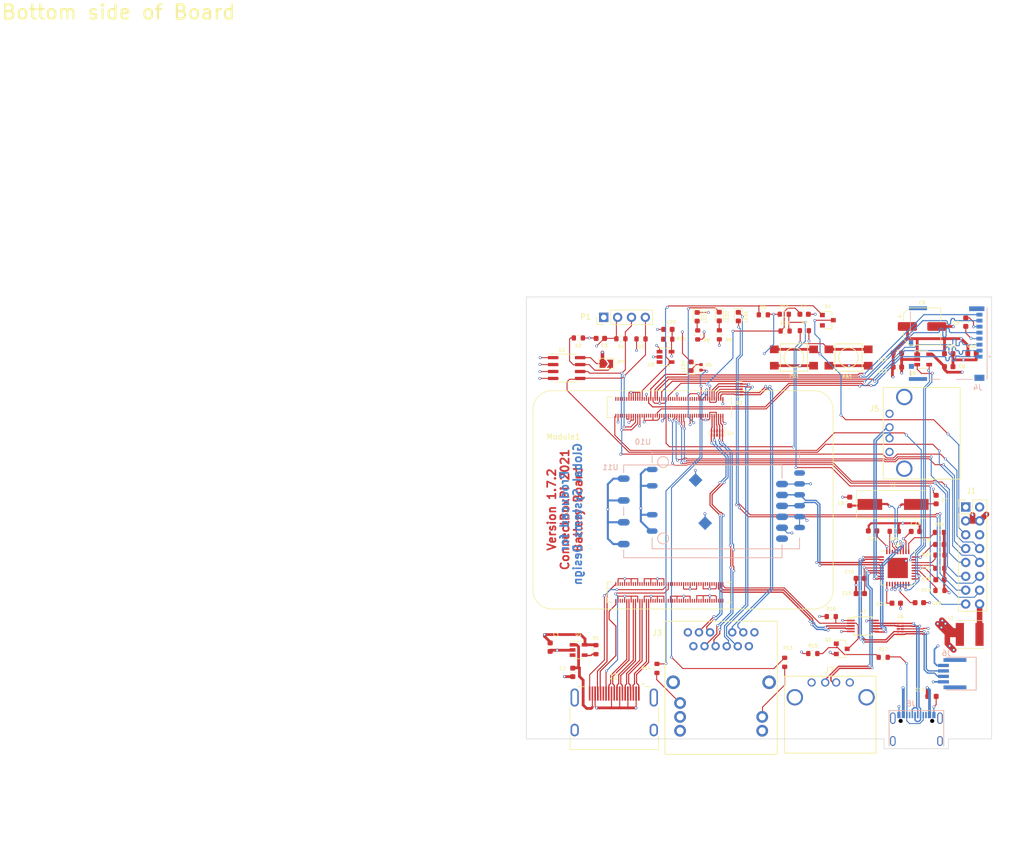
<source format=kicad_pcb>
(kicad_pcb (version 20210722) (generator pcbnew)
  (title_block (title "ConnectBox HAT using RPi CM4") (date "2021-10-16") (rev "1.7.2") (comment 1 "JRA"))
  (layers (0 "F.Cu" signal) (1 "In1.Cu" power) (2 "In2.Cu" signal) (31 "B.Cu" signal) (34 "B.Paste" user) (35 "F.Paste" user) (36 "B.SilkS" user "B.Silkscreen") (37 "F.SilkS" user "F.Silkscreen") (38 "B.Mask" user) (39 "F.Mask" user) (44 "Edge.Cuts" user))
  (net 0 "")
  (net 1 "+5V")
  (net 2 "GND")
  (net 3 "Net-(C6-Pad1)")
  (net 4 "Net-(C7-Pad1)")
  (net 5 "/AC_IN")
  (net 6 "/PowerSwitch")
  (net 7 "/SCL")
  (net 8 "/I2C_SCL")
  (net 9 "/CM4_HighSpeed/HDMI_5v")
  (net 10 "+3.3v")
  (net 11 "/MISO")
  (net 12 "/CM4_GPIO/GPIO_IRQ")
  (net 13 "/CM4_GPIO/SD_PWR")
  (net 14 "/I2C_SDA")
  (net 15 "/MOSI")
  (net 16 "/{slash}RESET")
  (net 17 "/CHGLED_A")
  (net 18 "Net-(LED2-Pad2)")
  (net 19 "/CHGLED_C")
  (net 20 "Net-(LED3-Pad2)")
  (net 21 "/USB Hub/VBUS")
  (net 22 "/CM4_HighSpeed/HDMI0_D2_P")
  (net 23 "/CM4_HighSpeed/HDMI0_D2_N")
  (net 24 "/CM4_HighSpeed/HDMI0_D1_P")
  (net 25 "/CM4_HighSpeed/HDMI0_D1_N")
  (net 26 "/CM4_HighSpeed/HDMI0_D0_P")
  (net 27 "/CM4_HighSpeed/HDMI0_D0_N")
  (net 28 "/CM4_HighSpeed/HDMI0_CK_P")
  (net 29 "/CM4_HighSpeed/HDMI0_CK_N")
  (net 30 "/CM4_HighSpeed/HDMI0_CEC")
  (net 31 "/CM4_HighSpeed/HDMI0_SCL")
  (net 32 "/CM4_HighSpeed/HDMI0_SDA")
  (net 33 "/CM4_HighSpeed/HDMI0_HOTPLUG")
  (net 34 "/CM4_GPIO/SD_DAT2")
  (net 35 "/CM4_GPIO/SD_DAT3")
  (net 36 "/CM4_GPIO/SD_CMD")
  (net 37 "/CM4_GPIO/SD_CLK")
  (net 38 "/CM4_GPIO/SD_DAT0")
  (net 39 "/CM4_GPIO/SD_DAT1")
  (net 40 "/USB Hub/HD3_N")
  (net 41 "/USB Hub/HD3_P")
  (net 42 "/CM4_GPIO/GPIO6")
  (net 43 "/CM4_HighSpeed/USB2_P")
  (net 44 "/CM4_HighSpeed/USB2_N")
  (net 45 "/CM4_HighSpeed/USBOTG_ID")
  (net 46 "/CM4_GPIO/+1.8v")
  (net 47 "/CM4_GPIO/SD_PWR_ON")
  (net 48 "/CM4_GPIO/ETH_LEDG")
  (net 49 "/CM4_GPIO/ETH_LEDY")
  (net 50 "/CM4_GPIO/TRD0_P")
  (net 51 "/CM4_GPIO/TRD2_P")
  (net 52 "/CM4_GPIO/TRD0_N")
  (net 53 "/CM4_GPIO/TRD2_N")
  (net 54 "/CM4_GPIO/TRD1_N")
  (net 55 "/CM4_GPIO/TRD3_N")
  (net 56 "/CM4_GPIO/TRD1_P")
  (net 57 "/CM4_GPIO/TRD3_P")
  (net 58 "/CM4_GPIO/GPIO_PB1")
  (net 59 "/CM4_GPIO/GPIO_PB2")
  (net 60 "Net-(J3-Pad13)")
  (net 61 "Net-(J3-Pad15)")
  (net 62 "/USB Hub/HD4_P")
  (net 63 "/USB Hub/USBH_P")
  (net 64 "/USB Hub/USBH_N")
  (net 65 "/USB Hub/nOCS1")
  (net 66 "/USB Hub/PWR1")
  (net 67 "/USB Hub/HD2_P")
  (net 68 "/USB Hub/HD2_N")
  (net 69 "/USB Hub/HD4_N")
  (net 70 "Net-(JP1-Pad2)")
  (net 71 "/CM4_GPIO/PI_nLED_Activity")
  (net 72 "/USB Hub/HD1_N")
  (net 73 "/USB Hub/HD1_P")
  (net 74 "/USB Hub/OTG_ID")
  (net 75 "Net-(Q1-Pad1)")
  (net 76 "/USB Hub/nEXTRST")
  (net 77 "Net-(LED4-Pad1)")
  (net 78 "/USB Hub/OTG_D+")
  (net 79 "/USB Hub/OTG_D-")
  (net 80 "Net-(R1-Pad1)")
  (net 81 "/PWR_ENA")
  (net 82 "Net-(R18-Pad1)")
  (net 83 "Net-(R19-Pad1)")
  (net 84 "Net-(R20-Pad1)")
  (net 85 "Net-(R21-Pad2)")
  (net 86 "Net-(R22-Pad1)")
  (net 87 "/PWR_GND")
  (footprint "Inductor_SMD:L_Taiyo-Yuden_NR-50xx" (layer "F.Cu") (at 202.184 136.3472 180)
    (fp_text reference "L1")
    (fp_text value "1.5 uH")
  )
  (footprint "Jumper:SolderJumper-2_P1.3mm_Open_TrianglePad1.0x1.5mm" (layer "F.Cu") (at 135.636 86.741)
    (fp_text reference "JP1")
    (fp_text value "SolderJumper_2_Open")
  )
  (footprint "Package_TO_SOT_SMD:SOT-23" (layer "F.Cu") (at 178.752 138.9888)
    (fp_text reference "Q1")
    (fp_text value "2N7002")
  )
  (footprint "Package_DFN_QFN:QFN-36-1EP_6x6mm_P0.5mm_EP3.7x3.7mm" (layer "F.Cu") (at 189.016 124.1698)
    (fp_text reference "U9")
    (fp_text value "USB2514B-I/M2")
  )
  (footprint "Resistor_SMD:R_0402_1005Metric" (layer "F.Cu") (at 152.9842 87.4014 -90)
    (fp_text reference "R5")
    (fp_text value "1k")
  )
  (footprint "LED_SMD:LED_0603_1608Metric" (layer "F.Cu") (at 159.8167 78.105 -90)
    (fp_text reference "LED1")
    (fp_text value "Red")
  )
  (footprint "CustomComponents:USON-10_2.5x1.0mm_P0.5mm" (layer "F.Cu") (at 155.9052 99.441 -90)
    (fp_text reference "U4")
    (fp_text value "TPD4EUSB30")
  )
  (footprint "Package_SO:MSOP-10_3x3mm_P0.5mm" (layer "F.Cu") (at 182.624769 134.7978)
    (fp_text reference "U7")
    (fp_text value "FSUSB42MUX")
  )
  (footprint "Package_TO_SOT_SMD:SOT-23-5" (layer "F.Cu") (at 193.675 85.9536)
    (fp_text reference "U8")
    (fp_text value "RT9742ANGJ5F")
  )
  (footprint "Resistor_SMD:R_0603_1608Metric" (layer "F.Cu") (at 196.6468 117.6528)
    (fp_text reference "R20")
    (fp_text value "36.0K")
  )
  (footprint "Resistor_SMD:R_0603_1608Metric" (layer "F.Cu") (at 168.2302 77.665)
    (fp_text reference "R11")
    (fp_text value "51K")
  )
  (footprint "CustomComponents:USON-10_2.5x1.0mm_P0.5mm" (layer "F.Cu") (at 159.9692 91.4146 180)
    (fp_text reference "U3")
    (fp_text value "TPD4EUSB30")
  )
  (footprint "Resistor_SMD:R_0603_1608Metric" (layer "F.Cu") (at 186.3466 140.5382)
    (fp_text reference "R17")
    (fp_text value "2.2K")
  )
  (footprint "Resistor_SMD:R_0603_1608Metric" (layer "F.Cu") (at 141.986 82.1944 180)
    (fp_text reference "R3")
    (fp_text value "2.2K")
  )
  (footprint "Capacitor_SMD:C_0603_1608Metric" (layer "F.Cu") (at 201.4728 79.121 90)
    (fp_text reference "C5")
    (fp_text value "10uF")
  )
  (footprint "Capacitor_SMD:C_0603_1608Metric" (layer "F.Cu") (at 188.9506 84.7852)
    (fp_text reference "C10")
    (fp_text value "10uF")
  )
  (footprint "Resistor_SMD:R_0603_1608Metric" (layer "F.Cu") (at 152.3746 81.4578 90)
    (fp_text reference "R8")
    (fp_text value "510")
  )
  (footprint "LED_SMD:LED_0603_1608Metric" (layer "F.Cu") (at 151.1554 87.1982 90)
    (fp_text reference "LED4")
    (fp_text value "LED Green")
  )
  (footprint "Resistor_SMD:R_0603_1608Metric" (layer "F.Cu") (at 168.3766 80.7466)
    (fp_text reference "R12")
    (fp_text value "1K")
  )
  (footprint "Resistor_SMD:R_0603_1608Metric" (layer "F.Cu") (at 144.907 142.5702 -90)
    (fp_text reference "R14")
    (fp_text value "470")
  )
  (footprint "Resistor_SMD:R_0603_1608Metric" (layer "F.Cu") (at 196.7484 128.2954)
    (fp_text reference "R19")
    (fp_text value "36.0K")
  )
  (footprint "Crystal:Crystal_SMD_HC49-SD" (layer "F.Cu") (at 188.1632 112.522)
    (fp_text reference "Y1")
    (fp_text value "24MHz")
  )
  (footprint "MountingHole:MountingHole_3.2mm_M3_ISO7380" (layer "F.Cu") (at 124 79)
    (fp_text reference "REF**" hide)
    (fp_text value "MountingHole_3.2mm_M3_ISO7380" hide)
  )
  (footprint "Capacitor_SMD:C_0603_1608Metric" (layer "F.Cu") (at 182.145 126.0748 180)
    (fp_text reference "C16")
    (fp_text value "0.1uf")
  )
  (footprint "Resistor_SMD:R_0603_1608Metric" (layer "F.Cu") (at 171.9072 80.6704)
    (fp_text reference "R7")
    (fp_text value "10K")
  )
  (footprint "CustomComponents:SW-TL3305" (layer "F.Cu") (at 170 85.6)
    (fp_text reference "PB1")
    (fp_text value "SPST-PUSH")
  )
  (footprint "CustomComponents:USON-10_2.5x1.0mm_P0.5mm" (layer "F.Cu") (at 189.484 135.3312)
    (fp_text reference "U6")
    (fp_text value "TPD4EUSB30")
  )
  (footprint "LED_SMD:LED_0603_1608Metric" (layer "F.Cu") (at 156.3116 78.0796 -90)
    (fp_text reference "LED2")
    (fp_text value "Amber")
  )
  (footprint "Capacitor_SMD:C_0603_1608Metric" (layer "F.Cu") (at 196.7484 126.3142)
    (fp_text reference "C14")
    (fp_text value "10uF")
  )
  (footprint "MountingHole:MountingHole_3.2mm_M3_ISO7380" (layer "F.Cu") (at 183 79)
    (fp_text reference "MT4" hide)
    (fp_text value "MountingHole_3.2mm_M3_ISO7380" hide)
  )
  (footprint "Diode_SMD:D_SOT-23_ANK" (layer "F.Cu") (at 176.2058 78.7572)
    (fp_text reference "D1")
    (fp_text value "MMBD914")
  )
  (footprint "Capacitor_SMD:C_0603_1608Metric" (layer "F.Cu") (at 202.6158 84.8868)
    (fp_text reference "C12")
    (fp_text value "10uF")
  )
  (footprint "Capacitor_SMD:C_0603_1608Metric" (layer "F.Cu") (at 192.9638 130.5306)
    (fp_text reference "C18")
    (fp_text value "0.1uf")
  )
  (footprint "Capacitor_SMD:C_0603_1608Metric" (layer "F.Cu") (at 196.0372 111.633 90)
    (fp_text reference "C7")
    (fp_text value "27pF")
  )
  (footprint "LED_SMD:LED_0603_1608Metric" (layer "F.Cu") (at 152.273 78.1304 -90)
    (fp_text reference "LED3")
    (fp_text value "Green")
  )
  (footprint "Connector_PinHeader_2.54mm:PinHeader_1x04_P2.54mm_Vertical" (layer "F.Cu") (at 135.1634 78.232 90)
    (fp_text reference "P1")
    (fp_text value "Conn_01x04")
  )
  (footprint "CM4IO:Raspberry-Pi-4-Compute-Module" (layer "F.Cu") (at 125.6822 95.1838 -90)
    (fp_text reference "Module1")
    (fp_text value "ComputeModule4")
  )
  (footprint "Resistor_SMD:R_0603_1608Metric" (layer "F.Cu") (at 188.3664 117.4496 180)
    (fp_text reference "R21")
    (fp_text value "12K")
  )
  (footprint "Capacitor_SMD:C_0603_1608Metric" (layer "F.Cu") (at 188.9506 87.3506)
    (fp_text reference "C13")
    (fp_text value "10uF")
  )
  (footprint "Capacitor_SMD:C_0603_1608Metric" (layer "F.Cu") (at 198.3486 84.8868)
    (fp_text reference "C11")
    (fp_text value "10uF")
  )
  (footprint "Package_TO_SOT_SMD:SOT-23-5" (layer "F.Cu") (at 146.4818 85.4842)
    (fp_text reference "U5")
    (fp_text value "RT9742ANGJ5F")
  )
  (footprint "Resistor_SMD:R_0603_1608Metric" (layer "F.Cu") (at 176.8348 133.0706)
    (fp_text reference "R16")
    (fp_text value "2.2K")
  )
  (footprint "Capacitor_SMD:C_0603_1608Metric" (layer "F.Cu") (at 182.1558 128.8542 180)
    (fp_text reference "C15")
    (fp_text value "10uF")
  )
  (footprint "MountingHole:MountingHole_3.2mm_M3_ISO7380" (layer "F.Cu") (at 203 151)
    (fp_text reference "REF**" hide)
    (fp_text value "MountingHole_3.2mm_M3_ISO7380" hide)
  )
  (footprint "MountingHole:MountingHole_3.2mm_M3_ISO7380" (layer "F.Cu") (at 124 151)
    (fp_text reference "REF**" hide)
    (fp_text value "MountingHole_3.2mm_M3_ISO7380" hide)
  )
  (footprint "CustomComponents:USB_A" (layer "F.Cu") (at 187.5 102.9 90)
    (fp_text reference "J5")
    (fp_text value "USB_A")
  )
  (footprint "Capacitor_SMD:C_0603_1608Metric" (layer "F.Cu") (at 125.349 138.684 -90)
    (fp_text reference "C1")
    (fp_text value "0.1uf")
  )
  (footprint "Capacitor_SMD:C_0603_1608Metric" (layer "F.Cu") (at 192.2526 117.475)
    (fp_text reference "C23")
    (fp_text value "0.1uf")
  )
  (footprint "Connector_PinHeader_2.54mm:PinHeader_2x08_P2.54mm_Vertical" (layer "F.Cu") (at 201.46 113)
    (fp_text reference "J1")
    (fp_text value "Conn_02x08_Odd_Even")
  )
  (footprint "Resistor_SMD:R_0603_1608Metric" (layer "F.Cu") (at 156.337 81.4324 90)
    (fp_text reference "R9")
    (fp_text value "510")
  )
  (footprint "Capacitor_SMD:C_0603_1608Metric" (layer "F.Cu") (at 171.8624 77.665)
    (fp_text reference "C4")
    (fp_text value "10uF")
  )
  (footprint "Resistor_SMD:R_0603_1608Metric" (layer "F.Cu") (at 130.5052 82.0166 180)
    (fp_text reference "R2")
    (fp_text value "10K")
  )
  (footprint "Resistor_SMD:R_0603_1608Metric" (layer "F.Cu") (at 196.7484 121.793)
    (fp_text reference "R22")
    (fp_text value "36.0K")
  )
  (footprint "CustomComponents:USB_A" (layer "F.Cu") (at 173.2304 145.1538)
    (fp_text reference "J7")
    (fp_text value "USB_A")
  )
  (footprint "Capacitor_SMD:C_0603_1608Metric" (layer "F.Cu") (at 196.71 119.8626)
    (fp_text reference "C19")
    (fp_text value "0.1uf")
  )
  (footprint "Resistor_SMD:R_0603_1608Metric" (layer "F.Cu") (at 138.303 82.169 180)
    (fp_text reference "R4")
    (fp_text value "2.2K")
  )
  (footprint "Capacitor_SMD:C_0603_1608Metric" (layer "F.Cu") (at 188.7366 130.6214)
    (fp_text reference "C22")
    (fp_text value "0.1uf")
  )
  (footprint "Capacitor_SMD:C_0603_1608Metric" (layer "F.Cu") (at 198.3486 87.2744)
    (fp_text reference "C8")
    (fp_text value "10uF")
  )
  (footprint "Capacitor_SMD:C_0603_1608Metric" (layer "F.Cu") (at 146.9136 80.4418 180)
    (fp_text reference "C20")
    (fp_text value "22uF")
  )
  (footprint "Package_SO:SOIC-8_3.9x4.9mm_P1.27mm" (layer "F.Cu") (at 128.3716 87.5284)
    (fp_text reference "U2")
    (fp_text value "AT24CS01-SSHM")
  )
  (footprint "Capacitor_SMD:C_0603_1608Metric" (layer "F.Cu") (at 134.5438 82.0928 180)
    (fp_text reference "C3")
    (fp_text value "1uF")
  )
  (footprint "Capacitor_SMD:CP_Elec_6.3x4.5" (layer "F.Cu") (at 193.4718 79.9084)
    (fp_text reference "C9")
    (fp_text value "100uF")
  )
  (footprint "Resistor_SMD:R_0603_1608Metric" (layer "F.Cu") (at 173.4566 139.8524)
    (fp_text reference "R15")
    (fp_text value "51K")
  )
  (footprint "Capacitor_SMD:C_0603_1608Metric" (layer "F.Cu") (at 184.404 117.3734 180)
    (fp_text reference "C21")
    (fp_text value "0.1uf")
  )
  (footprint "CustomComponents:SW-TL3305" (layer "F.Cu") (at 180 85.6)
    (fp_text reference "PB2")
    (fp_text value "SPST-PUSH")
  )
  (footprint "Resistor_SMD:R_0603_1608Metric" (layer "F.Cu") (at 196.723 124.2314)
    (fp_text reference "R18")
    (fp_text value "36.0K")
  )
  (footprint "Resistor_SMD:R_0603_1608Metric" (layer "F.Cu") (at 146.8882 82.2452)
    (fp_text reference "R10")
    (fp_text value "12K")
  )
  (footprint "Resistor_SMD:R_0603_1608Metric" (layer "F.Cu") (at 133.731 139.1412 90)
    (fp_text reference "R1")
    (fp_text value "12K")
  )
  (footprint "Capacitor_SMD:C_0603_1608Metric" (layer "F.Cu") (at 195.2752 147.701)
    (fp_text reference "C17")
    (fp_text value "22uF")
  )
  (footprint "Capacitor_SMD:C_0603_1608Metric" (layer "F.Cu") (at 180.213 111.9632 90)
    (fp_text reference "C6")
    (fp_text value "27pF")
  )
  (footprint "CM4IO:EDAC 690-019-298-412" (layer "F.Cu") (at 137.0842 147.90985)
    (fp_text reference "J2")
    (fp_text value "690-019-298-412" hide)
  )
  (footprint "Resistor_SMD:R_0603_1608Metric" (layer "F.Cu") (at 168.3004 141.4526 -90)
    (fp_text reference "R13")
    (fp_text value "470")
  )
  (footprint "Resistor_SMD:R_0603_1608Metric" (layer "F.Cu") (at 164.3888 77.7748)
    (fp_text reference "R6")
    (fp_text value "10K")
  )
  (footprint "CustomComponents:MagJack L829-1J1T-JM" (layer "F.Cu") (at 156.6672 145.1102 180)
    (fp_text reference "J3")
    (fp_text value "MagJack-L829-1J1T-JM")
  )
  (footprint "Package_TO_SOT_SMD:SOT-23-5" (layer "F.Cu") (at 130.556 139.192)
    (fp_text reference "U1")
    (fp_text value "RT9742ANGJ5F")
  )
  (footprint "Capacitor_SMD:C_0603_1608Metric" (layer "F.Cu") (at 129.4892 143.3068 -90)
    (fp_text reference "C2")
    (fp_text value "0.1uf")
  )
  (footprint "CM4IO:SDCARD_MOLEX_503398-1892" (layer "B.Cu") (at 198.3559 83.058 90)
    (fp_text reference "J4")
    (fp_text value "Micro_SD_Card")
  )
  (footprint "CustomComponents:HC-R8812AU2" (layer "B.Cu") (at 157.5308 111.76 -90)
    (fp_text reference "U10")
    (fp_text value "HC-R8812AF1")
  )
  (footprint "CustomComponents:USB-C-GCT" (layer "B.Cu") (at 192.4304 151.6975 180)
    (fp_text reference "J8")
    (fp_text value "USB-C")
  )
  (footprint "CustomComponents:WG233-R8812BU" (layer "B.Cu") (at 153.3144 113.792 -90)
    (fp_text reference "U11")
    (fp_text value "WG233-R8812BU")
  )
  (footprint "CustomComponents:HFW4R" (layer "B.Cu") (at 197.8859 143.5354 -90)
    (fp_text reference "J6")
    (fp_text value "Conn_01x04")
  )
  (gr_line (start 144.5 74.5) (end 156.4 74.5) (layer "Edge.Cuts") (width 0.1))
  (gr_line (start 198.3 157.3) (end 198.3 155.5) (layer "Edge.Cuts") (width 0.1))
  (gr_line (start 156.4 74.5) (end 206.2 74.5) (layer "Edge.Cuts") (width 0.1))
  (gr_line (start 186.5 155.5) (end 186.5 157.3) (layer "Edge.Cuts") (width 0.1))
  (gr_line (start 121 74.5) (end 144.5 74.5) (layer "Edge.Cuts") (width 0.1))
  (gr_line (start 198.3 155.5) (end 206.2 155.5) (layer "Edge.Cuts") (width 0.1))
  (gr_line (start 206.2 74.5) (end 206.2 155.5) (layer "Edge.Cuts") (width 0.1))
  (gr_line (start 186.5 157.3) (end 198.3 157.3) (layer "Edge.Cuts") (width 0.1))
  (gr_line (start 121 155.5) (end 121 74.5) (layer "Edge.Cuts") (width 0.1))
  (gr_line (start 186.5 155.5) (end 121 155.5) (layer "Edge.Cuts") (width 0.1))
  (gr_text "Version 1.7.2\nConnectBoxPi 2021\nBattery Board" (at 128.0414 113.4618 90) (layer "F.Cu") (effects (font (size 1.5 1.5) (thickness 0.3))))
  (gr_text "Produced for \nGlobal Systems Design" (at 129.159 114.3 90) (layer "B.Cu") (effects (font (size 1.5 1.5) (thickness 0.3)) (justify mirror)))
  (gr_text "Bottom side of Board\n" (at 46.2788 22.3012) (layer "F.SilkS") (effects (font (size 2.6 2.6) (thickness 0.4))))
  (segment (start 134.9248 86.3854) (end 135.001 86.4616) (width 0.635) (layer "F.Cu") (net 1))
  (segment (start 194.775 85.0036) (end 195.3158 85.0036) (width 0.508) (layer "F.Cu") (net 1))
  (segment (start 203.8812 115.54) (end 203.8858 115.5446) (width 1.016) (layer "F.Cu") (net 1))
  (segment (start 134.747 86.7156) (end 134.7978 86.7664) (width 0.1778) (layer "F.Cu") (net 1))
  (segment (start 130.8466 85.6234) (end 132.7404 85.6234) (width 0.1778) (layer "F.Cu") (net 1))
  (segment (start 133.6954 138.242) (end 133.731 138.2776) (width 0.508) (layer "F.Cu") (net 1))
  (segment (start 153.1498 82.2828) (end 153.543 81.8896) (width 0.1778) (layer "F.Cu") (net 1))
  (segment (start 139.7822 92.0048) (end 139.8136 91.9734) (width 0.1778) (layer "F.Cu") (net 1))
  (segment (start 139.7822 93.1838) (end 139.7822 92.0048) (width 0.1778) (layer "F.Cu") (net 1))
  (segment (start 202.7128 115.54) (end 202.7128 114.457) (width 1.016) (layer "F.Cu") (net 1))
  (segment (start 132.7404 85.6234) (end 133.8326 86.7156) (width 0.1778) (layer "F.Cu") (net 1))
  (segment (start 202.7128 115.54) (end 203.8812 115.54) (width 1.016) (layer "F.Cu") (net 1))
  (segment (start 195.3158 85.0036) (end 197.5866 87.2744) (width 0.508) (layer "F.Cu") (net 1))
  (segment (start 140.97 91.9734) (end 141.3256 91.9734) (width 0.1778) (layer "F.Cu") (net 1))
  (segment (start 198.0692 88.2904) (end 200.8124 88.2904) (width 0.508) (layer "F.Cu") (net 1))
  (segment (start 140.9822 91.9856) (end 140.97 91.9734) (width 0.1778) (layer "F.Cu") (net 1))
  (segment (start 149.5806 84.8359) (end 149.5806 80.899) (width 0.1778) (layer "F.Cu") (net 1))
  (segment (start 134.9248 84.6582) (end 134.9248 86.3854) (width 0.635) (layer "F.Cu") (net 1))
  (segment (start 131.656 138.242) (end 133.6954 138.242) (width 0.508) (layer "F.Cu") (net 1))
  (segment (start 141.3822 93.1838) (end 141.3822 92.03) (width 0.1778) (layer "F.Cu") (net 1))
  (segment (start 197.5736 87.7948) (end 198.0692 88.2904) (width 0.508) (layer "F.Cu") (net 1))
  (segment (start 204.0428 115.54) (end 205.2574 114.3254) (width 1.016) (layer "F.Cu") (net 1))
  (segment (start 202.7128 114.457) (end 202.7174 114.4524) (width 1.016) (layer "F.Cu") (net 1))
  (segment (start 124.3076 136.6904) (end 124.3076 136.3726) (width 0.508) (layer "F.Cu") (net 1))
  (segment (start 140.9822 93.1838) (end 140.9822 91.9856) (width 0.1778) (layer "F.Cu") (net 1))
  (segment (start 140.5636 91.9734) (end 140.97 91.9734) (width 0.1778) (layer "F.Cu") (net 1))
  (segment (start 204 115.54) (end 204.0428 115.54) (width 1.016) (layer "F.Cu") (net 1))
  (segment (start 141.7828 91.9734) (end 141.7828 93.1164) (width 0.1778) (layer "F.Cu") (net 1))
  (segment (start 141.3822 92.03) (end 141.3256 91.9734) (width 0.1778) (layer "F.Cu") (net 1))
  (segment (start 140.1572 91.9734) (end 140.5636 91.9734) (width 0.1778) (layer "F.Cu") (net 1))
  (segment (start 130.937 136.3726) (end 131.7244 137.16) (width 0.508) (layer "F.Cu") (net 1))
  (segment (start 152.3746 82.2828) (end 153.1498 82.2828) (width 0.1778) (layer "F.Cu") (net 1))
  (segment (start 124.3076 136.3726) (end 130.937 136.3726) (width 0.508) (layer "F.Cu") (net 1))
  (segment (start 140.1822 91.9984) (end 140.1572 91.9734) (width 0.1778) (layer "F.Cu") (net 1))
  (segment (start 139.8136 91.9734) (end 140.1572 91.9734) (width 0.1778) (layer "F.Cu") (net 1))
  (segment (start 141.3256 91.9734) (end 141.7828 91.9734) (width 0.1778) (layer "F.Cu") (net 1))
  (segment (start 201.46 115.54) (end 202.7128 115.54) (width 1.016) (layer "F.Cu") (net 1))
  (segment (start 140.5822 91.992) (end 140.5636 91.9734) (width 0.1778) (layer "F.Cu") (net 1))
  (segment (start 140.5822 93.1838) (end 140.5822 91.992) (width 0.1778) (layer "F.Cu") (net 1))
  (segment (start 125.5138 137.8966) (end 124.3076 136.6904) (width 0.508) (layer "F.Cu") (net 1))
  (segment (start 131.7244 137.16) (end 131.7244 138.176) (width 0.508) (layer "F.Cu") (net 1))
  (segment (start 153.543 81.8896) (end 153.543 80.899) (width 0.1778) (layer "F.Cu") (net 1))
  (segment (start 140.1822 93.1838) (end 140.1822 91.9984) (width 0.1778) (layer "F.Cu") (net 1))
  (segment (start 151.1554 86.4107) (end 149.5806 84.8359) (width 0.1778) (layer "F.Cu") (net 1))
  (segment (start 197.5736 87.2744) (end 197.5736 87.7948) (width 0.508) (layer "F.Cu") (net 1))
  (segment (start 133.8326 86.7156) (end 134.747 86.7156) (width 0.1778) (layer "F.Cu") (net 1))
  (via (at 153.543 80.899) (size 0.5) (drill 0.3) (layers "F.Cu" "B.Cu") (net 1))
  (via (at 140.1572 91.9734) (size 0.5) (drill 0.3) (layers "F.Cu" "B.Cu") (net 1))
  (via (at 202.7174 114.4524) (size 0.5) (drill 0.3) (layers "F.Cu" "B.Cu") (net 1))
  (via (at 124.3076 136.3726) (size 0.5) (drill 0.3) (layers "F.Cu" "B.Cu") (net 1))
  (via (at 134.9248 84.6582) (size 0.5) (drill 0.3) (layers "F.Cu" "B.Cu") (net 1))
  (via (at 149.5806 80.899) (size 0.5) (drill 0.3) (layers "F.Cu" "B.Cu") (net 1))
  (via (at 205.2574 114.3254) (size 0.5) (drill 0.3) (layers "F.Cu" "B.Cu") (net 1))
  (via (at 200.8124 88.2904) (size 0.5) (drill 0.3) (layers "F.Cu" "B.Cu") (net 1))
  (segment (start 177.752 139.9388) (end 176.9751 139.9388) (width 0.1778) (layer "F.Cu") (net 2))
  (segment (start 203.3908 84.8868) (end 203.3908 86.0168) (width 0.508) (layer "F.Cu") (net 2))
  (segment (start 133.8326 149.8092) (end 133.5842 149.5608) (width 0.1778) (layer "F.Cu") (net 2))
  (segment (start 145.034 80.4418) (end 145.0086 80.4672) (width 0.1778) (layer "F.Cu") (net 2))
  (segment (start 189.7256 86.119) (end 189.7256 87.3636) (width 0.508) (layer "F.Cu") (net 2))
  (segment (start 155.8036 97.933912) (end 155.8036 96.3676) (width 0.1778) (layer "F.Cu") (net 2))
  (segment (start 152.5822 92.2984) (end 152.5112 92.2274) (width 0.1778) (layer "F.Cu") (net 2))
  (segment (start 201.041 86.0298) (end 199.3392 86.0298) (width 0.508) (layer "F.Cu") (net 2))
  (segment (start 193.0276 117.475) (end 193.0276 116.3698) (width 0.381) (layer "F.Cu") (net 2))
  (segment (start 142.875 97.1042) (end 145.0086 97.1042) (width 0.1778) (layer "F.Cu") (net 2))
  (segment (start 155.7822 127.885) (end 155.6766 127.9906) (width 0.1778) (layer "F.Cu") (net 2))
  (segment (start 155.9052 98.035512) (end 155.8036 97.933912) (width 0.1778) (layer "F.Cu") (net 2))
  (segment (start 154.5822 93.1838) (end 154.5822 90.858) (width 0.1778) (layer "F.Cu") (net 2))
  (segment (start 152.5822 93.1838) (end 152.5822 92.2984) (width 0.1778) (layer "F.Cu") (net 2))
  (segment (start 145.3822 96.2638) (end 145.3822 96.7306) (width 0.1778) (layer "F.Cu") (net 2))
  (segment (start 150.5822 92.636978) (end 150.991778 92.2274) (width 0.1778) (layer "F.Cu") (net 2))
  (segment (start 150.991778 92.2274) (end 152.5112 92.2274) (width 0.1778) (layer "F.Cu") (net 2))
  (segment (start 155.748411 95.647589) (end 154.615989 95.647589) (width 0.1778) (layer "F.Cu") (net 2))
  (segment (start 136.525 149.8092) (end 137.8712 149.8092) (width 0.508) (layer "F.Cu") (net 2))
  (segment (start 137.7822 127.1038) (end 137.7822 126.556978) (width 0.1778) (layer "F.Cu") (net 2))
  (segment (start 140.1822 126.213) (end 140.2588 126.1364) (width 0.1778) (layer "F.Cu") (net 2))
  (segment (start 147.164949 97.006157) (end 146.9822 96.823408) (width 0.1778) (layer "F.Cu") (net 2))
  (segment (start 142.5822 127.1038) (end 142.5822 126.1856) (width 0.1778) (layer "F.Cu") (net 2))
  (segment (start 199.3392 86.0298) (end 199.1236 86.2454) (width 0.508) (layer "F.Cu") (net 2))
  (segment (start 145.0034 126.1416) (end 143.7184 126.1416) (width 0.1778) (layer "F.Cu") (net 2))
  (segment (start 125.349 139.459) (end 125.5652 139.2428) (width 0.508) (layer "F.Cu") (net 2))
  (segment (start 150.9776 129.632378) (end 150.9776 129.3368) (width 0.1778) (layer "F.Cu") (net 2))
  (segment (start 143.7822 129.3948) (end 143.8268 129.3502) (width 0.1778) (layer "F.Cu") (net 2))
  (segment (start 153.3822 127.1038) (end 153.3822 127.9736) (width 0.1778) (layer "F.Cu") (net 2))
  (segment (start 155.7822 129.417) (end 155.6004 129.2352) (width 0.1778) (layer "F.Cu") (net 2))
  (segment (start 137.7822 97.415246) (end 137.785477 97.418523) (width 0.1778) (layer "F.Cu") (net 2))
  (segment (start 189.3062 135.3312) (end 189.9412 135.3312) (width 0.1778) (layer "F.Cu") (net 2))
  (segment (start 142.5702 97.409) (end 142.875 97.1042) (width 0.1778) (layer "F.Cu") (net 2))
  (segment (start 183.4608 87.1) (end 183.4642 87.0966) (width 0.508) (layer "F.Cu") (net 2))
  (segment (start 129.4892 144.0818) (end 127.9782 144.0818) (width 0.508) (layer "F.Cu") (net 2))
  (segment (start 148.6154 129.3368) (end 147.447 129.3368) (width 0.1778) (layer "F.Cu") (net 2))
  (segment (start 153.3822 130.1838) (end 153.3822 129.2436) (width 0.1778) (layer "F.Cu") (net 2))
  (segment (start 141.3822 126.1422) (end 141.3764 126.1364) (width 0.1778) (layer "F.Cu") (net 2))
  (segment (start 154.5844 93.768422) (end 154.5844 93.2688) (width 0.1778) (layer "F.Cu") (net 2))
  (segment (start 146.1386 80.4418) (end 145.034 80.4418) (width 0.1778) (layer "F.Cu") (net 2))
  (segment (start 169.871796 87.100004) (end 173.554796 87.100004) (width 0.508) (layer "F.Cu") (net 2))
  (segment (start 150.9822 96.2638) (end 150.9822 97.887) (width 0.1778) (layer "F.Cu") (net 2))
  (segment (start 197.4718 119.951) (end 197.485 119.9642) (width 0.381) (layer "F.Cu") (net 2))
  (segment (start 139.5842 147.17985) (end 139.5842 149.668) (width 0.1778) (layer "F.Cu") (net 2))
  (segment (start 198.5264 138.4554) (end 198.3994 138.3284) (width 1.016) (layer "F.Cu") (net 2))
  (segment (start 146.304 93.98) (end 145.3896 93.98) (width 0.1778) (layer "F.Cu") (net 2))
  (segment (start 198.0946 136.1694) (end 198.0946 136.2202) (width 1.016) (layer "F.Cu") (net 2))
  (segment (start 152.146 128.0414) (end 152.1714 128.016) (width 0.1778) (layer "F.Cu") (net 2))
  (segment (start 180.213 111.1882) (end 178.9052 111.1882) (width 0.1778) (layer "F.Cu") (net 2))
  (segment (start 137.7822 96.2638) (end 137.7822 97.415246) (width 0.1778) (layer "F.Cu") (net 2))
  (segment (start 197.5734 128.2954) (end 198.0153 128.2954) (width 0.1778) (layer "F.Cu") (net 2))
  (segment (start 150.9822 130.1838) (end 150.9822 129.636978) (width 0.1778) (layer "F.Cu") (net 2))
  (segment (start 193.728259 135.2296) (end 193.626659 135.3312) (width 0.1778) (layer "F.Cu") (net 2))
  (segment (start 166.4 87.1) (end 171.1198 87.1) (width 0.508) (layer "F.Cu") (net 2))
  (segment (start 154.5822 129.2628) (end 154.5822 129.2374) (width 0.1778) (layer "F.Cu") (net 2))
  (segment (start 193.0276 116.3698) (end 192.6342 115.9764) (width 0.381) (layer "F.Cu") (net 2))
  (segment (start 142.5822 126.1856) (end 142.6262 126.1416) (width 0.1778) (layer "F.Cu") (net 2))
  (segment (start 143.7822 130.1838) (end 143.7822 129.3948) (width 0.1778) (layer "F.Cu") (net 2))
  (segment (start 197.5734 121.793) (end 197.5734 125.413) (width 0.381) (layer "F.Cu") (net 2))
  (segment (start 154.3303 77.3429) (end 154.3304 77.343) (width 0.1778) (layer "F.Cu") (net 2))
  (segment (start 152.9822 96.810622) (end 153.199578 97.028) (width 0.1778) (layer "F.Cu") (net 2))
  (segment (start 148.5822 130.1838) (end 148.5822 129.37) (width 0.1778) (layer "F.Cu") (net 2))
  (segment (start 146.1822 127.1038) (end 146.1822 126.1416) (width 0.1778) (layer "F.Cu") (net 2))
  (segment (start 195.5388 109.7026) (end 195.5388 110.3596) (width 0.1778) (layer "F.Cu") (net 2))
  (segment (start 189.891 85.9536) (end 189.7256 86.119) (width 0.508) (layer "F.Cu") (net 2))
  (segment (start 155.9052 99.056) (end 155.9052 99.7712) (width 0.1778) (layer "F.Cu") (net 2))
  (segment (start 199.0598 136.3472) (end 199.0598 135.7122) (width 1.016) (layer "F.Cu") (net 2))
  (segment (start 189.7256 87.3506) (end 189.7256 88.4304) (width 0.508) (layer "F.Cu") (net 2))
  (segment (start 153.8224 97.028) (end 154.3812 97.028) (width 0.1778) (layer "F.Cu") (net 2))
  (segment (start 125.5652 139.2428) (end 126.619 139.2428) (width 0.508) (layer "F.Cu") (net 2))
  (segment (start 137.8712 149.8092) (end 139.7254 149.8092) (width 0.508) (layer "F.Cu") (net 2))
  (segment (start 189.5116 130.6214) (end 189.5116 131.5742) (width 0.1778) (layer "F.Cu") (net 2))
  (segment (start 152.2222 129.2352) (end 152.1968 129.2606) (width 0.1778) (layer "F.Cu") (net 2))
  (segment (start 154.5822 130.1838) (end 154.5822 129.2628) (width 0.1778) (layer "F.Cu") (net 2))
  (segment (start 199.0598 136.3472) (end 198.2216 136.3472) (width 1.016) (layer "F.Cu") (net 2))
  (segment (start 140.1822 130.1838) (end 140.1822 129.3618) (width 0.1778) (layer "F.Cu") (net 2))
  (segment (start 197.4718 117.6528) (end 197.4718 119.951) (width 0.381) (layer "F.Cu") (net 2))
  (segment (start 159.5842 91.4146) (end 160.274 91.4146) (width 0.1778) (layer "F.Cu") (net 2))
  (segment (start 199.0598 135.7122) (end 199.8218 135.7122) (width 1.016) (layer "F.Cu") (net 2))
  (segment (start 145.3822 93.9726) (end 145.3896 93.98) (width 0.1778) (layer "F.Cu") (net 2))
  (segment (start 148.5822 129.37) (end 148.6154 129.3368) (width 0.1778) (layer "F.Cu") (net 2))
  (segment (start 189.099 135.3312) (end 189.3062 135.3312) (width 0.1778) (layer "F.Cu") (net 2))
  (segment (start 197.0024 135.0518) (end 197.0024 135.0772) (width 1.016) (layer "F.Cu") (net 2))
  (segment (start 153.199578 97.028) (end 153.8224 97.028) (width 0.1778) (layer "F.Cu") (net 2))
  (segment (start 197.7263 134.3787) (end 197.1675 133.8199) (width 1.016) (layer "F.Cu") (net 2))
  (segment (start 155.9052 99.056) (end 155.9052 98.035512) (width 0.1778) (layer "F.Cu") (net 2))
  (segment (start 153.3992 127.9906) (end 154.5336 127.9906) (width 0.1778) (layer "F.Cu") (net 2))
  (segment (start 153.3906 129.2352) (end 152.2222 129.2352) (width 0.1778) (layer "F.Cu") (net 2))
  (segment (start 197.5734 125.413) (end 197.5612 125.4252) (width 0.381) (layer "F.Cu") (net 2))
  (segment (start 197.548 124.2314) (end 197.548 126.2502) (width 0.381) (layer "F.Cu") (net 2))
  (segment (start 126.619 139.2428) (end 129.4384 139.2428) (width 0.508) (layer "F.Cu") (net 2))
  (segment (start 143.7822 127.1038) (end 143.7822 126.2054) (width 0.1778) (layer "F.Cu") (net 2))
  (segment (start 141.0462 149.8092) (end 141.097 149.7584) (width 0.1778) (layer "F.Cu") (net 2))
  (segment (start 125.8966 86.8934) (end 123.4948 86.8934) (width 0.1778) (layer "F.Cu") (net 2))
  (segment (start 181.3808 128.8542) (end 181.3808 127.2924) (width 0.381) (layer "F.Cu") (net 2))
  (segment (start 146.5822 93.7018) (end 146.304 93.98) (width 0.1778) (layer "F.Cu") (net 2))
  (segment (start 149.86 128.0414) (end 150.9776 128.0414) (width 0.1778) (layer "F.Cu") (net 2))
  (segment (start 197.548 126.2502) (end 197.5612 126.2634) (width 0.381) (layer "F.Cu") (net 2))
  (segment (start 196.0502 147.701) (end 196.0502 149.212) (width 0.1778) (layer "F.Cu") (net 2))
  (segment (start 125.8966 89.4334) (end 123.444 89.4334) (width 0.1778) (layer "F.Cu") (net 2))
  (segment (start 138.9822 126.1684) (end 139.0142 126.1364) (width 0.1778) (layer "F.Cu") (net 2))
  (segment (start 153.3822 129.2436) (end 153.3906 129.2352) (width 0.1778) (layer "F.Cu") (net 2))
  (segment (start 125.8966 88.1634) (end 123.4694 88.1634) (width 0.1778) (layer "F.Cu") (net 2))
  (segment (start 189.7256 84.7852) (end 189.7256 85.9406) (width 0.508) (layer "F.Cu") (net 2))
  (segment (start 141.097 149.7584) (end 141.097 147.6756) (width 0.1778) (layer "F.Cu") (net 2))
  (segment (start 144.1822 93.6616) (end 144.5006 93.98) (width 0.1778) (layer "F.Cu") (net 2))
  (segment (start 198.2216 136.3472) (end 198.0946 136.2202) (width 1.016) (layer "F.Cu") (net 2))
  (segment (start 137.7948 129.3368) (end 139.0142 129.3368) (width 0.1778) (layer "F.Cu") (net 2))
  (segment (start 197.1675 133.8199) (end 197.0786 133.731) (width 1.016) (layer "F.Cu") (net 2))
  (segment (start 145.3822 93.1838) (end 145.3822 93.9726) (width 0.1778) (layer "F.Cu") (net 2))
  (segment (start 202.8952 79.0956) (end 202.8952 79.9592) (width 0.1778) (layer "F.Cu") (net 2))
  (segment (start 153.3822 127.9736) (end 153.3992 127.9906) (width 0.1778) (layer "F.Cu") (net 2))
  (segment (start 154.5844 129.2352) (end 153.3906 129.2352) (width 0.1778) (layer "F.Cu") (net 2))
  (segment (start 150.9822 128.0114) (end 150.9822 128.0368) (width 0.1778) (layer "F.Cu") (net 2))
  (segment (start 192.6342 115.9764) (end 189.2554 115.9764) (width 0.381) (layer "F.Cu") (net 2))
  (segment (start 140.1822 129.3618) (end 140.1572 129.3368) (width 0.1778) (layer "F.Cu") (net 2))
  (segment (start 155.9052 99.7712) (end 155.9306 99.7966) (width 0.1778) (layer "F.Cu") (net 2))
  (segment (start 156.9822 96.2638) (end 156.9822 97.3176) (width 0.1778) (layer "F.Cu") (net 2))
  (segment (start 203.3778 86.0298) (end 201.041 86.0298) (width 0.508) (layer "F.Cu") (net 2))
  (segment (start 196.1718 79.9084) (end 199.136 79.9084) (width 0.508) (layer "F.Cu") (net 2))
  (segment (start 142.5822 129.3502) (end 143.8268 129.3502) (width 0.1778) (layer "F.Cu") (net 2))
  (segment (start 149.7822 127.1038) (end 149.7822 127.9636) (width 0.1778) (layer "F.Cu") (net 2))
  (segment (start 139.5842 149.668) (end 139.7254 149.8092) (width 0.1778) (layer "F.Cu") (net 2))
  (segment (start 144.2588 85.4842) (end 144.2466 85.4964) (width 0.1778) (layer "F.Cu") (net 2))
  (segment (start 184.1246 115.9764) (end 183.6928 116.4082) (width 0.381) (layer "F.Cu") (net 2))
  (segment (start 199.1236 87.2744) (end 199.1236 86.2454) (width 0.508) (layer "F.Cu") (net 2))
  (segment (start 150.5822 93.1838) (end 150.5822 92.636978) (width 0.1778) (layer "F.Cu") (net 2))
  (segment (start 194.564 135.2296) (end 193.728259 135.2296) (width 0.1778) (layer "F.Cu") (net 2))
  (segment (start 196.0502 149.212) (end 195.6308 149.6314) (width 0.1778) (layer "F.Cu") (net 2))
  (segment (start 183.6928 116.4082) (end 183.6928 117.3734) (width 0.381) (layer "F.Cu") (net 2))
  (segment (start 142.5822 130.1838) (end 142.5822 129.3502) (width 0.1778) (layer "F.Cu") (net 2))
  (segment (start 139.0142 126.1364) (end 140.2588 126.1364) (width 0.1778) (layer "F.Cu") (net 2))
  (segment (start 183.310111 133.8834) (end 183.395711 133.7978) (width 0.1778) (layer "F.Cu") (net 2))
  (segment (start 140.1822 127.1038) (end 140.1822 126.213) (width 0.1778) (layer "F.Cu") (net 2))
  (segment (start 198.0946 138.0236) (end 198.0946 136.2202) (width 1.016) (layer "F.Cu") (net 2))
  (segment (start 149.8092 129.3368) (end 148.6154 129.3368) (width 0.1778) (layer "F.Cu") (net 2))
  (segment (start 144.1822 93.1838) (end 144.1822 93.6616) (width 0.1778) (layer "F.Cu") (net 2))
  (segment (start 193.626659 135.3312) (end 189.869 135.3312) (width 0.1778) (layer "F.Cu") (net 2))
  (segment (start 150.9822 97.887) (end 150.9776 97.8916) (width 0.1778) (layer "F.Cu") (net 2))
  (segment (start 150.9822 129.636978) (end 150.9776 129.632378) (width 0.1778) (layer "F.Cu") (net 2))
  (segment (start 199.263 139.192) (end 198.0946 138.0236) (width 1.016) (layer "F.Cu") (net 2))
  (segment (start 148.9822 97.561377) (end 148.9822 96.2638) (width 0.1778) (layer "F.Cu") (net 2))
  (segment (start 137.7822 130.1838) (end 137.7822 129.3494) (width 0.1778) (layer "F.Cu") (net 2))
  (segment (start 154.5822 129.2374) (end 154.5844 129.2352) (width 0.1778) (layer "F.Cu") (net 2))
  (segment (start 142.9822 92.36) (end 142.9766 92.3544) (width 0.1778) (layer "F.Cu") (net 2))
  (segment (start 156.972 94.0816) (end 156.972 93.194) (width 0.1778) (layer "F.Cu") (net 2))
  (segment (start 156.972 93.194) (end 156.9822 93.1838) (width 0.1778) (layer "F.Cu") (net 2))
  (segment (start 150.9822 127.1038) (end 150.9822 128.0114) (width 0.1778) (layer "F.Cu") (net 2))
  (segment (start 199.136 79.9084) (end 199.1741 79.9465) (width 0.508) (layer "F.Cu") (net 2))
  (segment (start 155.6766 127.9906) (end 154.5336 127.9906) (width 0.1778) (layer "F.Cu") (net 2))
  (segment (start 152.9822 96.2638) (end 152.9822 96.810622) (width 0.1778) (layer "F.Cu") (net 2))
  (segment (start 181.3808 127.2924) (end 181.3808 126.124) (width 0.381) (layer "F.Cu") (net 2))
  (segment (start 145.3818 85.4842) (end 144.2588 85.4842) (width 0.1778) (layer "F.Cu") (net 2))
  (segment (start 155.7822 95.681378) (end 155.748411 95.647589) (width 0.1778) (layer "F.Cu") (net 2))
  (segment (start 133.8326 149.8092) (end 136.525 149.8092) (width 0.508) (layer "F.Cu") (net 2))
  (segment (start 149.7822 127.9636) (end 149.86 128.0414) (width 0.1778) (layer "F.Cu") (net 2))
  (segment (start 203.3908 86.0168) (end 203.3778 86.0298) (width 0.508) (layer "F.Cu") (net 2))
  (segment (start 148.944857 97.59872) (end 148.9822 97.561377) (width 0.1778) (layer "F.Cu") (net 2))
  (segment (start 154.643578 93.8276) (end 154.5844 93.768422) (width 0.1778) (layer "F.Cu") (net 2))
  (segment (start 154.5844 95.679178) (end 154.5844 96.0882) (width 0.1778) (layer "F.Cu") (net 2))
  (segment (start 144.9822 127.1038) (end 144.9822 126.1628) (width 0.1778) (layer "F.Cu") (net 2))
  (segment (start 146.1822 130.1838) (end 146.1822 129.3674) (width 0.1778) (layer "F.Cu") (net 2))
  (segment (start 137.795 126.1364) (end 139.0142 126.1364) (width 0.1778) (layer "F.Cu") (net 2))
  (segment (start 180.0826 87.1) (end 183.4608 87.1) (width 0.508) (layer "F.Cu") (net 2))
  (segment (start 189.7256 88.4304) (end 189.738 88.4428) (width 0.508) (layer "F.Cu") (net 2))
  (segment (start 197.5234 126.3142) (end 197.5234 128.1808) (width 0.381) (layer "F.Cu") (net 2))
  (segment (start 127.9782 144.0818) (end 127.9652 144.0688) (width 0.508) (layer "F.Cu") (net 2))
  (segment (start 155.7822 93.6712) (end 155.6258 93.8276) (width 0.1778) (layer "F.Cu") (net 2))
  (segment (start 144.1704 97.1042) (end 144.1704 96.3422) (width 0.1778) (layer "F.Cu") (net 2))
  (segment (start 154.615989 95.647589) (end 154.5844 95.679178) (width 0.1778) (layer "F.Cu") (net 2))
  (segment (start 140.2588 126.1364) (end 141.3764 126.1364) (width 0.1778) (layer "F.Cu") (net 2))
  (segment (start 155.7822 93.1838) (end 155.7822 93.6712) (width 0.1778) (layer "F.Cu") (net 2))
  (segment (start 150.9822 128.0368) (end 150.9776 128.0414) (width 0.1778) (layer "F.Cu") (net 2))
  (segment (start 189.1914 116.0404) (end 189.2554 115.9764) (width 0.381) (layer "F.Cu") (net 2))
  (segment (start 200.384 136.3472) (end 199.0598 136.3472) (width 1.016) (layer "F.Cu") (net 2))
  (segment (start 149.7822 129.3638) (end 149.8092 129.3368) (width 0.1778) (layer "F.Cu") (net 2))
  (segment (start 142.9822 93.1838) (end 142.9822 92.36) (width 0.1778) (layer "F.Cu") (net 2))
  (segment (start 155.7822 130.1838) (end 155.7822 129.417) (width 0.1778) (layer "F.Cu") (net 2))
  (segment (start 155.7822 96.2638) (end 155.7822 95.681378) (width 0.1778) (layer "F.Cu") (net 2))
  (segment (start 178.729169 135.7978) (end 180.424769 135.7978) (width 0.1778) (layer "F.Cu") (net 2))
  (segment (start 144.9822 126.1628) (end 145.0034 126.1416) (width 0.1778) (layer "F.Cu") (net 2))
  (segment (start 172.6374 77.665) (end 173.8802 77.665) (width 0.1778) (layer "F.Cu") (net 2))
  (segment (start 160.274 91.4146) (end 160.2994 91.44) (width 0.1778) (layer "F.Cu") (net 2))
  (segment (start 189.1914 117.4496) (end 189.1914 116.0404) (width 0.381) (layer "F.Cu") (net 2))
  (segment (start 183.395711 133.7978) (end 184.824769 133.7978) (width 0.1778) (layer "F.Cu") (net 2))
  (segment (start 147.447 129.3368) (end 147.3708 129.413) (width 0.1778) (layer "F.Cu") (net 2))
  (segment (start 197.0024 135.0772) (end 198.0946 136.1694) (width 1.016) (layer "F.Cu") (net 2))
  (segment (start 154.5844 96.8248) (end 154.5844 96.2914) (width 0.1778) (layer "F.Cu") (net 2))
  (segment (start 137.7822 126.556978) (end 137.795 126.544178) (width 0.1778) (layer "F.Cu") (net 2))
  (segment (start 199.0598 135.7122) (end 197.7263 134.3787) (width 1.016) (layer "F.Cu") (net 2))
  (segment (start 138.0842 149.5962) (end 137.8712 149.8092) (width 0.1778) (layer "F.Cu") (net 2))
  (segment (start 155.6258 93.8276) (end 154.643578 93.8276) (width 0.1778) (layer "F.Cu") (net 2))
  (segment (start 145.3822 96.7306) (end 145.0086 97.1042) (width 0.1778) (layer "F.Cu") (net 2))
  (segment (start 144.9822 129.3886) (end 145.0206 129.3502) (width 0.1778) (layer "F.Cu") (net 2))
  (segment (start 198.0153 128.2954) (end 198.4217 128.7018) (width 0.1778) (layer "F.Cu") (net 2))
  (segment (start 173.8802 77.665) (end 173.8884 77.6732) (width 0.1778) (layer "F.Cu") (net 2))
  (segment (start 199.263 139.192) (end 198.5264 138.4554) (width 1.016) (layer "F.Cu") (net 2))
  (segment (start 141.3626 129.3368) (end 140.1572 129.3368) (width 0.1778) (layer "F.Cu") (net 2))
  (segment (start 154.5822 127.1038) (end 154.5822 127.942) (width 0.1778) (layer "F.Cu") (net 2))
  (segment (start 145.0206 129.3502) (end 146.165 129.3502) (width 0.1778) (layer "F.Cu") (net 2))
  (segment (start 148.5822 93.1838) (end 148.5822 92.286) (width 0.1778) (layer "F.Cu") (net 2))
  (segment (start 201.4728 78.346) (end 202.1456 78.346) (width 0.1778) (layer "F.Cu") (net 2))
  (segment (start 137.795 126.544178) (end 137.795 126.1364) (width 0.1778) (layer "F.Cu") (net 2))
  (segment (start 136.5842 149.75) (end 136.525 149.8092) (width 0.1778) (layer "F.Cu") (net 2))
  (segment (start 132.5372 82.0166) (end 133.8326 82.0166) (width 0.1778) (layer "F.Cu") (net 2))
  (segment (start 152.273 77.3429) (end 154.3303 77.3429) (width 0.1778) (layer "F.Cu") (net 2))
  (segment (start 178.729169 135.7978) (end 178.687769 135.8392) (width 0.1778) (layer "F.Cu") (net 2))
  (segment (start 150.9776 129.3368) (end 149.8092 129.3368) (width 0.1778) (layer "F.Cu") (net 2))
  (segment (start 189.2554 115.9764) (end 184.1246 115.9764) (width 0.381) (layer "F.Cu") (net 2))
  (segment (start 152.1968 129.2606) (end 152.1968 130.1242) (width 0.1778) (layer "F.Cu") (net 2))
  (segment (start 146.9822 96.823408) (end 146.9822 96.2638) (width 0.1778) (layer "F.Cu") (net 2))
  (segment (start 152.1714 128.016) (end 152.1714 127.2032) (width 0.1778) (layer "F.Cu") (net 2))
  (segment (start 131.3302 82.0166) (end 132.5372 82.0166) (width 0.1778) (layer "F.Cu") (net 2))
  (segment (start 146.1822 126.1416) (end 145.0034 126.1416) (width 0.1778) (layer "F.Cu") (net 2))
  (segment (start 125.8966 85.6234) (end 123.5202 85.6234) (width 0.1778) (layer "F.Cu") (net 2))
  (segment (start 197.5234 128.1808) (end 197.5104 128.1938) (width 0.381) (layer "F.Cu") (net 2))
  (segment (start 195.5388 110.3596) (end 196.0372 110.858) (width 0.1778) (layer "F.Cu") (net 2))
  (segment (start 193.7388 130.5306) (end 194.8434 130.5306) (width 0.1778) (layer "F.Cu") (net 2))
  (segment (start 189.7256 85.9406) (end 189.7256 86.119) (width 0.508) (layer "F.Cu") (net 2))
  (segment (start 149.7822 130.1838) (end 149.7822 129.3638) (width 0.1778) (layer "F.Cu") (net 2))
  (segment (start 159.5842 91.4146) (end 156.451824 91.4146) (width 0.1778) (layer "F.Cu") (net 2))
  (segment (start 137.7822 129.3494) (end 137.7948 129.3368) (width 0.1778) (layer "F.Cu") (net 2))
  (segment (start 156.451824 91.4146) (end 155.793291 92.073133) (width 0.1778) (layer "F.Cu") (net 2))
  (segment (start 199.1236 86.2454) (end 199.1236 84.7976) (width 0.508) (layer "F.Cu") (net 2))
  (segment (start 138.9822 129.3688) (end 139.0142 129.3368) (width 0.1778) (layer "F.Cu") (net 2))
  (segment (start 139.0142 129.3368) (end 140.1572 129.3368) (width 0.1778) (layer "F.Cu") (net 2))
  (segment (start 189.5116 131.5742) (end 189.5348 131.5974) (width 0.1778) (layer "F.Cu") (net 2))
  (segment (start 143.8268 129.3502) (end 145.0206 129.3502) (width 0.1778) (layer "F.Cu") (net 2))
  (segment (start 154.5822 127.942) (end 154.5336 127.9906) (width 0.1778) (layer "F.Cu") (net 2))
  (segment (start 143.7822 126.2054) (end 143.7184 126.1416) (width 0.1778) (layer "F.Cu") (net 2))
  (segment (start 138.0842 147.17985) (end 138.0842 149.5962) (width 0.1778) (layer "F.Cu") (net 2))
  (segment (start 154.5822 90.858) (end 154.5844 90.8558) (width 0.1778) (layer "F.Cu") (net 2))
  (segment (start 197.5358 125.3998) (end 197.5358 124.1806) (width 0.381) (layer "F.Cu") (net 2))
  (segment (start 155.6004 129.2352) (end 154.5844 129.2352) (width 0.1778) (layer "F.Cu") (net 2))
  (segment (start 141.3822 129.3564) (end 141.3626 129.3368) (width 0.1778) (layer "F.Cu") (net 2))
  (segment (start 144.9822 130.1838) (end 144.9822 129.3886) (width 0.1778) (layer "F.Cu") (net 2))
  (segment (start 154.3812 97.028) (end 154.5844 96.8248) (width 0.1778) (layer "F.Cu") (net 2))
  (segment (start 197.5612 125.4252) (end 197.5358 125.3998) (width 0.381) (layer "F.Cu") (net 2))
  (segment (start 176.4 87.1) (end 180.0826 87.1) (width 0.508) (layer "F.Cu") (net 2))
  (segment (start 181.3808 126.124) (end 181.3938 126.111) (width 0.381) (layer "F.Cu") (net 2))
  (segment (start 143.7184 126.1416) (end 142.6262 126.1416) (width 0.1778) (layer "F.Cu") (net 2))
  (segment (start 156.9822 97.3176) (end 157.353 97.6884) (width 0.1778) (layer "F.Cu") (net 2))
  (segment (start 123.4948 86.8934) (end 123.4694 86.868) (width 0.1778) (layer "F.Cu") (net 2))
  (segment (start 142.5822 96.2638) (end 142.5822 97.397) (width 0.1778) (layer "F.Cu") (net 2))
  (segment (start 150.9776 128.0414) (end 152.146 128.0414) (width 0.1778) (layer "F.Cu") (net 2))
  (segment (start 148.5822 92.286) (end 148.59 92.2782) (width 0.1778) (layer "F.Cu") (net 2))
  (segment (start 138.9822 130.1838) (end 138.9822 129.3688) (width 0.1778) (layer "F.Cu") (net 2))
  (segment (start 133.5842 149.5608) (end 133.5842 147.17985) (width 0.1778) (layer "F.Cu") (net 2))
  (segment (start 155.793291 92.073133) (end 155.793291 93.0402) (width 0.1778) (layer "F.Cu") (net 2))
  (segment (start 155.7822 127.1038) (end 155.7822 127.885) (width 0.1778) (layer "F.Cu") (net 2))
  (segment (start 176.9751 139.9388) (end 176.6316 139.5953) (width 0.1778) (layer "F.Cu") (net 2))
  (segment (start 202.1456 78.346) (end 202.8952 79.0956) (width 0.1778) (layer "F.Cu") (net 2))
  (segment (start 196.342 134.3914) (end 197.0024 135.0518) (width 1.016) (layer "F.Cu") (net 2))
  (segment (start 147.3708 129.413) (end 147.3708 130.0988) (width 0.1778) (layer "F.Cu") (net 2))
  (segment (start 138.9822 127.1038) (end 138.9822 126.1684) (width 0.1778) (layer "F.Cu") (net 2))
  (segment (start 141.3822 130.1838) (end 141.3822 129.3564) (width 0.1778) (layer "F.Cu") (net 2))
  (segment (start 139.7254 149.8092) (end 141.0462 149.8092) (width 0.508) (layer "F.Cu") (net 2))
  (segment (start 197.485 119.9642) (end 197.485 121.8946) (width 0.381) (layer "F.Cu") (net 2))
  (segment (start 146.1822 129.3674) (end 146.165 129.3502) (width 0.1778) (layer "F.Cu") (net 2))
  (segment (start 192.575 85.9536) (end 189.891 85.9536) (width 0.508) (layer "F.Cu") (net 2))
  (segment (start 141.3822 127.1038) (end 141.3822 126.1422) (width 0.1778) (layer "F.Cu") (net 2))
  (segment (start 136.5842 147.17985) (end 136.5842 149.75) (width 0.1778) (layer "F.Cu") (net 2))
  (segment (start 144.5006 93.98) (end 145.3896 93.98) (width 0.1778) (layer "F.Cu") (net 2))
  (segment (start 146.5822 93.1838) (end 146.5822 93.7018) (width 0.1778) (layer "F.Cu") (net 2))
  (via (at 199.263 139.192) (size 0.5) (drill 0.3) (layers "F.Cu" "B.Cu") (net 2))
  (via (at 169.6212 117.7544) (size 0.5) (drill 0.3) (layers "F.Cu" "B.Cu") (net 2))
  (via (at 126.619 139.2428) (size 0.5) (drill 0.3) (layers "F.Cu" "B.Cu") (net 2))
  (via (at 147.164949 97.006157) (size 0.5) (drill 0.3) (layers "F.Cu" "B.Cu") (net 2))
  (via (at 189.5348 131.5974) (size 0.5) (drill 0.3) (layers "F.Cu" "B.Cu") (net 2))
  (via (at 178.687769 135.8392) (size 0.5) (drill 0.3) (layers "F.Cu" "B.Cu") (net 2))
  (via (at 143.8268 129.3502) (size 0.5) (drill 0.3) (layers "F.Cu" "B.Cu") (net 2))
  (via (at 152.5112 92.2274) (size 0.5) (drill 0.3) (layers "F.Cu" "B.Cu") (net 2))
  (via (at 154.5336 127.9906) (size 0.5) (drill 0.3) (layers "F.Cu" "B.Cu") (net 2))
  (via (at 173.8884 77.6732) (size 0.5) (drill 0.3) (layers "F.Cu" "B.Cu") (net 2))
  (via (at 151.9428 106.2736) (size 0.5) (drill 0.3) (layers "F.Cu" "B.Cu") (net 2))
  (via (at 137.785477 97.418523) (size 0.5) (drill 0.3) (layers "F.Cu" "B.Cu") (net 2))
  (via (at 197.7263 134.3787) (size 0.5) (drill 0.3) (layers "F.Cu" "B.Cu") (net 2))
  (via (at 178.9052 111.1882) (size 0.5) (drill 0.3) (layers "F.Cu" "B.Cu") (net 2))
  (via (at 123.4694 86.868) (size 0.5) (drill 0.3) (layers "F.Cu" "B.Cu") (net 2))
  (via (at 148.59 92.2782) (size 0.5) (drill 0.3) (layers "F.Cu" "B.Cu") (net 2))
  (via (at 141.9606 113.2332) (size 0.5) (drill 0.3) (layers "F.Cu" "B.Cu") (net 2))
  (via (at 180.0826 87.1) (size 0.5) (drill 0.3) (layers "F.Cu" "B.Cu") (net 2))
  (via (at 154.3304 77.343) (size 0.5) (drill 0.3) (layers "F.Cu" "B.Cu") (net 2))
  (via (at 201.041 86.0298) (size 0.5) (drill 0.3) (layers "F.Cu" "B.Cu") (net 2))
  (via (at 154.5822 129.2628) (size 0.5) (drill 0.3) (layers "F.Cu" "B.Cu") (net 2))
  (via (at 145.0086 80.4672) (size 0.5) (drill 0.3) (layers "F.Cu" "B.Cu") (net 2))
  (via (at 183.310111 133.8834) (size 0.5) (drill 0.3) (layers "F.Cu" "B.Cu") (net 2))
  (via (at 189.9158 115.951) (size 0.5) (drill 0.3) (layers "F.Cu" "B.Cu") (net 2))
  (via (at 197.1675 133.8199) (size 0.5) (drill 0.3) (layers "F.Cu" "B.Cu") (net 2))
  (via (at 123.5202 85.6234) (size 0.5) (drill 0.3) (layers "F.Cu" "B.Cu") (net 2))
  (via (at 157.353 97.6884) (size 0.5) (drill 0.3) (layers "F.Cu" "B.Cu") (net 2))
  (via (at 132.5372 82.0166) (size 0.5) (drill 0.3) (layers "F.Cu" "B.Cu") (net 2))
  (via (at 198.5264 138.4554) (size 0.5) (drill 0.3) (layers "F.Cu" "B.Cu") (net 2))
  (via (at 150.9776 97.8916) (size 0.5) (drill 0.3) (layers "F.Cu" "B.Cu") (net 2))
  (via (at 142.9766 92.3544) (size 0.5) (drill 0.3) (layers "F.Cu" "B.Cu") (net 2))
  (via (at 189.23 149.5552) (size 0.5) (drill 0.3) (layers "F.Cu" "B.Cu") (net 2))
  (via (at 139.0142 129.3368) (size 0.5) (drill 0.3) (layers "F.Cu" "B.Cu") (net 2))
  (via (at 202.8952 79.9592) (size 0.5) (drill 0.3) (layers "F.Cu" "B.Cu") (net 2))
  (via (at 153.8224 97.028) (size 0.5) (drill 0.3) (layers "F.Cu" "B.Cu") (net 2))
  (via (at 195.6308 149.6314) (size 0.5) (drill 0.3) (layers "F.Cu" "B.Cu") (net 2))
  (via (at 197.0024 135.0772) (size 0.5) (drill 0.3) (layers "F.Cu" "B.Cu") (net 2))
  (via (at 149.8092 129.3368) (size 0.5) (drill 0.3) (layers "F.Cu" "B.Cu") (net 2))
  (via (at 142.5702 97.409) (size 0.5) (drill 0.3) (layers "F.Cu" "B.Cu") (net 2))
  (via (at 145.0034 126.1416) (size 0.5) (drill 0.3) (layers "F.Cu" "B.Cu") (net 2))
  (via (at 135.9154 113.4364) (size 0.5) (drill 0.3) (layers "F.Cu" "B.Cu") (net 2))
  (via (at 123.444 89.4334) (size 0.5) (drill 0.3) (layers "F.Cu" "B.Cu") (net 2))
  (via (at 156.972 94.0816) (size 0.5) (drill 0.3) (layers "F.Cu" "B.Cu") (net 2))
  (via (at 195.5038 145.034) (size 0.5) (drill 0.3) (layers "F.Cu" "B.Cu") (net 2))
  (via (at 189.738 88.4428) (size 0.5) (drill 0.3) (layers "F.Cu" "B.Cu") (net 2))
  (via (at 141.0462 149.8092) (size 0.5) (drill 0.3) (layers "F.Cu" "B.Cu") (net 2))
  (via (at 199.1741 79.9465) (size 0.5) (drill 0.3) (layers "F.Cu" "B.Cu") (net 2))
  (via (at 154.5844 90.8558) (size 0.5) (drill 0.3) (layers "F.Cu" "B.Cu") (net 2))
  (via (at 194.8434 130.5306) (size 0.5) (drill 0.3) (layers "F.Cu" "B.Cu") (net 2))
  (via (at 123.4694 88.1634) (size 0.5) (drill 0.3) (layers "F.Cu" "B.Cu") (net 2))
  (via (at 198.4217 128.7018) (size 0.5) (drill 0.3) (layers "F.Cu" "B.Cu") (net 2))
  (via (at 176.6316 139.5953) (size 0.5) (drill 0.3) (layers "F.Cu" "B.Cu") (net 2))
  (via (at 190.5254 122.8344) (size 0.5) (drill 0.3) (layers "F.Cu" "B.Cu") (net 2))
  (via (at 181.3808 127.2924) (size 0.5) (drill 0.3) (layers "F.Cu" "B.Cu") (net 2))
  (via (at 127.9652 144.0688) (size 0.5) (drill 0.3) (layers "F.Cu" "B.Cu") (net 2))
  (via (at 195.5388 109.7026) (size 0.5) (drill 0.3) (layers "F.Cu" "B.Cu") (net 2))
  (via (at 139.0142 126.1364) (size 0.5) (drill 0.3) (layers "F.Cu" "B.Cu") (net 2))
  (via (at 150.9822 128.0114) (size 0.5) (drill 0.3) (layers "F.Cu" "B.Cu") (net 2))
  (via (at 145.3896 93.98) (size 0.5) (drill 0.3) (layers "F.Cu" "B.Cu") (net 2))
  (via (at 196.342 134.3914) (size 0.5) (drill 0.3) (layers "F.Cu" "B.Cu") (net 2))
  (via (at 153.6954 114.2238) (size 0.5) (drill 0.3) (layers "F.Cu" "B.Cu") (net 2))
  (via (at 144.2466 85.4964) (size 0.5) (drill 0.3) (layers "F.Cu" "B.Cu") (net 2))
  (via (at 133.8326 149.8092) (size 0.5) (drill 0.3) (layers "F.Cu" "B.Cu") (net 2))
  (via (at 194.564 135.2296) (size 0.5) (drill 0.3) (layers "F.Cu" "B.Cu") (net 2))
  (via (at 171.1198 87.1) (size 0.5) (drill 0.3) (layers "F.Cu" "B.Cu") (net 2))
  (via (at 148.944857 97.59872) (size 0.5) (drill 0.3) (layers "F.Cu" "B.Cu") (net 2))
  (via (at 173.0502 108.7374) (size 0.5) (drill 0.3) (layers "F.Cu" "B.Cu") (net 2))
  (segment (start 153.7308 115.96) (end 153.7308 114.2592) (width 0.1778) (layer "B.Cu") (net 2))
  (segment (start 144.0308 106.11) (end 142.7846 106.11) (width 0.381) (layer "B.Cu") (net 2))
  (segment (start 171.0182 108.7374) (end 173.0502 108.7374) (width 0.1778) (layer "B.Cu") (net 2))
  (segment (start 203.9809 79.938) (end 202.9164 79.938) (width 0.1778) (layer "B.Cu") (net 2))
  (segment (start 141.9606 106.934) (end 141.9606 109.22) (width 0.381) (layer "B.Cu") (net 2))
  (segment (start 135.9154 115.7478) (end 135.9154 118.7958) (width 0.381) (layer "B.Cu") (net 2))
  (segment (start 144.0308 109.11) (end 142.0706 109.11) (width 0.381) (layer "B.Cu") (net 2))
  (segment (start 197.385889 145.035397) (end 195.505197 145.035397) (width 0.3048) (layer "B.Cu") (net 2))
  (segment (start 135.9154 118.7958) (end 136.906 119.7864) (width 0.381) (layer "B.Cu") (net 2))
  (segment (start 136.906 119.7864) (end 138.7348 119.7864) (width 0.381) (layer "B.Cu") (net 2))
  (segment (start 151.9808 108.06) (end 151.9808 106.3116) (width 0.1778) (layer "B.Cu") (net 2))
  (segment (start 170.9928 108.7628) (end 171.0182 108.7374) (width 0.1778) (layer "B.Cu") (net 2))
  (segment (start 138.8144 115.792) (end 135.9596 115.792) (width 0.381) (layer "B.Cu") (net 2))
  (segment (start 142.0706 109.11) (end 141.9606 109.22) (width 0.381) (layer "B.Cu") (net 2))
  (segment (start 153.7308 114.2592) (end 153.6954 114.2238) (width 0.1778) (layer "B.Cu") (net 2))
  (segment (start 189.2304 149.5556) (end 189.23 149.5552) (width 0.1778) (layer "B.Cu") (net 2))
  (segment (start 195.6304 151.1225) (end 195.6304 149.6318) (width 0.1778) (layer "B.Cu") (net 2))
  (segment (start 168.7768 117.7544) (end 167.8144 116.792) (width 0.1778) (layer "B.Cu") (net 2))
  (segment (start 202.9164 79.938) (end 202.8952 79.9592) (width 0.1778) (layer "B.Cu") (net 2))
  (segment (start 136.937 107.792) (end 135.9154 108.8136) (width 0.381) (layer "B.Cu") (net 2))
  (segment (start 144.0308 114.41) (end 142.2062 114.41) (width 0.381) (layer "B.Cu") (net 2))
  (segment (start 138.8144 111.792) (end 136.1628 111.792) (width 0.381) (layer "B.Cu") (net 2))
  (segment (start 195.5052 145.0354) (end 195.5038 145.034) (width 0.1778) (layer "B.Cu") (net 2))
  (segment (start 141.9606 115.6208) (end 143.8402 117.5004) (width 0.381) (layer "B.Cu") (net 2))
  (segment (start 189.2304 151.1225) (end 189.2304 149.5556) (width 0.1778) (layer "B.Cu") (net 2))
  (segment (start 195.6304 149.6318) (end 195.6308 149.6314) (width 0.1778) (layer "B.Cu") (net 2))
  (segment (start 170.9636 108.792) (end 170.9928 108.7628) (width 0.1778) (layer "B.Cu") (net 2))
  (segment (start 151.9808 106.3116) (end 151.9428 106.2736) (width 0.1778) (layer "B.Cu") (net 2))
  (segment (start 138.8144 107.792) (end 136.937 107.792) (width 0.381) (layer "B.Cu") (net 2))
  (segment (start 169.6212 117.7544) (end 168.7768 117.7544) (width 0.1778) (layer "B.Cu") (net 2))
  (segment (start 142.7846 106.11) (end 141.9606 106.934) (width 0.381) (layer "B.Cu") (net 2))
  (segment (start 167.8144 108.792) (end 170.9636 108.792) (width 0.1778) (layer "B.Cu") (net 2))
  (segment (start 135.9596 115.792) (end 135.9154 115.7478) (width 0.381) (layer "B.Cu") (net 2))
  (segment (start 135.9154 108.8136) (end 135.9154 113.4364) (width 0.381) (layer "B.Cu") (net 2))
  (segment (start 141.9606 109.22) (end 141.9606 113.2332) (width 0.381) (layer "B.Cu") (net 2))
  (segment (start 135.9154 113.4364) (end 135.9154 115.7478) (width 0.381) (layer "B.Cu") (net 2))
  (segment (start 141.9606 113.2332) (end 141.9606 115.6208) (width 0.381) (layer "B.Cu") (net 2))
  (segment (start 184.8104 112.4458) (end 184.404 112.8522) (width 0.381) (layer "F.Cu") (net 3))
  (segment (start 188.516006 121.232295) (end 188.516006 120.672606) (width 0.1778) (layer "F.Cu") (net 3))
  (segment (start 188.0398 120.1964) (end 188.0398 119.38) (width 0.1778) (layer "F.Cu") (net 3))
  (segment (start 187.5028 112.8522) (end 187.0964 112.4458) (width 0.381) (layer "F.Cu") (net 3))
  (segment (start 188.516006 120.672606) (end 188.0398 120.1964) (width 0.1778) (layer "F.Cu") (net 3))
  (segment (start 183.1724 112.7382) (end 183.2864 112.8522) (width 0.381) (layer "F.Cu") (net 3))
  (segment (start 180.213 112.7382) (end 183.1724 112.7382) (width 0.381) (layer "F.Cu") (net 3))
  (segment (start 187.0964 112.4458) (end 184.8104 112.4458) (width 0.381) (layer "F.Cu") (net 3))
  (via (at 187.5028 112.8522) (size 0.5) (drill 0.3) (layers "F.Cu" "B.Cu") (net 3))
  (via (at 188.0398 119.38) (size 0.5) (drill 0.3) (layers "F.Cu" "B.Cu") (net 3))
  (segment (start 188.5188 118.901) (end 188.5188 113.3602) (width 0.1778) (layer "B.Cu") (net 3))
  (segment (start 188.5188 113.3602) (end 188.0108 112.8522) (width 0.1778) (layer "B.Cu") (net 3))
  (segment (start 188.0398 119.38) (end 188.5188 118.901) (width 0.1778) (layer "B.Cu") (net 3))
  (segment (start 188.0108 112.8522) (end 187.5028 112.8522) (width 0.1778) (layer "B.Cu") (net 3))
  (segment (start 188.588736 119.74553) (end 188.588736 120.186536) (width 0.1778) (layer "F.Cu") (net 4))
  (segment (start 196.0372 112.408) (end 193.5604 112.408) (width 0.1778) (layer "F.Cu") (net 4))
  (segment (start 192.4132 112.522) (end 189.7126 112.522) (width 0.381) (layer "F.Cu") (net 4))
  (segment (start 189.7126 112.522) (end 189.3316 112.903) (width 0.381) (layer "F.Cu") (net 4))
  (segment (start 189.016 120.6138) (end 189.016 121.2323) (width 0.1778) (layer "F.Cu") (net 4))
  (segment (start 188.588736 120.186536) (end 189.016 120.6138) (width 0.1778) (layer "F.Cu") (net 4))
  (segment (start 193.5604 112.408) (end 193.548 112.4204) (width 0.1778) (layer "F.Cu") (net 4))
  (via (at 189.3316 112.903) (size 0.5) (drill 0.3) (layers "F.Cu" "B.Cu") (net 4))
  (via (at 188.588736 119.74553) (size 0.5) (drill 0.3) (layers "F.Cu" "B.Cu") (net 4))
  (segment (start 188.588736 119.74553) (end 188.9506 119.383666) (width 0.1778) (layer "B.Cu") (net 4))
  (segment (start 188.9506 119.383666) (end 188.9506 113.284) (width 0.1778) (layer "B.Cu") (net 4))
  (segment (start 188.9506 113.284) (end 189.3316 112.903) (width 0.1778) (layer "B.Cu") (net 4))
  (segment (start 194.4116 146.1262) (end 194.4116 147.6756) (width 0.508) (layer "F.Cu") (net 5))
  (segment (start 194.4116 147.6756) (end 194.4624 147.7264) (width 0.508) (layer "F.Cu") (net 5))
  (via (at 189.9666 146.1262) (size 0.5) (drill 0.3) (layers "F.Cu" "B.Cu") (net 5))
  (via (at 194.4116 146.1262) (size 0.5) (drill 0.3) (layers "F.Cu" "B.Cu") (net 5))
  (segment (start 190.0304 151.1225) (end 190.0304 146.19) (width 0.508) (layer "B.Cu") (net 5))
  (segment (start 194.8304 146.545) (end 194.4116 146.1262) (width 0.508) (layer "B.Cu") (net 5))
  (segment (start 190.0304 146.19) (end 189.9666 146.1262) (width 0.508) (layer "B.Cu") (net 5))
  (segment (start 194.8304 151.1225) (end 194.8304 146.545) (width 0.508) (layer "B.Cu") (net 5))
  (segment (start 173.863 78.7654) (end 177.292 78.7654) (width 0.1778) (layer "F.Cu") (net 6))
  (segment (start 178.6128 96.139) (end 179.4764 97.0026) (width 0.1778) (layer "F.Cu") (net 6))
  (segment (start 173.8122 78.8162) (end 173.863 78.7654) (width 0.1778) (layer "F.Cu") (net 6))
  (segment (start 179.4764 97.0026) (end 195.6054 97.0026) (width 0.1778) (layer "F.Cu") (net 6))
  (segment (start 173.6 84.1) (end 173.9398 84.1) (width 0.1778) (layer "F.Cu") (net 6))
  (segment (start 195.6054 97.0026) (end 198.2216 99.6188) (width 0.1778) (layer "F.Cu") (net 6))
  (segment (start 173.9398 84.1) (end 174.7774 84.9376) (width 0.1778) (layer "F.Cu") (net 6))
  (segment (start 173.6858 84.1) (end 173.7106 84.1248) (width 0.508) (layer "F.Cu") (net 6))
  (segment (start 166.4 84.1) (end 173.6858 84.1) (width 0.508) (layer "F.Cu") (net 6))
  (via (at 198.2216 99.6188) (size 0.5) (drill 0.3) (layers "F.Cu" "B.Cu") (net 6))
  (via (at 174.7774 84.9376) (size 0.5) (drill 0.3) (layers "F.Cu" "B.Cu") (net 6))
  (via (at 178.6128 96.139) (size 0.5) (drill 0.3) (layers "F.Cu" "B.Cu") (net 6))
  (via (at 173.8122 78.8162) (size 0.5) (drill 0.3) (layers "F.Cu" "B.Cu") (net 6))
  (segment (start 200.18452 116.79632) (end 201.4728 118.0846) (width 0.1778) (layer "B.Cu") (net 6))
  (segment (start 173.8122 78.8162) (end 173.8122 81.3054) (width 0.1778) (layer "B.Cu") (net 6))
  (segment (start 173.8122 81.3054) (end 174.7774 82.2706) (width 0.1778) (layer "B.Cu") (net 6))
  (segment (start 178.6128 96.139) (end 178.6128 88.773) (width 0.1778) (layer "B.Cu") (net 6))
  (segment (start 198.2216 99.6188) (end 200.2536 101.6508) (width 0.1778) (layer "B.Cu") (net 6))
  (segment (start 200.18452 101.71988) (end 200.18452 116.79632) (width 0.1778) (layer "B.Cu") (net 6))
  (segment (start 200.2536 101.6508) (end 200.18452 101.71988) (width 0.1778) (layer "B.Cu") (net 6))
  (segment (start 174.7774 82.2706) (end 174.7774 84.9376) (width 0.1778) (layer "B.Cu") (net 6))
  (segment (start 178.6128 88.773) (end 174.7774 84.9376) (width 0.1778) (layer "B.Cu") (net 6))
  (segment (start 186.689956 104.68764) (end 186.532916 104.5306) (width 0.1778) (layer "F.Cu") (net 7))
  (segment (start 186.532916 104.5306) (end 150.0632 104.5306) (width 0.1778) (layer "F.Cu") (net 7))
  (segment (start 197.399277 105.241723) (end 195.839481 105.241723) (width 0.1778) (layer "F.Cu") (net 7))
  (segment (start 149.8092 97.28116) (end 149.8092 96.344589) (width 0.1778) (layer "F.Cu") (net 7))
  (segment (start 194.735278 104.13752) (end 189.125322 104.13752) (width 0.1778) (layer "F.Cu") (net 7))
  (segment (start 149.9266 97.39856) (end 149.8092 97.28116) (width 0.1778) (layer "F.Cu") (net 7))
  (segment (start 149.9266 98.609149) (end 149.9266 97.39856) (width 0.1778) (layer "F.Cu") (net 7))
  (segment (start 195.839481 105.241723) (end 194.735278 104.13752) (width 0.1778) (layer "F.Cu") (net 7))
  (segment (start 189.125322 104.13752) (end 188.575202 104.68764) (width 0.1778) (layer "F.Cu") (net 7))
  (segment (start 188.575202 104.68764) (end 186.689956 104.68764) (width 0.1778) (layer "F.Cu") (net 7))
  (via (at 150.0632 104.5306) (size 0.5) (drill 0.3) (layers "F.Cu" "B.Cu") (net 7))
  (via (at 149.9266 98.609149) (size 0.5) (drill 0.3) (layers "F.Cu" "B.Cu") (net 7))
  (via (at 197.399277 105.241723) (size 0.5) (drill 0.3) (layers "F.Cu" "B.Cu") (net 7))
  (segment (start 199.39712 107.239566) (end 199.39712 119.26012) (width 0.1778) (layer "B.Cu") (net 7))
  (segment (start 149.9362 98.618749) (end 149.9362 104.4036) (width 0.1778) (layer "B.Cu") (net 7))
  (segment (start 197.399277 105.241723) (end 199.39712 107.239566) (width 0.1778) (layer "B.Cu") (net 7))
  (segment (start 200.7362 120.5992) (end 201.4474 120.5992) (width 0.1778) (layer "B.Cu") (net 7))
  (segment (start 199.39712 119.26012) (end 200.7362 120.5992) (width 0.1778) (layer "B.Cu") (net 7))
  (segment (start 149.9362 104.4036) (end 150.0632 104.5306) (width 0.1778) (layer "B.Cu") (net 7))
  (segment (start 149.9266 98.609149) (end 149.9362 98.618749) (width 0.1778) (layer "B.Cu") (net 7))
  (segment (start 186.259109 103.302709) (end 138.302091 103.302709) (width 0.1778) (layer "F.Cu") (net 8))
  (segment (start 197.739 104.1908) (end 196.85 103.3018) (width 0.1778) (layer "F.Cu") (net 8))
  (segment (start 139.1158 80.899) (end 139.1158 82.2198) (width 0.1778) (layer "F.Cu") (net 8))
  (segment (start 188.9506 103.3018) (end 188.2394 104.013) (width 0.1778) (layer "F.Cu") (net 8))
  (segment (start 138.4554 98.8568) (end 140.252461 98.8568) (width 0.1778) (layer "F.Cu") (net 8))
  (segment (start 131.2672 88.1634) (end 131.191 88.0872) (width 0.1778) (layer "F.Cu") (net 8))
  (segment (start 186.9694 104.013) (end 186.259109 103.302709) (width 0.1778) (layer "F.Cu") (net 8))
  (segment (start 140.2434 78.232) (end 140.2434 79.7714) (width 0.1778) (layer "F.Cu") (net 8))
  (segment (start 138.302091 103.302709) (end 138.2776 103.3272) (width 0.1778) (layer "F.Cu") (net 8))
  (segment (start 141.3822 97.727061) (end 141.3822 96.2638) (width 0.1778) (layer "F.Cu") (net 8))
  (segment (start 139.128 87.821) (end 139.128 82.169) (width 0.1778) (layer "F.Cu") (net 8))
  (segment (start 188.2394 104.013) (end 186.9694 104.013) (width 0.1778) (layer "F.Cu") (net 8))
  (segment (start 196.85 103.3018) (end 188.9506 103.3018) (width 0.1778) (layer "F.Cu") (net 8))
  (segment (start 132.2578 88.1634) (end 131.2672 88.1634) (width 0.1778) (layer "F.Cu") (net 8))
  (segment (start 138.4808 88.4682) (end 139.128 87.821) (width 0.1778) (layer "F.Cu") (net 8))
  (segment (start 132.5626 88.4682) (end 132.2578 88.1634) (width 0.1778) (layer "F.Cu") (net 8))
  (segment (start 138.4808 88.4682) (end 132.5626 88.4682) (width 0.1778) (layer "F.Cu") (net 8))
  (segment (start 140.252461 98.8568) (end 141.3822 97.727061) (width 0.1778) (layer "F.Cu") (net 8))
  (segment (start 140.2434 79.7714) (end 139.1158 80.899) (width 0.1778) (layer "F.Cu") (net 8))
  (via (at 197.739 104.1908) (size 0.5) (drill 0.3) (layers "F.Cu" "B.Cu") (net 8))
  (via (at 138.4808 88.4682) (size 0.5) (drill 0.3) (layers "F.Cu" "B.Cu") (net 8))
  (via (at 138.4554 98.8568) (size 0.5) (drill 0.3) (layers "F.Cu" "B.Cu") (net 8))
  (via (at 138.2776 103.3272) (size 0.5) (drill 0.3) (layers "F.Cu" "B.Cu") (net 8))
  (segment (start 199.8472 118.3132) (end 200.9394 119.4054) (width 0.1778) (layer "B.Cu") (net 8))
  (segment (start 197.739 104.1908) (end 199.8472 106.299) (width 0.1778) (layer "B.Cu") (net 8))
  (segment (start 138.4808 88.4682) (end 138.388789 88.560211) (width 0.1778) (layer "B.Cu") (net 8))
  (segment (start 138.388789 88.560211) (end 138.388789 98.790189) (width 0.1778) (layer "B.Cu") (net 8))
  (segment (start 202.7682 119.4054) (end 203.962 120.5992) (width 0.1778) (layer "B.Cu") (net 8))
  (segment (start 200.9394 119.4054) (end 202.7682 119.4054) (width 0.1778) (layer "B.Cu") (net 8))
  (segment (start 138.388789 98.790189) (end 138.4554 98.8568) (width 0.1778) (layer "B.Cu") (net 8))
  (segment (start 199.8472 106.299) (end 199.8472 118.3132) (width 0.1778) (layer "B.Cu") (net 8))
  (segment (start 138.4554 103.1494) (end 138.4554 98.8568) (width 0.1778) (layer "B.Cu") (net 8))
  (segment (start 138.2776 103.3272) (end 138.4554 103.1494) (width 0.1778) (layer "B.Cu") (net 8))
  (segment (start 130.556 138.609978) (end 130.556 142.3162) (width 0.508) (layer "F.Cu") (net 9))
  (segment (start 131.3942 149.2758) (end 132.0292 149.9108) (width 0.508) (layer "F.Cu") (net 9))
  (segment (start 129.7686 142.4686) (end 129.5908 142.6464) (width 0.508) (layer "F.Cu") (net 9))
  (segment (start 130.7084 142.4686) (end 130.7084 144.0434) (width 0.508) (layer "F.Cu") (net 9))
  (segment (start 133.0842 147.17985) (end 133.0842 149.694) (width 0.1778) (layer "F.Cu") (net 9))
  (segment (start 129.456 138.242) (end 130.188022 138.242) (width 0.508) (layer "F.Cu") (net 9))
  (segment (start 131.3942 144.7292) (end 131.3942 149.2758) (width 0.508) (layer "F.Cu") (net 9))
  (segment (start 133.084189 149.694011) (end 132.8674 149.9108) (width 0.508) (layer "F.Cu") (net 9))
  (segment (start 130.188022 138.242) (end 130.556 138.609978) (width 0.508) (layer "F.Cu") (net 9))
  (segment (start 130.556 142.3162) (end 130.7084 142.4686) (width 0.508) (layer "F.Cu") (net 9))
  (segment (start 130.7084 142.4686) (end 129.7686 142.4686) (width 0.508) (layer "F.Cu") (net 9))
  (segment (start 130.7084 144.0434) (end 131.3942 144.7292) (width 0.508) (layer "F.Cu") (net 9))
  (segment (start 132.0292 149.9108) (end 132.8674 149.9108) (width 0.508) (layer "F.Cu") (net 9))
  (segment (start 182.88 124.5362) (end 182.88 126.0094) (width 0.1778) (layer "F.Cu") (net 10))
  (segment (start 189.4332 128.6002) (end 189.4332 128.2192) (width 0.1778) (layer "F.Cu") (net 10))
  (segment (start 171.6817 139.8524) (end 171.3992 139.5699) (width 0.1778) (layer "F.Cu") (net 10))
  (segment (start 182.85976 124.08936) (end 182.9402 124.1698) (width 0.1778) (layer "F.Cu") (net 10))
  (segment (start 187.9616 130.6214) (end 186.984 130.6214) (width 0.1778) (layer "F.Cu") (net 10))
  (segment (start 192.1888 130.5306) (end 191.3636 130.5306) (width 0.1778) (layer "F.Cu") (net 10))
  (segment (start 141.1732 84.3026) (end 141.1732 82.2452) (width 0.1778) (layer "F.Cu") (net 10))
  (segment (start 172.6316 139.8524) (end 171.6817 139.8524) (width 0.1778) (layer "F.Cu") (net 10))
  (segment (start 193.141589 122.199411) (end 195.4784 119.8626) (width 0.1778) (layer "F.Cu") (net 10))
  (segment (start 187.016 127.1073) (end 187.016 128.1896) (width 0.1778) (layer "F.Cu") (net 10))
  (segment (start 147.6886 80.4418) (end 147.6886 82.2582) (width 0.1778) (layer "F.Cu") (net 10))
  (segment (start 156.337 82.2574) (end 156.337 83.3628) (width 0.1778) (layer "F.Cu") (net 10))
  (segment (start 190.516 119.2436) (end 190.516 121.2323) (width 0.1778) (layer "F.Cu") (net 10))
  (segment (start 182.9402 124.1698) (end 186.0785 124.1698) (width 0.1778) (layer "F.Cu") (net 10))
  (segment (start 189.516 127.1073) (end 189.516 128.1364) (width 0.1778) (layer "F.Cu") (net 10))
  (segment (start 187.0202 120.2182) (end 185.293 118.491) (width 0.1778) (layer "F.Cu") (net 10))
  (segment (start 182.85976 124.51596) (end 182.88 124.5362) (width 0.1778) (layer "F.Cu") (net 10))
  (segment (start 172.7322 82.5464) (end 172.7322 80.6704) (width 0.1778) (layer "F.Cu") (net 10))
  (segment (start 185.293 118.491) (end 185.293 117.4496) (width 0.1778) (layer "F.Cu") (net 10))
  (segment (start 137.478 78.5236) (end 137.6426 78.359) (width 0.1778) (layer "F.Cu") (net 10))
  (segment (start 191.3636 130.5306) (end 189.4332 128.6002) (width 0.1778) (layer "F.Cu") (net 10))
  (segment (start 147.5818 84.5342) (end 147.5818 85.3264) (width 0.1778) (layer "F.Cu") (net 10))
  (segment (start 193.141589 122.2248) (end 193.141589 122.199411) (width 0.1778) (layer "F.Cu") (net 10))
  (segment (start 193.1308 124.1698) (end 193.1416 124.1806) (width 0.1778) (layer "F.Cu") (net 10))
  (segment (start 140.5822 96.2638) (end 140.5822 97.0348) (width 0.1778) (layer "F.Cu") (net 10))
  (segment (start 187.016 128.1896) (end 187.0202 128.1938) (width 0.1778) (layer "F.Cu") (net 10))
  (segment (start 190.0682 118.7958) (end 190.1444 118.7958) (width 0.1778) (layer "F.Cu") (net 10))
  (segment (start 135.255 82.0928) (end 133.858 83.4898) (width 0.1778) (layer "F.Cu") (net 10))
  (segment (start 167.4052 77.665) (end 166.2856 77.665) (width 0.1778) (layer "F.Cu") (net 10))
  (segment (start 140.5822 97.0348) (end 140.5124 97.1046) (width 0.1778) (layer "F.Cu") (net 10))
  (segment (start 147.5818 85.3264) (end 147.5994 85.344) (width 0.1778) (layer "F.Cu") (net 10))
  (segment (start 187.016 120.2224) (end 187.0202 120.2182) (width 0.1778) (layer "F.Cu") (net 10))
  (segment (start 139.7762 97.5106) (end 140.1822 97.1046) (width 0.1778) (layer "F.Cu") (net 10))
  (segment (start 189.516 128.1364) (end 189.4332 128.2192) (width 0.1778) (layer "F.Cu") (net 10))
  (segment (start 193.1416 124.1806) (end 194.0052 124.1806) (width 0.1778) (layer "F.Cu") (net 10))
  (segment (start 135.3188 82.0928) (end 135.255 82.0928) (width 0.1778) (layer "F.Cu") (net 10))
  (segment (start 147.5818 84.5342) (end 147.5818 82.1358) (width 0.1778) (layer "F.Cu") (net 10))
  (segment (start 186.984 128.23) (end 187.0202 128.1938) (width 0.1778) (layer "F.Cu") (net 10))
  (segment (start 141.687553 98.126554) (end 141.7822 98.031907) (width 0.1778) (layer "F.Cu") (net 10))
  (segment (start 190.1444 118.7958) (end 191.4398 117.5004) (width 0.1778) (layer "F.Cu") (net 10))
  (segment (start 194.0052 124.1806) (end 196.088 126.2634) (width 0.1778) (layer "F.Cu") (net 10))
  (segment (start 141.7822 98.031907) (end 141.7822 96.2638) (width 0.1778) (layer "F.Cu") (net 10))
  (segment (start 180.424769 133.7978) (end 178.932369 133.7978) (width 0.1778) (layer "F.Cu") (net 10))
  (segment (start 182.9308 126.1742) (end 182.9432 126.1618) (width 0.1778) (layer "F.Cu") (net 10))
  (segment (start 187.016 121.2323) (end 187.016 120.2224) (width 0.1778) (layer "F.Cu") (net 10))
  (segment (start 190.0682 118.7958) (end 190.516 119.2436) (width 0.1778) (layer "F.Cu") (net 10))
  (segment (start 186.984 130.6214) (end 186.984 128.23) (width 0.1778) (layer "F.Cu") (net 10))
  (segment (start 176.1429 133.0452) (end 174.7327 133.0452) (width 0.1778) (layer "F.Cu") (net 10))
  (segment (start 140.1822 97.1046) (end 140.1822 96.2638) (width 0.1778) (layer "F.Cu") (net 10))
  (segment (start 141.1732 82.2452) (end 141.1224 82.1944) (width 0.1778) (layer "F.Cu") (net 10))
  (segment (start 135.3188 82.0928) (end 137.4902 82.0928) (width 0.1778) (layer "F.Cu") (net 10))
  (segment (start 166.2856 77.665) (end 165.286 77.665) (width 0.1778) (layer "F.Cu") (net 10))
  (segment (start 191.9535 124.1698) (end 193.1308 124.1698) (width 0.1778) (layer "F.Cu") (net 10))
  (segment (start 193.141589 122.2248) (end 193.086589 122.1698) (width 0.1778) (layer "F.Cu") (net 10))
  (segment (start 137.478 82.169) (end 137.478 78.5236) (width 0.1778) (layer "F.Cu") (net 10))
  (segment (start 193.086589 122.1698) (end 191.9535 122.1698) (width 0.1778) (layer "F.Cu") (net 10))
  (segment (start 178.932369 133.7978) (end 178.916369 133.7818) (width 0.1778) (layer "F.Cu") (net 10))
  (segment (start 182.85976 124.08936) (end 182.85976 124.51596) (width 0.1778) (layer "F.Cu") (net 10))
  (segment (start 195.4784 119.8626) (end 195.935 119.8626) (width 0.1778) (layer "F.Cu") (net 10))
  (segment (start 140.5124 97.1046) (end 140.1822 97.1046) (width 0.1778) (layer "F.Cu") (net 10))
  (segment (start 172.7454 82.5596) (end 172.7322 82.5464) (width 0.1778) (layer "F.Cu") (net 10))
  (segment (start 182.9308 128.8542) (end 182.9308 126.1742) (width 0.1778) (layer "F.Cu") (net 10))
  (via (at 164.5666 84.8868) (size 0.5) (drill 0.3) (layers "F.Cu" "B.Cu") (net 10))
  (via (at 133.858 83.4898) (size 0.5) (drill 0.3) (layers "F.Cu" "B.Cu") (net 10))
  (via (at 193.1416 124.1806) (size 0.5) (drill 0.3) (layers "F.Cu" "B.Cu") (net 10))
  (via (at 187.0202 128.1938) (size 0.5) (drill 0.3) (layers "F.Cu" "B.Cu") (net 10))
  (via (at 174.6758 133.0452) (size 0.5) (drill 0.3) (layers "F.Cu" "B.Cu") (net 10))
  (via (at 182.85976 124.08936) (size 0.5) (drill 0.3) (layers "F.Cu" "B.Cu") (net 10))
  (via (at 171.3992 139.5699) (size 0.5) (drill 0.3) (layers "F.Cu" "B.Cu") (net 10))
  (via (at 187.0202 120.2182) (size 0.5) (drill 0.3) (layers "F.Cu" "B.Cu") (net 10))
  (via (at 178.916369 133.7818) (size 0.5) (drill 0.3) (layers "F.Cu" "B.Cu") (net 10))
  (via (at 139.7762 97.5106) (size 0.5) (drill 0.3) (layers "F.Cu" "B.Cu") (net 10))
  (via (at 166.2856 77.665) (size 0.5) (drill 0.3) (layers "F.Cu" "B.Cu") (net 10))
  (via (at 193.141589 122.2248) (size 0.5) (drill 0.3) (layers "F.Cu" "B.Cu") (net 10))
  (via (at 156.337 83.3628) (size 0.5) (drill 0.3) (layers "F.Cu" "B.Cu") (net 10))
  (via (at 141.687553 98.126554) (size 0.5) (drill 0.3) (layers "F.Cu" "B.Cu") (net 10))
  (via (at 189.4332 128.2192) (size 0.5) (drill 0.3) (layers "F.Cu" "B.Cu") (net 10))
  (via (at 147.5994 85.344) (size 0.5) (drill 0.3) (layers "F.Cu" "B.Cu") (net 10))
  (via (at 141.1732 84.3026) (size 0.5) (drill 0.3) (layers "F.Cu" "B.Cu") (net 10))
  (via (at 190.0682 118.7958) (size 0.5) (drill 0.3) (layers "F.Cu" "B.Cu") (net 10))
  (via (at 172.7454 82.5596) (size 0.5) (drill 0.3) (layers "F.Cu" "B.Cu") (net 10))
  (via (at 172.3898 115.443) (size 0.5) (drill 0.3) (layers "F.Cu" "B.Cu") (net 10))
  (segment (start 172.3898 115.443) (end 171.7068 114.76) (width 0.1778) (layer "B.Cu") (net 10))
  (segment (start 171.0308 114.76) (end 167.846 114.76) (width 0.1778) (layer "B.Cu") (net 10))
  (segment (start 171.0308 114.76) (end 171.0308 116.7764) (width 0.1778) (layer "B.Cu") (net 10))
  (segment (start 166.2856 83.1678) (end 166.2856 77.665) (width 0.1778) (layer "B.Cu") (net 10))
  (segment (start 171.7068 114.76) (end 171.0308 114.76) (width 0.1778) (layer "B.Cu") (net 10))
  (segment (start 164.5666 84.8868) (end 166.2856 83.1678) (width 0.1778) (layer "B.Cu") (net 10))
  (segment (start 195.61283 108.117109) (end 195.451739 108.2782) (width 0.1778) (layer "F.Cu") (net 11))
  (segment (start 197.7644 109.0676) (end 197.104 108.4072) (width 0.1778) (layer "F.Cu") (net 11))
  (segment (start 149.555211 105.029011) (end 149.3774 104.8512) (width 0.1778) (layer "F.Cu") (net 11))
  (segment (start 150.26965 105.029011) (end 149.555211 105.029011) (width 0.1778) (layer "F.Cu") (net 11))
  (segment (start 196.02573 108.117109) (end 195.61283 108.117109) (width 0.1778) (layer "F.Cu") (net 11))
  (segment (start 195.451739 108.2782) (end 180.583274 108.2782) (width 0.1778) (layer "F.Cu") (net 11))
  (segment (start 196.315821 108.4072) (end 196.02573 108.117109) (width 0.1778) (layer "F.Cu") (net 11))
  (segment (start 180.583274 108.2782) (end 177.172994 104.86792) (width 0.1778) (layer "F.Cu") (net 11))
  (segment (start 150.430741 104.86792) (end 150.26965 105.029011) (width 0.1778) (layer "F.Cu") (net 11))
  (segment (start 149.443268 97.39227) (end 149.393291 97.342293) (width 0.1778) (layer "F.Cu") (net 11))
  (segment (start 149.443268 98.155932) (end 149.443268 97.39227) (width 0.1778) (layer "F.Cu") (net 11))
  (segment (start 177.172994 104.86792) (end 150.430741 104.86792) (width 0.1778) (layer "F.Cu") (net 11))
  (segment (start 149.393291 97.342293) (end 149.393291 96.4946) (width 0.1778) (layer "F.Cu") (net 11))
  (segment (start 197.104 108.4072) (end 196.315821 108.4072) (width 0.1778) (layer "F.Cu") (net 11))
  (segment (start 149.4282 98.171) (end 149.443268 98.155932) (width 0.1778) (layer "F.Cu") (net 11))
  (via (at 197.7644 109.0676) (size 0.5) (drill 0.3) (layers "F.Cu" "B.Cu") (net 11))
  (via (at 149.3774 104.8512) (size 0.5) (drill 0.3) (layers "F.Cu" "B.Cu") (net 11))
  (via (at 149.4282 98.171) (size 0.5) (drill 0.3) (layers "F.Cu" "B.Cu") (net 11))
  (segment (start 149.4282 98.171) (end 149.4282 104.8004) (width 0.1778) (layer "B.Cu") (net 11))
  (segment (start 198.46444 121.40084) (end 200.1774 123.1138) (width 0.1778) (layer "B.Cu") (net 11))
  (segment (start 197.7644 109.0676) (end 198.46444 109.76764) (width 0.1778) (layer "B.Cu") (net 11))
  (segment (start 200.1774 123.1138) (end 201.3712 123.1138) (width 0.1778) (layer "B.Cu") (net 11))
  (segment (start 149.4282 104.8004) (end 149.3774 104.8512) (width 0.1778) (layer "B.Cu") (net 11))
  (segment (start 198.46444 109.76764) (end 198.46444 121.40084) (width 0.1778) (layer "B.Cu") (net 11))
  (segment (start 158.877 80.7466) (end 167.5516 80.7466) (width 0.1778) (layer "F.Cu") (net 12))
  (segment (start 154.050342 90.46886) (end 153.889262 90.30778) (width 0.1778) (layer "F.Cu") (net 12))
  (segment (start 170.2054 76.5556) (end 168.8592 76.5556) (width 0.1778) (layer "F.Cu") (net 12))
  (segment (start 171.0874 77.4376) (end 170.2054 76.5556) (width 0.1778) (layer "F.Cu") (net 12))
  (segment (start 168.2242 77.1906) (end 168.2242 80.0608) (width 0.1778) (layer "F.Cu") (net 12))
  (segment (start 168.2242 80.0608) (end 167.64 80.645) (width 0.1778) (layer "F.Cu") (net 12))
  (segment (start 158.8262 80.7974) (end 158.877 80.7466) (width 0.1778) (layer "F.Cu") (net 12))
  (segment (start 171.0874 77.665) (end 171.0874 77.4376) (width 0.1778) (layer "F.Cu") (net 12))
  (segment (start 149.311398 90.30778) (end 146.9822 92.636978) (width 0.1778) (layer "F.Cu") (net 12))
  (segment (start 168.8592 76.5556) (end 168.2242 77.1906) (width 0.1778) (layer "F.Cu") (net 12))
  (segment (start 146.9822 92.636978) (end 146.9822 93.1838) (width 0.1778) (layer "F.Cu") (net 12))
  (segment (start 153.889262 90.30778) (end 149.311398 90.30778) (width 0.1778) (layer "F.Cu") (net 12))
  (via (at 154.050342 90.46886) (size 0.5) (drill 0.3) (layers "F.Cu" "B.Cu") (net 12))
  (via (at 158.8262 80.7974) (size 0.5) (drill 0.3) (layers "F.Cu" "B.Cu") (net 12))
  (segment (start 154.050342 90.46886) (end 158.8262 85.693002) (width 0.1778) (layer "B.Cu") (net 12))
  (segment (start 158.8262 85.693002) (end 158.8262 80.7974) (width 0.1778) (layer "B.Cu") (net 12))
  (segment (start 145.3818 83.9138) (end 144.8562 83.3882) (width 0.1778) (layer "F.Cu") (net 13))
  (segment (start 201.4728 79.896) (end 201.4728 81.115178) (width 0.1778) (layer "F.Cu") (net 13))
  (segment (start 145.3818 84.5342) (end 145.3818 83.9138) (width 0.1778) (layer "F.Cu") (net 13))
  (segment (start 201.4728 81.115178) (end 202.418811 82.061189) (width 0.1778) (layer "F.Cu") (net 13))
  (via (at 202.418811 82.061189) (size 0.5) (drill 0.3) (layers "F.Cu" "B.Cu") (net 13))
  (via (at 144.8562 83.3882) (size 0.5) (drill 0.3) (layers "F.Cu" "B.Cu") (net 13))
  (segment (start 203.9809 82.138) (end 202.495622 82.138) (width 0.1778) (layer "B.Cu") (net 13))
  (segment (start 202.495622 82.138) (end 202.418811 82.061189) (width 0.1778) (layer "B.Cu") (net 13))
  (segment (start 138.9126 89.0016) (end 142.811 85.1032) (width 0.1778) (layer "F.Cu") (net 14))
  (segment (start 128.4478 90.043) (end 128.4478 91.623358) (width 0.1778) (layer "F.Cu") (net 14))
  (segment (start 195.4276 101.4984) (end 196.6214 102.6922) (width 0.1778) (layer "F.Cu") (net 14))
  (segment (start 142.811 78.296) (end 142.8242 78.2828) (width 0.1778) (layer "F.Cu") (net 14))
  (segment (start 142.811 82.1944) (end 142.811 78.296) (width 0.1778) (layer "F.Cu") (net 14))
  (segment (start 139.789831 102.965389) (end 174.314077 102.965389) (width 0.1778) (layer "F.Cu") (net 14))
  (segment (start 142.811 85.1032) (end 142.811 82.1944) (width 0.1778) (layer "F.Cu") (net 14))
  (segment (start 138.9126 89.0016) (end 138.5316 89.3826) (width 0.1778) (layer "F.Cu") (net 14))
  (segment (start 128.4478 91.623358) (end 139.789831 102.965389) (width 0.1778) (layer "F.Cu") (net 14))
  (segment (start 131.0894 89.5858) (end 128.905 89.5858) (width 0.1778) (layer "F.Cu") (net 14))
  (segment (start 128.905 89.5858) (end 128.4478 90.043) (width 0.1778) (layer "F.Cu") (net 14))
  (segment (start 140.1318 98.3234) (end 140.9822 97.473) (width 0.1778) (layer "F.Cu") (net 14))
  (segment (start 138.5316 89.3826) (end 131.2164 89.3826) (width 0.1778) (layer "F.Cu") (net 14))
  (segment (start 138.8872 98.3234) (end 140.1318 98.3234) (width 0.1778) (layer "F.Cu") (net 14))
  (segment (start 174.314077 102.965389) (end 175.781066 101.4984) (width 0.1778) (layer "F.Cu") (net 14))
  (segment (start 175.781066 101.4984) (end 195.4276 101.4984) (width 0.1778) (layer "F.Cu") (net 14))
  (segment (start 140.9822 97.473) (end 140.9822 96.2638) (width 0.1778) (layer "F.Cu") (net 14))
  (via (at 138.9126 89.0016) (size 0.5) (drill 0.3) (layers "F.Cu" "B.Cu") (net 14))
  (via (at 138.8872 98.3234) (size 0.5) (drill 0.3) (layers "F.Cu" "B.Cu") (net 14))
  (via (at 196.6214 102.6922) (size 0.5) (drill 0.3) (layers "F.Cu" "B.Cu") (net 14))
  (segment (start 196.6214 102.6922) (end 196.6214 105.168707) (width 0.1778) (layer "B.Cu") (net 14))
  (segment (start 202.9206 121.8438) (end 204.0382 122.9614) (width 0.1778) (layer "B.Cu") (net 14))
  (segment (start 200.787 121.8438) (end 202.9206 121.8438) (width 0.1778) (layer "B.Cu") (net 14))
  (segment (start 199.0598 107.607107) (end 199.0598 120.1166) (width 0.1778) (layer "B.Cu") (net 14))
  (segment (start 138.8872 91.821) (end 138.8872 98.3234) (width 0.1778) (layer "B.Cu") (net 14))
  (segment (start 138.9126 89.0016) (end 138.9126 91.7956) (width 0.1778) (layer "B.Cu") (net 14))
  (segment (start 196.6214 105.168707) (end 199.0598 107.607107) (width 0.1778) (layer "B.Cu") (net 14))
  (segment (start 138.9126 91.7956) (end 138.8872 91.821) (width 0.1778) (layer "B.Cu") (net 14))
  (segment (start 199.0598 120.1166) (end 200.787 121.8438) (width 0.1778) (layer "B.Cu") (net 14))
  (segment (start 148.530611 97.030235) (end 148.530611 96.3168) (width 0.1778) (layer "F.Cu") (net 15))
  (segment (start 149.596539 104.2924) (end 148.7932 104.2924) (width 0.1778) (layer "F.Cu") (net 15))
  (segment (start 148.421723 97.139123) (end 148.530611 97.030235) (width 0.1778) (layer "F.Cu") (net 15))
  (segment (start 148.7932 104.2924) (end 148.6662 104.4194) (width 0.1778) (layer "F.Cu") (net 15))
  (segment (start 150.26965 104.032189) (end 149.85675 104.032189) (width 0.1778) (layer "F.Cu") (net 15))
  (segment (start 150.430741 104.19328) (end 150.26965 104.032189) (width 0.1778) (layer "F.Cu") (net 15))
  (segment (start 195.1482 103.8002) (end 188.9856 103.8002) (width 0.1778) (layer "F.Cu") (net 15))
  (segment (start 186.672639 104.193281) (end 150.430741 104.19328) (width 0.1778) (layer "F.Cu") (net 15))
  (segment (start 149.85675 104.032189) (end 149.596539 104.2924) (width 0.1778) (layer "F.Cu") (net 15))
  (segment (start 188.9856 103.8002) (end 188.43548 104.35032) (width 0.1778) (layer "F.Cu") (net 15))
  (segment (start 186.829678 104.35032) (end 186.672639 104.193281) (width 0.1778) (layer "F.Cu") (net 15))
  (segment (start 188.43548 104.35032) (end 186.829678 104.35032) (width 0.1778) (layer "F.Cu") (net 15))
  (via (at 195.1482 103.8002) (size 0.5) (drill 0.3) (layers "F.Cu" "B.Cu") (net 15))
  (via (at 148.421723 97.139123) (size 0.5) (drill 0.3) (layers "F.Cu" "B.Cu") (net 15))
  (via (at 148.6662 104.4194) (size 0.5) (drill 0.3) (layers "F.Cu" "B.Cu") (net 15))
  (segment (start 195.1482 103.8002) (end 195.1482 107.239595) (width 0.1778) (layer "B.Cu") (net 15))
  (segment (start 195.1482 107.239595) (end 198.12712 110.218515) (width 0.1778) (layer "B.Cu") (net 15))
  (segment (start 148.421723 104.174923) (end 148.6662 104.4194) (width 0.1778) (layer "B.Cu") (net 15))
  (segment (start 198.12712 110.218515) (end 198.12712 123.88292) (width 0.1778) (layer "B.Cu") (net 15))
  (segment (start 199.9234 125.6792) (end 201.3712 125.6792) (width 0.1778) (layer "B.Cu") (net 15))
  (segment (start 148.421723 97.139123) (end 148.421723 104.174923) (width 0.1778) (layer "B.Cu") (net 15))
  (segment (start 198.12712 123.88292) (end 199.9234 125.6792) (width 0.1778) (layer "B.Cu") (net 15))
  (segment (start 147.773469 97.082531) (end 148.1582 96.6978) (width 0.1778) (layer "F.Cu") (net 16))
  (segment (start 148.1582 96.6978) (end 148.1582 96.266) (width 0.1778) (layer "F.Cu") (net 16))
  (segment (start 150.570463 105.20524) (end 150.409372 105.366331) (width 0.1778) (layer "F.Cu") (net 16))
  (segment (start 147.773469 97.260412) (end 147.773469 97.082531) (width 0.1778) (layer "F.Cu") (net 16))
  (segment (start 195.81928 108.61552) (end 180.443552 108.61552) (width 0.1778) (layer "F.Cu") (net 16))
  (segment (start 148.165331 105.366331) (end 147.7518 104.9528) (width 0.1778) (layer "F.Cu") (net 16))
  (segment (start 150.409372 105.366331) (end 148.165331 105.366331) (width 0.1778) (layer "F.Cu") (net 16))
  (segment (start 177.033272 105.20524) (end 150.570463 105.20524) (width 0.1778) (layer "F.Cu") (net 16))
  (segment (start 180.443552 108.61552) (end 177.033272 105.20524) (width 0.1778) (layer "F.Cu") (net 16))
  (via (at 147.7518 104.9528) (size 0.5) (drill 0.3) (layers "F.Cu" "B.Cu") (net 16))
  (via (at 147.773469 97.260412) (size 0.5) (drill 0.3) (layers "F.Cu" "B.Cu") (net 16))
  (via (at 195.81928 108.61552) (size 0.5) (drill 0.3) (layers "F.Cu" "B.Cu") (net 16))
  (segment (start 197.7898 124.9426) (end 199.7964 126.9492) (width 0.1778) (layer "B.Cu") (net 16))
  (segment (start 195.81928 108.61552) (end 197.7898 110.58604) (width 0.1778) (layer "B.Cu") (net 16))
  (segment (start 202.7682 126.9492) (end 204.0382 125.6792) (width 0.1778) (layer "B.Cu") (net 16))
  (segment (start 199.7964 126.9492) (end 202.7682 126.9492) (width 0.1778) (layer "B.Cu") (net 16))
  (segment (start 197.7898 110.58604) (end 197.7898 124.9426) (width 0.1778) (layer "B.Cu") (net 16))
  (segment (start 147.7518 97.282081) (end 147.7518 104.9528) (width 0.1778) (layer "B.Cu") (net 16))
  (segment (start 147.773469 97.260412) (end 147.7518 97.282081) (width 0.1778) (layer "B.Cu") (net 16))
  (segment (start 196.7484 114.2238) (end 196.103939 114.2238) (width 0.1778) (layer "F.Cu") (net 17))
  (segment (start 160.140661 112.5728) (end 159.4612 112.5728) (width 0.1778) (layer "F.Cu") (net 17))
  (segment (start 159.8676 80.01) (end 159.8676 78.9432) (width 0.1778) (layer "F.Cu") (net 17))
  (segment (start 162.013141 114.44528) (end 160.140661 112.5728) (width 0.1778) (layer "F.Cu") (net 17))
  (segment (start 196.103939 114.2238) (end 195.882459 114.44528) (width 0.1778) (layer "F.Cu") (net 17))
  (segment (start 195.882459 114.44528) (end 162.013141 114.44528) (width 0.1778) (layer "F.Cu") (net 17))
  (via (at 159.4612 112.5728) (size 0.5) (drill 0.3) (layers "F.Cu" "B.Cu") (net 17))
  (via (at 196.7484 114.2238) (size 0.5) (drill 0.3) (layers "F.Cu" "B.Cu") (net 17))
  (via (at 159.8676 80.01) (size 0.5) (drill 0.3) (layers "F.Cu" "B.Cu") (net 17))
  (segment (start 196.7484 125.1966) (end 199.7964 128.2446) (width 0.1778) (layer "B.Cu") (net 17))
  (segment (start 160.1724 80.3148) (end 159.8676 80.01) (width 0.1778) (layer "B.Cu") (net 17))
  (segment (start 159.4612 85.781358) (end 160.1724 85.070158) (width 0.1778) (layer "B.Cu") (net 17))
  (segment (start 160.1724 85.070158) (end 160.1724 80.3148) (width 0.1778) (layer "B.Cu") (net 17))
  (segment (start 200.847389 128.203389) (end 201.3966 128.7526) (width 0.1778) (layer "B.Cu") (net 17))
  (segment (start 199.7964 128.2446) (end 201.4728 128.2446) (width 0.1778) (layer "B.Cu") (net 17))
  (segment (start 159.4612 112.5728) (end 159.4612 85.781358) (width 0.1778) (layer "B.Cu") (net 17))
  (segment (start 196.7484 114.2238) (end 196.7484 125.1966) (width 0.1778) (layer "B.Cu") (net 17))
  (segment (start 156.3116 78.8671) (end 156.3116 80.5688) (width 0.1778) (layer "F.Cu") (net 18))
  (segment (start 160.54012 78.11828) (end 160.54012 77.99012) (width 0.1778) (layer "F.Cu") (net 19))
  (segment (start 160.54012 77.99012) (end 159.8422 77.2922) (width 0.1778) (layer "F.Cu") (net 19))
  (segment (start 196.25 114.7826) (end 161.6456 114.7826) (width 0.1778) (layer "F.Cu") (net 19))
  (segment (start 161.6456 114.7826) (end 159.9946 113.1316) (width 0.1778) (layer "F.Cu") (net 19))
  (via (at 160.54012 78.11828) (size 0.5) (drill 0.3) (layers "F.Cu" "B.Cu") (net 19))
  (via (at 159.9946 113.1316) (size 0.5) (drill 0.3) (layers "F.Cu" "B.Cu") (net 19))
  (via (at 196.25 114.7826) (size 0.5) (drill 0.3) (layers "F.Cu" "B.Cu") (net 19))
  (segment (start 160.204919 85.514681) (end 160.54012 85.17948) (width 0.1778) (layer "B.Cu") (net 19))
  (segment (start 159.9946 113.1316) (end 159.9946 112.401339) (width 0.1778) (layer "B.Cu") (net 19))
  (segment (start 159.79852 112.205259) (end 159.79852 85.940922) (width 0.1778) (layer "B.Cu") (net 19))
  (segment (start 196.25 114.7826) (end 196.25 125.7142) (width 0.1778) (layer "B.Cu") (net 19))
  (segment (start 200.0758 129.54) (end 203.0222 129.54) (width 0.1778) (layer "B.Cu") (net 19))
  (segment (start 160.540116 85.179484) (end 160.5534 85.1662) (width 0.1778) (layer "B.Cu") (net 19))
  (segment (start 159.9946 112.401339) (end 159.79852 112.205259) (width 0.1778) (layer "B.Cu") (net 19))
  (segment (start 160.204919 85.534523) (end 160.204919 85.514681) (width 0.1778) (layer "B.Cu") (net 19))
  (segment (start 160.5534 78.131568) (end 160.540116 78.118284) (width 0.1778) (layer "B.Cu") (net 19))
  (segment (start 203.0222 129.54) (end 204.1652 128.397) (width 0.1778) (layer "B.Cu") (net 19))
  (segment (start 160.5534 85.1662) (end 160.5534 78.131568) (width 0.1778) (layer "B.Cu") (net 19))
  (segment (start 159.79852 85.940922) (end 160.204919 85.534523) (width 0.1778) (layer "B.Cu") (net 19))
  (segment (start 196.25 125.7142) (end 200.0758 129.54) (width 0.1778) (layer "B.Cu") (net 19))
  (segment (start 152.273 78.9179) (end 152.273 80.518) (width 0.1778) (layer "F.Cu") (net 20))
  (segment (start 152.273 80.518) (end 152.3238 80.5688) (width 0.1778) (layer "F.Cu") (net 20))
  (segment (start 197.5736 84.8868) (end 197.5736 82.2582) (width 0.508) (layer "F.Cu") (net 21))
  (segment (start 190.8048 82.1436) (end 192.6844 82.1436) (width 0.508) (layer "F.Cu") (net 21))
  (segment (start 200.6346 82.1436) (end 201.8538 83.3628) (width 0.508) (layer "F.Cu") (net 21))
  (segment (start 192.575 85.0036) (end 192.575 82.253) (width 0.508) (layer "F.Cu") (net 21))
  (segment (start 188.1756 84.7728) (end 190.8048 82.1436) (width 0.508) (layer "F.Cu") (net 21))
  (segment (start 192.575 82.253) (end 192.6844 82.1436) (width 0.508) (layer "F.Cu") (net 21))
  (segment (start 197.6882 82.1436) (end 200.6346 82.1436) (width 0.508) (layer "F.Cu") (net 21))
  (segment (start 192.6844 82.1436) (end 197.6882 82.1436) (width 0.508) (layer "F.Cu") (net 21))
  (segment (start 188.0362 89.0524) (end 188.0362 87.4014) (width 0.508) (layer "F.Cu") (net 21))
  (segment (start 197.5736 82.2582) (end 197.6882 82.1436) (width 0.508) (layer "F.Cu") (net 21))
  (segment (start 188.1756 87.3506) (end 188.1756 84.7728) (width 0.508) (layer "F.Cu") (net 21))
  (segment (start 188.1378 89.154) (end 188.0362 89.0524) (width 0.508) (layer "F.Cu") (net 21))
  (segment (start 190.8048 82.1436) (end 190.8048 80.264) (width 0.508) (layer "F.Cu") (net 21))
  (segment (start 201.8538 83.3628) (end 201.8538 84.963) (width 0.508) (layer "F.Cu") (net 21))
  (via (at 196.3801 138.4427) (size 0.5) (drill 0.3) (layers "F.Cu" "B.Cu") (net 21))
  (via (at 188.1378 89.154) (size 0.5) (drill 0.3) (layers "F.Cu" "B.Cu") (net 21))
  (via (at 200.6346 82.1436) (size 0.5) (drill 0.3) (layers "F.Cu" "B.Cu") (net 21))
  (segment (start 195.7324 139.0904) (end 196.3801 138.4427) (width 0.3048) (layer "B.Cu") (net 21))
  (segment (start 197.3859 142.0354) (end 196.1882 142.0354) (width 0.3048) (layer "B.Cu") (net 21))
  (segment (start 196.1882 142.0354) (end 195.7324 141.5796) (width 0.3048) (layer "B.Cu") (net 21))
  (segment (start 195.7324 141.5796) (end 195.7324 139.0904) (width 0.3048) (layer "B.Cu") (net 21))
  (segment (start 141.5542 145.642028) (end 141.5542 146.5072) (width 0.2032) (layer "F.Cu") (net 22))
  (segment (start 143.382213 130.183788) (end 143.382213 141.478787) (width 0.2032) (layer "F.Cu") (net 22))
  (segment (start 141.1732 145.261028) (end 141.5542 145.642028) (width 0.2032) (layer "F.Cu") (net 22))
  (segment (start 141.1732 143.6878) (end 141.1732 145.261028) (width 0.2032) (layer "F.Cu") (net 22))
  (segment (start 143.3822 141.4788) (end 141.1732 143.6878) (width 0.2032) (layer "F.Cu") (net 22))
  (segment (start 140.79268 145.418644) (end 140.513111 145.698213) (width 0.2032) (layer "F.Cu") (net 23))
  (segment (start 140.513111 145.698213) (end 140.513111 146.685) (width 0.2032) (layer "F.Cu") (net 23))
  (segment (start 142.9822 130.1838) (end 142.9822 141.340664) (width 0.2032) (layer "F.Cu") (net 23))
  (segment (start 140.79268 143.530184) (end 140.79268 145.418644) (width 0.2032) (layer "F.Cu") (net 23))
  (segment (start 142.9822 141.340664) (end 140.79268 143.530184) (width 0.2032) (layer "F.Cu") (net 23))
  (segment (start 142.1822 141.2056) (end 139.72492 143.66288) (width 0.2032) (layer "F.Cu") (net 24))
  (segment (start 139.72492 143.66288) (end 139.72492 145.312748) (width 0.2032) (layer "F.Cu") (net 24))
  (segment (start 140.013111 145.600939) (end 140.013111 146.431) (width 0.2032) (layer "F.Cu") (net 24))
  (segment (start 139.72492 145.312748) (end 140.013111 145.600939) (width 0.2032) (layer "F.Cu") (net 24))
  (segment (start 142.1822 130.1838) (end 142.1822 141.2056) (width 0.2032) (layer "F.Cu") (net 24))
  (segment (start 139.3444 143.505264) (end 139.3444 145.411828) (width 0.2032) (layer "F.Cu") (net 25))
  (segment (start 141.7822 130.1838) (end 141.7822 141.067464) (width 0.2032) (layer "F.Cu") (net 25))
  (segment (start 141.7822 141.067464) (end 139.3444 143.505264) (width 0.2032) (layer "F.Cu") (net 25))
  (segment (start 139.3444 145.411828) (end 139.1158 145.640428) (width 0.2032) (layer "F.Cu") (net 25))
  (segment (start 139.1158 145.640428) (end 139.1158 146.328311) (width 0.2032) (layer "F.Cu") (net 25))
  (segment (start 138.27712 145.364948) (end 138.5316 145.619428) (width 0.2032) (layer "F.Cu") (net 26))
  (segment (start 138.5316 145.619428) (end 138.5316 146.6088) (width 0.2032) (layer "F.Cu") (net 26))
  (segment (start 138.27712 143.896216) (end 138.27712 145.364948) (width 0.2032) (layer "F.Cu") (net 26))
  (segment (start 140.9822 141.191136) (end 138.27712 143.896216) (width 0.2032) (layer "F.Cu") (net 26))
  (segment (start 140.9822 130.1838) (end 140.9822 141.191136) (width 0.2032) (layer "F.Cu") (net 26))
  (segment (start 140.5822 130.1838) (end 140.5822 141.053) (width 0.2032) (layer "F.Cu") (net 27))
  (segment (start 140.5822 141.053) (end 137.8966 143.7386) (width 0.2032) (layer "F.Cu") (net 27))
  (segment (start 137.6172 145.639028) (end 137.6172 146.123711) (width 0.2032) (layer "F.Cu") (net 27))
  (segment (start 137.8966 143.7386) (end 137.8966 145.359628) (width 0.2032) (layer "F.Cu") (net 27))
  (segment (start 137.8966 145.359628) (end 137.6172 145.639028) (width 0.2032) (layer "F.Cu") (net 27))
  (segment (start 139.7822 141.070336) (end 136.8044 144.048136) (width 0.2032) (layer "F.Cu") (net 28))
  (segment (start 139.7822 130.1838) (end 139.7822 141.070336) (width 0.2032) (layer "F.Cu") (net 28))
  (segment (start 136.8044 145.392228) (end 137.0838 145.671628) (width 0.2032) (layer "F.Cu") (net 28))
  (segment (start 136.8044 144.048136) (end 136.8044 145.392228) (width 0.2032) (layer "F.Cu") (net 28))
  (segment (start 137.0838 145.671628) (end 137.0838 146.3802) (width 0.2032) (layer "F.Cu") (net 28))
  (segment (start 136.1186 145.637628) (end 136.1186 146.579511) (width 0.2032) (layer "F.Cu") (net 29))
  (segment (start 139.3822 140.9322) (end 136.42388 143.89052) (width 0.2032) (layer "F.Cu") (net 29))
  (segment (start 136.42388 143.89052) (end 136.42388 145.332348) (width 0.2032) (layer "F.Cu") (net 29))
  (segment (start 139.3822 130.1838) (end 139.3822 140.9322) (width 0.2032) (layer "F.Cu") (net 29))
  (segment (start 136.42388 145.332348) (end 136.1186 145.637628) (width 0.2032) (layer "F.Cu") (net 29))
  (segment (start 146.9822 128.049) (end 146.9822 127.1038) (width 0.1778) (layer "F.Cu") (net 30))
  (segment (start 135.5852 143.129) (end 135.5852 146.4818) (width 0.1778) (layer "F.Cu") (net 30))
  (segment (start 135.6868 143.0274) (end 135.5852 143.129) (width 0.1778) (layer "F.Cu") (net 30))
  (segment (start 137.49888 128.75972) (end 146.27148 128.75972) (width 0.1778) (layer "F.Cu") (net 30))
  (segment (start 137.3378 128.9208) (end 137.49888 128.75972) (width 0.1778) (layer "F.Cu") (net 30))
  (segment (start 146.27148 128.75972) (end 146.9822 128.049) (width 0.1778) (layer "F.Cu") (net 30))
  (via (at 135.6868 143.0274) (size 0.5) (drill 0.3) (layers "F.Cu" "B.Cu") (net 30))
  (via (at 137.3378 128.9208) (size 0.5) (drill 0.3) (layers "F.Cu" "B.Cu") (net 30))
  (segment (start 137.3378 128.9208) (end 137.6934 129.2764) (width 0.1778) (layer "B.Cu") (net 30))
  (segment (start 137.6934 129.2764) (end 137.6934 140.9954) (width 0.1778) (layer "B.Cu") (net 30))
  (segment (start 137.6934 140.9954) (end 135.6868 143.002) (width 0.1778) (layer "B.Cu") (net 30))
  (segment (start 135.6868 143.002) (end 135.6868 143.0274) (width 0.1778) (layer "B.Cu") (net 30))
  (segment (start 134.5184 143.108336) (end 134.5184 146.6342) (width 0.2032) (layer "F.Cu") (net 31))
  (segment (start 137.3822 140.244536) (end 134.5184 143.108336) (width 0.2032) (layer "F.Cu") (net 31))
  (segment (start 137.3822 134.81728) (end 137.3822 140.244536) (width 0.2032) (layer "F.Cu") (net 31))
  (segment (start 137.3822 130.8672) (end 136.14352 132.10588) (width 0.2032) (layer "F.Cu") (net 31))
  (segment (start 136.14352 132.10588) (end 136.14352 133.5786) (width 0.2032) (layer "F.Cu") (net 31))
  (segment (start 136.14352 133.5786) (end 137.3822 134.81728) (width 0.2032) (layer "F.Cu") (net 31))
  (segment (start 137.3822 130.1838) (end 137.3822 130.8672) (width 0.2032) (layer "F.Cu") (net 31))
  (segment (start 135.809311 129.454283) (end 135.763 129.500594) (width 0.2032) (layer "F.Cu") (net 32))
  (segment (start 137.3822 127.1038) (end 135.809311 128.676689) (width 0.2032) (layer "F.Cu") (net 32))
  (segment (start 135.763 141.3256) (end 134.013111 143.075489) (width 0.2032) (layer "F.Cu") (net 32))
  (segment (start 135.809311 128.676689) (end 135.809311 129.454283) (width 0.2032) (layer "F.Cu") (net 32))
  (segment (start 135.763 129.500594) (end 135.763 141.3256) (width 0.2032) (layer "F.Cu") (net 32))
  (segment (start 134.013111 143.075489) (end 134.013111 146.431) (width 0.2032) (layer "F.Cu") (net 32))
  (segment (start 146.5822 127.1038) (end 146.5822 127.5346) (width 0.1778) (layer "F.Cu") (net 33))
  (segment (start 146.5822 127.5346) (end 145.9738 128.143) (width 0.1778) (layer "F.Cu") (net 33))
  (segment (start 135.2804 141.0462) (end 132.5842 143.7424) (width 0.1778) (layer "F.Cu") (net 33))
  (segment (start 145.9738 128.143) (end 137.5918 128.143) (width 0.1778) (layer "F.Cu") (net 33))
  (segment (start 135.2804 129.2352) (end 135.2804 141.0462) (width 0.1778) (layer "F.Cu") (net 33))
  (segment (start 132.5842 143.7424) (end 132.5842 147.17985) (width 0.1778) (layer "F.Cu") (net 33))
  (via (at 137.5918 128.143) (size 0.5) (drill 0.3) (layers "F.Cu" "B.Cu") (net 33))
  (via (at 135.2804 129.2352) (size 0.5) (drill 0.3) (layers "F.Cu" "B.Cu") (net 33))
  (segment (start 136.3726 128.143) (end 135.2804 129.2352) (width 0.1778) (layer "B.Cu") (net 33))
  (segment (start 137.5918 128.143) (end 136.3726 128.143) (width 0.1778) (layer "B.Cu") (net 33))
  (segment (start 182.389551 90.32048) (end 169.077544 90.32048) (width 0.2032) (layer "F.Cu") (net 34))
  (segment (start 184.1246 90.7288) (end 182.797871 90.7288) (width 0.2032) (layer "F.Cu") (net 34))
  (segment (start 143.383 93.9292) (end 143.383 93.2688) (width 0.2032) (layer "F.Cu") (net 34))
  (segment (start 169.077544 90.32048) (end 164.751564 94.64646) (width 0.2032) (layer "F.Cu") (net 34))
  (segment (start 144.10026 94.64646) (end 143.383 93.9292) (width 0.2032) (layer "F.Cu") (net 34))
  (segment (start 182.797871 90.7288) (end 182.389551 90.32048) (width 0.2032) (layer "F.Cu") (net 34))
  (segment (start 164.751564 94.64646) (end 144.10026 94.64646) (width 0.2032) (layer "F.Cu") (net 34))
  (via (at 184.1246 90.7288) (size 0.5) (drill 0.3) (layers "F.Cu" "B.Cu") (net 34))
  (segment (start 184.789812 90.7288) (end 184.1246 90.7288) (width 0.2032) (layer "B.Cu") (net 34))
  (segment (start 189.699536 85.438) (end 185.34872 89.788816) (width 0.2032) (layer "B.Cu") (net 34))
  (segment (start 198.4218 85.738) (end 198.4218 85.909959) (width 0.2032) (layer "B.Cu") (net 34))
  (segment (start 199.0218 85.909959) (end 199.0218 85.738) (width 0.2032) (layer "B.Cu") (net 34))
  (segment (start 185.34872 89.788816) (end 185.34872 90.169892) (width 0.2032) (layer "B.Cu") (net 34))
  (segment (start 189.699536 85.438) (end 197.5218 85.438) (width 0.2032) (layer "B.Cu") (net 34))
  (segment (start 185.34872 90.169892) (end 184.789812 90.7288) (width 0.2032) (layer "B.Cu") (net 34))
  (segment (start 197.8218 85.909959) (end 197.8218 85.738) (width 0.2032) (layer "B.Cu") (net 34))
  (segment (start 200.1968 85.338) (end 199.6968 85.338) (width 0.2032) (layer "B.Cu") (net 34))
  (segment (start 199.6468 85.388) (end 199.6468 85.438) (width 0.2032) (layer "B.Cu") (net 34))
  (segment (start 199.6468 85.438) (end 199.6218 85.438) (width 0.2032) (layer "B.Cu") (net 34))
  (segment (start 203.9809 85.438) (end 200.2968 85.438) (width 0.2032) (layer "B.Cu") (net 34))
  (segment (start 199.6218 85.438) (end 199.6218 85.909959) (width 0.2032) (layer "B.Cu") (net 34))
  (arc (start 198.7218 85.438) (mid 198.509668 85.525868) (end 198.4218 85.738) (width 0.2032) (layer "B.Cu") (net 34))
  (arc (start 199.6968 85.338) (mid 199.661445 85.352645) (end 199.6468 85.388) (width 0.2032) (layer "B.Cu") (net 34))
  (arc (start 200.2468 85.388) (mid 200.232155 85.352645) (end 200.1968 85.338) (width 0.2032) (layer "B.Cu") (net 34))
  (arc (start 200.2968 85.438) (mid 200.261445 85.423355) (end 200.2468 85.388) (width 0.2032) (layer "B.Cu") (net 34))
  (arc (start 199.6218 85.909959) (mid 199.533932 86.122091) (end 199.3218 86.209959) (width 0.2032) (layer "B.Cu") (net 34))
  (arc (start 199.3218 86.209959) (mid 199.109668 86.122091) (end 199.0218 85.909959) (width 0.2032) (layer "B.Cu") (net 34))
  (arc (start 198.1218 86.209959) (mid 197.909668 86.122091) (end 197.8218 85.909959) (width 0.2032) (layer "B.Cu") (net 34))
  (arc (start 197.8218 85.738) (mid 197.733932 85.525868) (end 197.5218 85.438) (width 0.2032) (layer "B.Cu") (net 34))
  (arc (start 198.4218 85.909959) (mid 198.333932 86.122091) (end 198.1218 86.209959) (width 0.2032) (layer "B.Cu") (net 34))
  (arc (start 199.0218 85.738) (mid 198.933932 85.525868) (end 198.7218 85.438) (width 0.2032) (layer "B.Cu") (net 34))
  (segment (start 184.428435 89.559435) (end 147.092365 89.559435) (width 0.2032) (layer "F.Cu") (net 35))
  (segment (start 144.9822 91.6696) (end 144.9822 93.1838) (width 0.2032) (layer "F.Cu") (net 35))
  (segment (start 184.819809 89.950809) (end 184.428435 89.559435) (width 0.2032) (layer "F.Cu") (net 35))
  (segment (start 147.09236 89.55944) (end 144.9822 91.6696) (width 0.2032) (layer "F.Cu") (net 35))
  (via (at 184.819809 89.950809) (size 0.5) (drill 0.3) (layers "F.Cu" "B.Cu") (net 35))
  (segment (start 200.2896 84.738) (end 200.2896 84.638) (width 0.2032) (layer "B.Cu") (net 35))
  (segment (start 198.388 84.738) (end 198.388 83.938) (width 0.2032) (layer "B.Cu") (net 35))
  (segment (start 199.588 84.038) (end 199.588 83.938) (width 0.2032) (layer "B.Cu") (net 35))
  (segment (start 200.8896 84.4306) (end 200.8896 84.738) (width 0.2032) (layer "B.Cu") (net 35))
  (segment (start 190.2614 84.338) (end 184.819809 89.779591) (width 0.2032) (layer "B.Cu") (net 35))
  (segment (start 184.819809 89.779591) (end 184.819809 89.950809) (width 0.2032) (layer "B.Cu") (net 35))
  (segment (start 197.488 84.338) (end 190.2614 84.338) (width 0.2032) (layer "B.Cu") (net 35))
  (segment (start 197.788 83.938) (end 197.788 84.038) (width 0.2032) (layer "B.Cu") (net 35))
  (segment (start 203.9809 84.338) (end 200.9822 84.338) (width 0.2032) (layer "B.Cu") (net 35))
  (segment (start 200.9822 84.338) (end 200.8896 84.4306) (width 0.2032) (layer "B.Cu") (net 35))
  (segment (start 198.988 83.938) (end 198.988 84.738) (width 0.2032) (layer "B.Cu") (net 35))
  (segment (start 199.9896 84.338) (end 199.888 84.338) (width 0.2032) (layer "B.Cu") (net 35))
  (arc (start 200.2896 84.638) (mid 200.201732 84.425868) (end 199.9896 84.338) (width 0.2032) (layer "B.Cu") (net 35))
  (arc (start 200.8896 84.738) (mid 200.801732 84.950132) (end 200.5896 85.038) (width 0.2032) (layer "B.Cu") (net 35))
  (arc (start 198.688 85.038) (mid 198.475868 84.950132) (end 198.388 84.738) (width 0.2032) (layer "B.Cu") (net 35))
  (arc (start 199.288 83.638) (mid 199.075868 83.725868) (end 198.988 83.938) (width 0.2032) (layer "B.Cu") (net 35))
  (arc (start 198.988 84.738) (mid 198.900132 84.950132) (end 198.688 85.038) (width 0.2032) (layer "B.Cu") (net 35))
  (arc (start 198.388 83.938) (mid 198.300132 83.725868) (end 198.088 83.638) (width 0.2032) (layer "B.Cu") (net 35))
  (arc (start 198.088 83.638) (mid 197.875868 83.725868) (end 197.788 83.938) (width 0.2032) (layer "B.Cu") (net 35))
  (arc (start 200.5896 85.038) (mid 200.377468 84.950132) (end 200.2896 84.738) (width 0.2032) (layer "B.Cu") (net 35))
  (arc (start 197.788 84.038) (mid 197.700132 84.250132) (end 197.488 84.338) (width 0.2032) (layer "B.Cu") (net 35))
  (arc (start 199.888 84.338) (mid 199.675868 84.250132) (end 199.588 84.038) (width 0.2032) (layer "B.Cu") (net 35))
  (arc (start 199.588 83.938) (mid 199.500132 83.725868) (end 199.288 83.638) (width 0.2032) (layer "B.Cu") (net 35))
  (segment (start 145.684898 95.01428) (end 144.9578 95.741378) (width 0.1778) (layer "F.Cu") (net 36))
  (segment (start 182.058546 90.84938) (end 181.897466 90.6883) (width 0.1778) (layer "F.Cu") (net 36))
  (segment (start 144.9578 95.741378) (end 144.9578 96.1898) (width 0.1778) (layer "F.Cu") (net 36))
  (segment (start 164.90392 95.01428) (end 145.684898 95.01428) (width 0.1778) (layer "F.Cu") (net 36))
  (segment (start 169.2299 90.6883) (end 164.90392 95.01428) (width 0.1778) (layer "F.Cu") (net 36))
  (segment (start 181.897466 90.6883) (end 169.2299 90.6883) (width 0.1778) (layer "F.Cu") (net 36))
  (via (at 182.058546 90.84938) (size 0.5) (drill 0.3) (layers "F.Cu" "B.Cu") (net 36))
  (segment (start 190.304189 83.736411) (end 183.3372 90.7034) (width 0.1778) (layer "B.Cu") (net 36))
  (segment (start 199.0908 82.538) (end 199.0908 82.938) (width 0.1778) (layer "B.Cu") (net 36))
  (segment (start 200.6158 82.688) (end 200.5658 82.688) (width 0.1778) (layer "B.Cu") (net 36))
  (segment (start 200.2908 82.963) (end 200.2908 83.338) (width 0.1778) (layer "B.Cu") (net 36))
  (segment (start 192.079311 83.736411) (end 190.304189 83.736411) (width 0.1778) (layer "B.Cu") (net 36))
  (segment (start 200.1908 83.438) (end 199.7908 83.438) (width 0.1778) (layer "B.Cu") (net 36))
  (segment (start 182.204526 90.7034) (end 182.058546 90.84938) (width 0.1778) (layer "B.Cu") (net 36))
  (segment (start 199.6908 83.338) (end 199.6908 82.538) (width 0.1778) (layer "B.Cu") (net 36))
  (segment (start 183.3372 90.7034) (end 182.204526 90.7034) (width 0.1778) (layer "B.Cu") (net 36))
  (segment (start 192.577722 83.238) (end 192.079311 83.736411) (width 0.1778) (layer "B.Cu") (net 36))
  (segment (start 192.577722 83.238) (end 198.7908 83.238) (width 0.1778) (layer "B.Cu") (net 36))
  (segment (start 203.9809 83.238) (end 201.1658 83.238) (width 0.1778) (layer "B.Cu") (net 36))
  (arc (start 200.5658 82.688) (mid 200.371346 82.768546) (end 200.2908 82.963) (width 0.1778) (layer "B.Cu") (net 36))
  (arc (start 199.7908 83.438) (mid 199.720089 83.408711) (end 199.6908 83.338) (width 0.1778) (layer "B.Cu") (net 36))
  (arc (start 199.0908 82.938) (mid 199.002932 83.150132) (end 198.7908 83.238) (width 0.1778) (layer "B.Cu") (net 36))
  (arc (start 199.3908 82.238) (mid 199.178668 82.325868) (end 199.0908 82.538) (width 0.1778) (layer "B.Cu") (net 36))
  (arc (start 201.1658 83.238) (mid 200.971346 83.157454) (end 200.8908 82.963) (width 0.1778) (layer "B.Cu") (net 36))
  (arc (start 200.8908 82.963) (mid 200.810254 82.768546) (end 200.6158 82.688) (width 0.1778) (layer "B.Cu") (net 36))
  (arc (start 199.6908 82.538) (mid 199.602932 82.325868) (end 199.3908 82.238) (width 0.1778) (layer "B.Cu") (net 36))
  (arc (start 200.2908 83.338) (mid 200.261511 83.408711) (end 200.1908 83.438) (width 0.1778) (layer "B.Cu") (net 36))
  (segment (start 145.7706 91.8972) (end 145.7706 92.964) (width 0.2032) (layer "F.Cu") (net 37))
  (segment (start 147.72784 89.93996) (end 145.7706 91.8972) (width 0.2032) (layer "F.Cu") (net 37))
  (segment (start 182.9054 90.088335) (end 182.757025 89.93996) (width 0.2032) (layer "F.Cu") (net 37))
  (segment (start 182.757025 89.93996) (end 147.72784 89.93996) (width 0.2032) (layer "F.Cu") (net 37))
  (via (at 182.9054 90.088335) (size 0.5) (drill 0.3) (layers "F.Cu" "B.Cu") (net 37))
  (segment (start 191.9866 81.038) (end 196.367 81.038) (width 0.2032) (layer "B.Cu") (net 37))
  (segment (start 183.280935 89.7128) (end 182.9054 90.088335) (width 0.2032) (layer "B.Cu") (net 37))
  (segment (start 197.267 81.570843) (end 197.267 80.505157) (width 0.2032) (layer "B.Cu") (net 37))
  (segment (start 198.467 80.738) (end 198.467 80.505157) (width 0.2032) (layer "B.Cu") (net 37))
  (segment (start 197.867 80.505157) (end 197.867 81.570843) (width 0.2032) (layer "B.Cu") (net 37))
  (segment (start 191.9866 81.038) (end 183.3118 89.7128) (width 0.2032) (layer "B.Cu") (net 37))
  (segment (start 203.9809 81.038) (end 198.767 81.038) (width 0.2032) (layer "B.Cu") (net 37))
  (segment (start 183.3118 89.7128) (end 183.280935 89.7128) (width 0.2032) (layer "B.Cu") (net 37))
  (segment (start 196.667 80.505157) (end 196.667 80.738) (width 0.2032) (layer "B.Cu") (net 37))
  (arc (start 197.867 81.570843) (mid 197.779132 81.782975) (end 197.567 81.870843) (width 0.2032) (layer "B.Cu") (net 37))
  (arc (start 197.567 81.870843) (mid 197.354868 81.782975) (end 197.267 81.570843) (width 0.2032) (layer "B.Cu") (net 37))
  (arc (start 196.967 80.205157) (mid 196.754868 80.293025) (end 196.667 80.505157) (width 0.2032) (layer "B.Cu") (net 37))
  (arc (start 198.167 80.205157) (mid 197.954868 80.293025) (end 197.867 80.505157) (width 0.2032) (layer "B.Cu") (net 37))
  (arc (start 197.267 80.505157) (mid 197.179132 80.293025) (end 196.967 80.205157) (width 0.2032) (layer "B.Cu") (net 37))
  (arc (start 196.667 80.738) (mid 196.579132 80.950132) (end 196.367 81.038) (width 0.2032) (layer "B.Cu") (net 37))
  (arc (start 198.767 81.038) (mid 198.554868 80.950132) (end 198.467 80.738) (width 0.2032) (layer "B.Cu") (net 37))
  (arc (start 198.467 80.505157) (mid 198.379132 80.293025) (end 198.167 80.205157) (width 0.2032) (layer "B.Cu") (net 37))
  (segment (start 182.245 89.030535) (end 182.096615 89.17892) (width 0.2032) (layer "F.Cu") (net 38))
  (segment (start 144.561111 91.455689) (end 144.561111 93.1418) (width 0.2032) (layer "F.Cu") (net 38))
  (segment (start 182.096615 89.17892) (end 146.83788 89.17892) (width 0.2032) (layer "F.Cu") (net 38))
  (segment (start 146.83788 89.17892) (end 144.561111 91.455689) (width 0.2032) (layer "F.Cu") (net 38))
  (via (at 182.245 89.030535) (size 0.5) (drill 0.3) (layers "F.Cu" "B.Cu") (net 38))
  (segment (start 198.534133 79.503115) (end 198.444122 79.532362) (width 0.2032) (layer "B.Cu") (net 38))
  (segment (start 183.28688 89.17892) (end 182.393385 89.17892) (width 0.2032) (layer "B.Cu") (net 38))
  (segment (start 198.444122 79.532362) (end 198.3968 79.533583) (width 0.2032) (layer "B.Cu") (net 38))
  (segment (start 197.7968 78.838) (end 193.6278 78.838) (width 0.2032) (layer "B.Cu") (net 38))
  (segment (start 198.0968 79.233583) (end 198.0968 79.138) (width 0.2032) (layer "B.Cu") (net 38))
  (segment (start 193.6278 78.838) (end 183.28688 89.17892) (width 0.2032) (layer "B.Cu") (net 38))
  (segment (start 198.799009 78.640208) (end 198.799009 78.735791) (width 0.2032) (layer "B.Cu") (net 38))
  (segment (start 199.201218 78.442417) (end 198.9968 78.442417) (width 0.2032) (layer "B.Cu") (net 38))
  (segment (start 203.9809 78.838) (end 199.5968 78.838) (width 0.2032) (layer "B.Cu") (net 38))
  (segment (start 182.393385 89.17892) (end 182.245 89.030535) (width 0.2032) (layer "B.Cu") (net 38))
  (segment (start 198.695579 79.280905) (end 198.666332 79.370916) (width 0.2032) (layer "B.Cu") (net 38))
  (segment (start 198.610702 79.447485) (end 198.534133 79.503115) (width 0.2032) (layer "B.Cu") (net 38))
  (segment (start 199.399009 78.640209) (end 199.399009 78.640208) (width 0.2032) (layer "B.Cu") (net 38))
  (segment (start 198.666332 79.370916) (end 198.610702 79.447485) (width 0.2032) (layer "B.Cu") (net 38))
  (segment (start 198.799009 78.735791) (end 198.695579 78.839221) (width 0.2032) (layer "B.Cu") (net 38))
  (segment (start 198.695579 78.839221) (end 198.695579 79.280905) (width 0.2032) (layer "B.Cu") (net 38))
  (arc (start 199.399009 78.640208) (mid 199.341077 78.500349) (end 199.201218 78.442417) (width 0.2032) (layer "B.Cu") (net 38))
  (arc (start 198.0968 79.138) (mid 198.008932 78.925868) (end 197.7968 78.838) (width 0.2032) (layer "B.Cu") (net 38))
  (arc (start 199.5968 78.838) (mid 199.456941 78.780068) (end 199.399009 78.640209) (width 0.2032) (layer "B.Cu") (net 38))
  (arc (start 198.3968 79.533583) (mid 198.184668 79.445715) (end 198.0968 79.233583) (width 0.2032) (layer "B.Cu") (net 38))
  (arc (start 198.9968 78.442417) (mid 198.856941 78.500349) (end 198.799009 78.640208) (width 0.2032) (layer "B.Cu") (net 38))
  (segment (start 150.783228 88.7984) (end 150.675619 88.690791) (width 0.2032) (layer "F.Cu") (net 39))
  (segment (start 181.729141 88.7984) (end 150.783228 88.7984) (width 0.2032) (layer "F.Cu") (net 39))
  (segment (start 146.437009 88.690791) (end 143.761111 91.366689) (width 0.2032) (layer "F.Cu") (net 39))
  (segment (start 182.841532 88.65002) (end 182.693136 88.501624) (width 0.2032) (layer "F.Cu") (net 39))
  (segment (start 182.693136 88.501624) (end 182.025917 88.501624) (width 0.2032) (layer "F.Cu") (net 39))
  (segment (start 150.675619 88.690791) (end 146.437009 88.690791) (width 0.2032) (layer "F.Cu") (net 39))
  (segment (start 182.025917 88.501624) (end 181.729141 88.7984) (width 0.2032) (layer "F.Cu") (net 39))
  (segment (start 143.761111 91.366689) (end 143.761111 93.1164) (width 0.2032) (layer "F.Cu") (net 39))
  (via (at 182.841532 88.65002) (size 0.5) (drill 0.3) (layers "F.Cu" "B.Cu") (net 39))
  (segment (start 182.90138 88.65002) (end 193.8134 77.738) (width 0.2032) (layer "B.Cu") (net 39))
  (segment (start 193.8134 77.738) (end 203.9809 77.738) (width 0.2032) (layer "B.Cu") (net 39))
  (segment (start 182.841532 88.65002) (end 182.90138 88.65002) (width 0.2032) (layer "B.Cu") (net 39))
  (segment (start 178.190669 142.179531) (end 175.7934 144.5768) (width 0.23876) (layer "F.Cu") (net 40))
  (segment (start 183.3784 124.6682) (end 183.38 124.6698) (width 0.23876) (layer "F.Cu") (net 40))
  (segment (start 175.7934 144.5768) (end 175.7934 145.288) (width 0.23876) (layer "F.Cu") (net 40))
  (segment (start 183.7944 142.04892) (end 183.663789 142.179531) (width 0.23876) (layer "F.Cu") (net 40))
  (segment (start 183.663789 142.179531) (end 178.190669 142.179531) (width 0.23876) (layer "F.Cu") (net 40))
  (segment (start 183.38 124.6698) (end 186.0785 124.6698) (width 0.23876) (layer "F.Cu") (net 40))
  (via (at 183.7944 142.04892) (size 0.5) (drill 0.3) (layers "F.Cu" "B.Cu") (net 40))
  (via (at 183.3784 124.6682) (size 0.5) (drill 0.3) (layers "F.Cu" "B.Cu") (net 40))
  (segment (start 183.2102 124.8364) (end 183.2102 127.4572) (width 0.23876) (layer "B.Cu") (net 40))
  (segment (start 183.925011 141.918309) (end 183.7944 142.04892) (width 0.23876) (layer "B.Cu") (net 40))
  (segment (start 183.3784 124.6682) (end 183.2102 124.8364) (width 0.23876) (layer "B.Cu") (net 40))
  (segment (start 183.2102 127.4572) (end 183.925011 128.172011) (width 0.23876) (layer "B.Cu") (net 40))
  (segment (start 183.925011 128.172011) (end 183.925011 141.918309) (width 0.23876) (layer "B.Cu") (net 40))
  (segment (start 176.784 144.8054) (end 177.1396 145.161) (width 0.23876) (layer "F.Cu") (net 41))
  (segment (start 176.784 144.138704) (end 176.784 144.8054) (width 0.23876) (layer "F.Cu") (net 41))
  (segment (start 178.352493 142.570211) (end 176.784 144.138704) (width 0.23876) (layer "F.Cu") (net 41))
  (segment (start 184.304578 142.454747) (end 184.189114 142.570211) (width 0.23876) (layer "F.Cu") (net 41))
  (segment (start 185.692204 125.1698) (end 186.0785 125.1698) (width 0.23876) (layer "F.Cu") (net 41))
  (segment (start 177.1396 145.161) (end 177.4952 145.161) (width 0.23876) (layer "F.Cu") (net 41))
  (segment (start 185.582884 125.06048) (end 185.692204 125.1698) (width 0.23876) (layer "F.Cu") (net 41))
  (segment (start 183.889074 125.06048) (end 185.582884 125.06048) (width 0.23876) (layer "F.Cu") (net 41))
  (segment (start 184.189114 142.570211) (end 178.352493 142.570211) (width 0.23876) (layer "F.Cu") (net 41))
  (segment (start 183.73148 125.218074) (end 183.889074 125.06048) (width 0.23876) (layer "F.Cu") (net 41))
  (via (at 183.73148 125.218074) (size 0.5) (drill 0.3) (layers "F.Cu" "B.Cu") (net 41))
  (via (at 184.304578 142.454747) (size 0.5) (drill 0.3) (layers "F.Cu" "B.Cu") (net 41))
  (segment (start 183.60088 127.295376) (end 184.315691 128.010187) (width 0.23876) (layer "B.Cu") (net 41))
  (segment (start 184.315691 142.443634) (end 184.304578 142.454747) (width 0.23876) (layer "B.Cu") (net 41))
  (segment (start 183.73148 125.218074) (end 183.60088 125.348674) (width 0.23876) (layer "B.Cu") (net 41))
  (segment (start 184.315691 128.010187) (end 184.315691 142.443634) (width 0.23876) (layer "B.Cu") (net 41))
  (segment (start 183.60088 125.348674) (end 183.60088 127.295376) (width 0.23876) (layer "B.Cu") (net 41))
  (segment (start 150.84348 76.48652) (end 155.55672 76.48652) (width 0.1778) (layer "F.Cu") (net 42))
  (segment (start 150.6474 76.6826) (end 150.84348 76.48652) (width 0.1778) (layer "F.Cu") (net 42))
  (segment (start 151.3822 97.2802) (end 151.3822 96.2638) (width 0.1778) (layer "F.Cu") (net 42))
  (segment (start 151.638 97.536) (end 151.3822 97.2802) (width 0.1778) (layer "F.Cu") (net 42))
  (segment (start 155.55672 76.48652) (end 156.464 77.3938) (width 0.1778) (layer "F.Cu") (net 42))
  (via (at 151.638 97.536) (size 0.5) (drill 0.3) (layers "F.Cu" "B.Cu") (net 42))
  (via (at 150.6474 76.6826) (size 0.5) (drill 0.3) (layers "F.Cu" "B.Cu") (net 42))
  (segment (start 151.638 97.536) (end 150.6474 96.5454) (width 0.1778) (layer "B.Cu") (net 42))
  (segment (start 150.6474 96.5454) (end 150.6474 76.6826) (width 0.1778) (layer "B.Cu") (net 42))
  (segment (start 180.424769 134.7978) (end 176.018716 134.7978) (width 0.23876) (layer "F.Cu") (net 43))
  (segment (start 167.9448 128.6002) (end 156.8196 128.6002) (width 0.23876) (layer "F.Cu") (net 43))
  (segment (start 176.018716 134.7978) (end 175.764716 135.0518) (width 0.23876) (layer "F.Cu") (net 43))
  (segment (start 172.9486 133.9596) (end 172.9486 133.604) (width 0.23876) (layer "F.Cu") (net 43))
  (segment (start 156.8196 128.6002) (end 156.1822 127.9628) (width 0.23876) (layer "F.Cu") (net 43))
  (segment (start 156.1822 127.9628) (end 156.1822 127.1038) (width 0.23876) (layer "F.Cu") (net 43))
  (segment (start 172.9486 133.604) (end 167.9448 128.6002) (width 0.23876) (layer "F.Cu") (net 43))
  (via (at 175.764716 135.0518) (size 0.5) (drill 0.3) (layers "F.Cu" "B.Cu") (net 43))
  (via (at 172.9486 133.9596) (size 0.5) (drill 0.3) (layers "F.Cu" "B.Cu") (net 43))
  (segment (start 173.431216 133.9596) (end 173.78709 134.315474) (width 0.23876) (layer "B.Cu") (net 43))
  (segment (start 173.78709 134.315474) (end 173.78709 134.500188) (width 0.23876) (layer "B.Cu") (net 43))
  (segment (start 174.338702 135.0518) (end 175.764716 135.0518) (width 0.23876) (layer "B.Cu") (net 43))
  (segment (start 173.78709 134.500188) (end 174.338702 135.0518) (width 0.23876) (layer "B.Cu") (net 43))
  (segment (start 172.9486 133.9596) (end 173.431216 133.9596) (width 0.23876) (layer "B.Cu") (net 43))
  (segment (start 156.5822 127.711582) (end 156.5822 127.1038) (width 0.23876) (layer "F.Cu") (net 44))
  (segment (start 176.2506 135.303134) (end 176.2506 135.57308) (width 0.23876) (layer "F.Cu") (net 44))
  (segment (start 173.265799 134.531401) (end 173.469891 134.327309) (width 0.23876) (layer "F.Cu") (net 44))
  (segment (start 173.33928 133.442176) (end 168.090904 128.1938) (width 0.23876) (layer "F.Cu") (net 44))
  (segment (start 173.33928 133.613062) (end 173.33928 133.442176) (width 0.23876) (layer "F.Cu") (net 44))
  (segment (start 180.424769 135.2978) (end 179.547078 135.2978) (width 0.23876) (layer "F.Cu") (net 44))
  (segment (start 173.469891 133.743673) (end 173.33928 133.613062) (width 0.23876) (layer "F.Cu") (net 44))
  (segment (start 157.064418 128.1938) (end 156.5822 127.711582) (width 0.23876) (layer "F.Cu") (net 44))
  (segment (start 179.437758 135.18848) (end 176.365254 135.18848) (width 0.23876) (layer "F.Cu") (net 44))
  (segment (start 168.090904 128.1938) (end 157.064418 128.1938) (width 0.23876) (layer "F.Cu") (net 44))
  (segment (start 176.365254 135.18848) (end 176.2506 135.303134) (width 0.23876) (layer "F.Cu") (net 44))
  (segment (start 179.547078 135.2978) (end 179.437758 135.18848) (width 0.23876) (layer "F.Cu") (net 44))
  (segment (start 173.469891 134.327309) (end 173.469891 133.743673) (width 0.23876) (layer "F.Cu") (net 44))
  (via (at 176.2506 135.57308) (size 0.5) (drill 0.3) (layers "F.Cu" "B.Cu") (net 44))
  (via (at 173.265799 134.531401) (size 0.5) (drill 0.3) (layers "F.Cu" "B.Cu") (net 44))
  (segment (start 175.548778 135.57308) (end 176.2506 135.57308) (width 0.23876) (layer "B.Cu") (net 44))
  (segment (start 175.418178 135.44248) (end 175.548778 135.57308) (width 0.23876) (layer "B.Cu") (net 44))
  (segment (start 173.265799 134.531401) (end 174.176878 135.44248) (width 0.23876) (layer "B.Cu") (net 44))
  (segment (start 174.176878 135.44248) (end 175.418178 135.44248) (width 0.23876) (layer "B.Cu") (net 44))
  (segment (start 177.6598 133.0706) (end 177.6598 134.2926) (width 0.1778) (layer "F.Cu") (net 45))
  (segment (start 181.3894 134.2978) (end 181.7624 134.6708) (width 0.1778) (layer "F.Cu") (net 45))
  (segment (start 174.71505 134.2978) (end 180.424769 134.2978) (width 0.1778) (layer "F.Cu") (net 45))
  (segment (start 174.691425 134.274175) (end 168.243251 127.826) (width 0.1778) (layer "F.Cu") (net 45))
  (segment (start 177.6598 134.2926) (end 177.665 134.2978) (width 0.1778) (layer "F.Cu") (net 45))
  (segment (start 181.7624 137.16) (end 179.6796 139.2428) (width 0.1778) (layer "F.Cu") (net 45))
  (segment (start 157.4204 127.826) (end 156.95 127.3556) (width 0.1778) (layer "F.Cu") (net 45))
  (segment (start 181.7624 134.6708) (end 181.7624 137.16) (width 0.1778) (layer "F.Cu") (net 45))
  (segment (start 174.71505 134.2978) (end 174.691425 134.274175) (width 0.1778) (layer "F.Cu") (net 45))
  (segment (start 168.243251 127.826) (end 157.4204 127.826) (width 0.1778) (layer "F.Cu") (net 45))
  (segment (start 180.424769 134.2978) (end 181.3894 134.2978) (width 0.1778) (layer "F.Cu") (net 45))
  (segment (start 139.7508 96.901) (end 139.7762 96.8756) (width 0.1778) (layer "F.Cu") (net 46))
  (segment (start 139.3822 96.2638) (end 139.3822 96.8626) (width 0.1778) (layer "F.Cu") (net 46))
  (segment (start 139.4206 96.901) (end 139.7508 96.901) (width 0.1778) (layer "F.Cu") (net 46))
  (segment (start 139.3822 96.8626) (end 139.4206 96.901) (width 0.1778) (layer "F.Cu") (net 46))
  (segment (start 139.7762 96.8756) (end 139.7762 96.3168) (width 0.1778) (layer "F.Cu") (net 46))
  (segment (start 147.449 86.4342) (end 142.2146 91.6686) (width 0.1778) (layer "F.Cu") (net 47))
  (segment (start 147.449 86.4342) (end 147.5818 86.4342) (width 0.1778) (layer "F.Cu") (net 47))
  (segment (start 142.2146 91.6686) (end 142.2146 93.1672) (width 0.1778) (layer "F.Cu") (net 47))
  (segment (start 147.4958 86.4342) (end 146.558 85.4964) (width 0.1778) (layer "F.Cu") (net 47))
  (segment (start 146.558 85.4964) (end 146.558 82.8294) (width 0.1778) (layer "F.Cu") (net 47))
  (segment (start 146.558 82.8294) (end 146.05 82.3214) (width 0.1778) (layer "F.Cu") (net 47))
  (segment (start 153.7822 92.237394) (end 153.7822 93.1838) (width 0.1778) (layer "F.Cu") (net 48))
  (segment (start 146.4686 141.7452) (end 146.558 141.6558) (width 0.1778) (layer "F.Cu") (net 48))
  (segment (start 144.907 141.7452) (end 146.4686 141.7452) (width 0.1778) (layer "F.Cu") (net 48))
  (segment (start 153.644611 92.099805) (end 153.7822 92.237394) (width 0.1778) (layer "F.Cu") (net 48))
  (via (at 153.644611 92.099805) (size 0.5) (drill 0.3) (layers "F.Cu" "B.Cu") (net 48))
  (via (at 146.558 141.6558) (size 0.5) (drill 0.3) (layers "F.Cu" "B.Cu") (net 48))
  (segment (start 153.518195 92.099805) (end 152.8064 92.8116) (width 0.1778) (layer "B.Cu") (net 48))
  (segment (start 153.644611 92.099805) (end 153.518195 92.099805) (width 0.1778) (layer "B.Cu") (net 48))
  (segment (start 152.8064 92.8116) (end 152.8064 103.7844) (width 0.1778) (layer "B.Cu") (net 48))
  (segment (start 152.8064 103.7844) (end 146.558 110.0328) (width 0.1778) (layer "B.Cu") (net 48))
  (segment (start 146.558 110.0328) (end 146.558 141.6558) (width 0.1778) (layer "B.Cu") (net 48))
  (segment (start 154.1822 91.6728) (end 154.1822 93.1838) (width 0.1778) (layer "F.Cu") (net 49))
  (segment (start 166.3324 142.5956) (end 168.3004 140.6276) (width 0.1778) (layer "F.Cu") (net 49))
  (segment (start 154.0256 91.5162) (end 154.1822 91.6728) (width 0.1778) (layer "F.Cu") (net 49))
  (segment (start 149.6568 142.5956) (end 166.3324 142.5956) (width 0.1778) (layer "F.Cu") (net 49))
  (segment (start 147.574 140.5128) (end 149.6568 142.5956) (width 0.1778) (layer "F.Cu") (net 49))
  (via (at 147.574 140.5128) (size 0.5) (drill 0.3) (layers "F.Cu" "B.Cu") (net 49))
  (via (at 154.0256 91.5162) (size 0.5) (drill 0.3) (layers "F.Cu" "B.Cu") (net 49))
  (segment (start 154.143022 91.633622) (end 154.143022 92.306255) (width 0.1778) (layer "B.Cu") (net 49))
  (segment (start 153.14372 103.924122) (end 147.574 109.493842) (width 0.1778) (layer "B.Cu") (net 49))
  (segment (start 154.0256 91.5162) (end 154.143022 91.633622) (width 0.1778) (layer "B.Cu") (net 49))
  (segment (start 154.143022 92.306255) (end 153.14372 93.305557) (width 0.1778) (layer "B.Cu") (net 49))
  (segment (start 153.14372 93.305557) (end 153.14372 103.924122) (width 0.1778) (layer "B.Cu") (net 49))
  (segment (start 147.574 109.493842) (end 147.574 140.5128) (width 0.1778) (layer "B.Cu") (net 49))
  (segment (start 154.9052 99.826) (end 154.9052 98.9678) (width 0.2032) (layer "F.Cu") (net 50))
  (segment (start 154.9052 98.5778) (end 155.003289 98.479711) (width 0.2032) (layer "F.Cu") (net 50))
  (segment (start 155.003289 98.479711) (end 155.003289 96.303889) (width 0.2032) (layer "F.Cu") (net 50))
  (segment (start 155.003289 96.303889) (end 154.9908 96.2914) (width 0.2032) (layer "F.Cu") (net 50))
  (segment (start 156.4386 108.744042) (end 156.4386 108.5342) (width 0.2032) (layer "F.Cu") (net 50))
  (segment (start 154.635202 110.54744) (end 156.4386 108.744042) (width 0.2032) (layer "F.Cu") (net 50))
  (segment (start 154.868289 99.862911) (end 154.9052 99.826) (width 0.2032) (layer "F.Cu") (net 50))
  (segment (start 156.4386 114.5032) (end 154.635202 112.699802) (width 0.2032) (layer "F.Cu") (net 50))
  (segment (start 155.3464 133.0706) (end 152.527 135.89) (width 0.2032) (layer "F.Cu") (net 50))
  (segment (start 154.9052 99.056) (end 154.9052 98.5778) (width 0.2032) (layer "F.Cu") (net 50))
  (segment (start 152.527 135.89) (end 152.527 135.9154) (width 0.2032) (layer "F.Cu") (net 50))
  (segment (start 154.947225 101.242622) (end 154.868289 101.163686) (width 0.2032) (layer "F.Cu") (net 50))
  (segment (start 154.635202 112.699802) (end 154.635202 110.54744) (width 0.2032) (layer "F.Cu") (net 50))
  (segment (start 154.868289 101.163686) (end 154.868289 99.862911) (width 0.2032) (layer "F.Cu") (net 50))
  (via (at 156.4386 114.5032) (size 0.5) (drill 0.3) (layers "F.Cu" "B.Cu") (net 50))
  (via (at 155.3464 133.0706) (size 0.5) (drill 0.3) (layers "F.Cu" "B.Cu") (net 50))
  (via (at 154.947225 101.242622) (size 0.5) (drill 0.3) (layers "F.Cu" "B.Cu") (net 50))
  (via (at 156.4386 108.5342) (size 0.5) (drill 0.3) (layers "F.Cu" "B.Cu") (net 50))
  (segment (start 156.4386 108.5342) (end 157.55716 107.41564) (width 0.2032) (layer "B.Cu") (net 50))
  (segment (start 157.55716 103.852557) (end 154.947225 101.242622) (width 0.2032) (layer "B.Cu") (net 50))
  (segment (start 156.4386 132.4102) (end 156.4386 114.5032) (width 0.2032) (layer "B.Cu") (net 50))
  (segment (start 157.55716 107.41564) (end 157.55716 103.852557) (width 0.2032) (layer "B.Cu") (net 50))
  (segment (start 155.3464 133.0706) (end 155.7782 133.0706) (width 0.2032) (layer "B.Cu") (net 50))
  (segment (start 155.7782 133.0706) (end 156.4386 132.4102) (width 0.2032) (layer "B.Cu") (net 50))
  (segment (start 154.9908 91.6178) (end 154.9908 93.2434) (width 0.2032) (layer "F.Cu") (net 51))
  (segment (start 159.5842 90.4146) (end 160.4104 90.4146) (width 0.2032) (layer "F.Cu") (net 51))
  (segment (start 159.5842 90.4146) (end 156.194 90.4146) (width 0.2032) (layer "F.Cu") (net 51))
  (segment (start 156.194 90.4146) (end 154.9908 91.6178) (width 0.2032) (layer "F.Cu") (net 51))
  (segment (start 161.7218 90.46886) (end 160.34426 90.46886) (width 0.2032) (layer "F.Cu") (net 51))
  (via (at 161.7218 90.46886) (size 0.5) (drill 0.3) (layers "F.Cu" "B.Cu") (net 51))
  (segment (start 158.0134 137.4648) (end 157.277769 136.729169) (width 0.2032) (layer "B.Cu") (net 51))
  (segment (start 157.6832 138.5062) (end 158.0134 138.176) (width 0.2032) (layer "B.Cu") (net 51))
  (segment (start 158.0134 138.176) (end 158.0134 137.4648) (width 0.2032) (layer "B.Cu") (net 51))
  (segment (start 157.277769 136.729169) (end 157.277769 134.771431) (width 0.2032) (layer "B.Cu") (net 51))
  (segment (start 157.277769 134.771431) (end 161.16348 130.88572) (width 0.2032) (layer "B.Cu") (net 51))
  (segment (start 161.16348 130.88572) (end 161.16348 91.02718) (width 0.2032) (layer "B.Cu") (net 51))
  (segment (start 161.16348 91.02718) (end 161.7218 90.46886) (width 0.2032) (layer "B.Cu") (net 51))
  (segment (start 155.429045 133.742842) (end 155.212294 133.742842) (width 0.2032) (layer "F.Cu") (net 52))
  (segment (start 157.115903 114.432509) (end 157.115903 114.5032) (width 0.2032) (layer "F.Cu") (net 52))
  (segment (start 155.015721 110.705057) (end 155.015721 112.542185) (width 0.2032) (layer "F.Cu") (net 52))
  (segment (start 155.015721 112.542185) (end 156.447825 113.974289) (width 0.2032) (layer "F.Cu") (net 52))
  (segment (start 154.0256 134.929536) (end 154.0256 135.382) (width 0.2032) (layer "F.Cu") (net 52))
  (segment (start 155.212294 133.742842) (end 154.0256 134.929536) (width 0.2032) (layer "F.Cu") (net 52))
  (segment (start 155.403289 99.054089) (end 155.403289 96.266) (width 0.2032) (layer "F.Cu") (net 52))
  (segment (start 155.4052 99.826) (end 155.4052 99.0934) (width 0.2032) (layer "F.Cu") (net 52))
  (segment (start 157.220921 108.499857) (end 155.015721 110.705057) (width 0.2032) (layer "F.Cu") (net 52))
  (segment (start 155.4052 99.0934) (end 155.3972 99.0854) (width 0.2032) (layer "F.Cu") (net 52))
  (segment (start 155.4052 99.056) (end 155.403289 99.054089) (width 0.2032) (layer "F.Cu") (net 52))
  (segment (start 155.4052 100.7284) (end 155.3972 100.7364) (width 0.2032) (layer "F.Cu") (net 52))
  (segment (start 154.0256 135.382) (end 154.559 135.9154) (width 0.2032) (layer "F.Cu") (net 52))
  (segment (start 156.447825 113.974289) (end 156.657683 113.974289) (width 0.2032) (layer "F.Cu") (net 52))
  (segment (start 155.4052 99.826) (end 155.4052 100.7284) (width 0.2032) (layer "F.Cu") (net 52))
  (segment (start 156.657683 113.974289) (end 157.115903 114.432509) (width 0.2032) (layer "F.Cu") (net 52))
  (via (at 155.3972 100.7364) (size 0.5) (drill 0.3) (layers "F.Cu" "B.Cu") (net 52))
  (via (at 157.115903 114.5032) (size 0.5) (drill 0.3) (layers "F.Cu" "B.Cu") (net 52))
  (via (at 157.220921 108.499857) (size 0.5) (drill 0.3) (layers "F.Cu" "B.Cu") (net 52))
  (via (at 155.429045 133.742842) (size 0.5) (drill 0.3) (layers "F.Cu" "B.Cu") (net 52))
  (segment (start 155.6766 101.433861) (end 157.93768 103.694941) (width 0.2032) (layer "B.Cu") (net 52))
  (segment (start 157.93768 107.573256) (end 157.93768 103.694941) (width 0.2032) (layer "B.Cu") (net 52))
  (segment (start 157.220921 108.290015) (end 157.93768 107.573256) (width 0.2032) (layer "B.Cu") (net 52))
  (segment (start 156.81912 132.567816) (end 156.81912 114.870674) (width 0.2032) (layer "B.Cu") (net 52))
  (segment (start 155.644094 133.742842) (end 156.81912 132.567816) (width 0.2032) (layer "B.Cu") (net 52))
  (segment (start 156.81912 114.870674) (end 157.115903 114.573891) (width 0.2032) (layer "B.Cu") (net 52))
  (segment (start 157.115903 114.573891) (end 157.115903 114.5032) (width 0.2032) (layer "B.Cu") (net 52))
  (segment (start 155.429045 133.742842) (end 155.644094 133.742842) (width 0.2032) (layer "B.Cu") (net 52))
  (segment (start 155.3972 100.7364) (end 155.6766 101.0158) (width 0.2032) (layer "B.Cu") (net 52))
  (segment (start 155.6766 101.0158) (end 155.6766 101.433861) (width 0.2032) (layer "B.Cu") (net 52))
  (segment (start 157.220921 108.499857) (end 157.220921 108.290015) (width 0.2032) (layer "B.Cu") (net 52))
  (segment (start 155.3822 91.764536) (end 156.240136 90.9066) (width 0.2032) (layer "F.Cu") (net 53))
  (segment (start 162.3822 91.0082) (end 162.371771 90.997771) (width 0.2032) (layer "F.Cu") (net 53))
  (segment (start 159.5842 90.9146) (end 160.2566 90.9146) (width 0.2032) (layer "F.Cu") (net 53))
  (segment (start 155.3822 93.1838) (end 155.3822 91.764536) (width 0.2032) (layer "F.Cu") (net 53))
  (segment (start 156.240136 90.9066) (end 159.6898 90.9066) (width 0.2032) (layer "F.Cu") (net 53))
  (segment (start 161.121717 90.997771) (end 161.038546 90.9146) (width 0.2032) (layer "F.Cu") (net 53))
  (segment (start 162.371771 90.997771) (end 161.121717 90.997771) (width 0.2032) (layer "F.Cu") (net 53))
  (segment (start 160.2566 90.9146) (end 160.274 90.932) (width 0.2032) (layer "F.Cu") (net 53))
  (segment (start 161.038546 90.9146) (end 160.3542 90.9146) (width 0.2032) (layer "F.Cu") (net 53))
  (via (at 162.3822 91.0082) (size 0.5) (drill 0.3) (layers "F.Cu" "B.Cu") (net 53))
  (segment (start 162.3822 91.0082) (end 161.544 91.8464) (width 0.2032) (layer "B.Cu") (net 53))
  (segment (start 157.658289 136.571553) (end 159.516736 138.43) (width 0.2032) (layer "B.Cu") (net 53))
  (segment (start 161.544 91.8464) (end 161.543999 131.043337) (width 0.2032) (layer "B.Cu") (net 53))
  (segment (start 161.543999 131.043337) (end 157.658289 134.929047) (width 0.2032) (layer "B.Cu") (net 53))
  (segment (start 159.516736 138.43) (end 159.7152 138.43) (width 0.2032) (layer "B.Cu") (net 53))
  (segment (start 157.658289 134.929047) (end 157.658289 136.571553) (width 0.2032) (layer "B.Cu") (net 53))
  (segment (start 156.4052 99.056) (end 156.4052 98.015336) (width 0.2032) (layer "F.Cu") (net 54))
  (segment (start 156.3763 100.7618) (end 156.3763 100.3331) (width 0.2032) (layer "F.Cu") (net 54))
  (segment (start 156.1846 97.794736) (end 156.1846 96.393) (width 0.2032) (layer "F.Cu") (net 54))
  (segment (start 156.3763 100.3331) (end 156.4052 100.3042) (width 0.2032) (layer "F.Cu") (net 54))
  (segment (start 156.4052 100.3042) (end 156.4052 99.826) (width 0.2032) (layer "F.Cu") (net 54))
  (segment (start 158.4198 120.0912) (end 158.4198 124.1044) (width 0.2032) (layer "F.Cu") (net 54))
  (segment (start 155.8798 136.2202) (end 153.6192 138.4808) (width 0.2032) (layer "F.Cu") (net 54))
  (segment (start 158.3436 120.015) (end 158.4198 120.0912) (width 0.2032) (layer "F.Cu") (net 54))
  (segment (start 156.04279 134.700391) (end 155.8798 134.863381) (width 0.2032) (layer "F.Cu") (net 54))
  (segment (start 156.4052 99.826) (end 156.4052 99.1188) (width 0.2032) (layer "F.Cu") (net 54))
  (segment (start 156.4052 99.1188) (end 156.4386 99.0854) (width 0.2032) (layer "F.Cu") (net 54))
  (segment (start 155.8798 134.863381) (end 155.8798 136.2202) (width 0.2032) (layer "F.Cu") (net 54))
  (segment (start 156.4052 98.015336) (end 156.1846 97.794736) (width 0.2032) (layer "F.Cu") (net 54))
  (via (at 158.4198 124.1044) (size 0.5) (drill 0.3) (layers "F.Cu" "B.Cu") (net 54))
  (via (at 156.3763 100.7618) (size 0.5) (drill 0.3) (layers "F.Cu" "B.Cu") (net 54))
  (via (at 158.3436 120.015) (size 0.5) (drill 0.3) (layers "F.Cu" "B.Cu") (net 54))
  (via (at 156.04279 134.700391) (size 0.5) (drill 0.3) (layers "F.Cu" "B.Cu") (net 54))
  (segment (start 156.727517 101.722511) (end 156.3763 101.371294) (width 0.2032) (layer "B.Cu") (net 54))
  (segment (start 158.4452 132.297981) (end 156.04279 134.700391) (width 0.2032) (layer "B.Cu") (net 54))
  (segment (start 158.4198 124.1044) (end 158.4452 124.1298) (width 0.2032) (layer "B.Cu") (net 54))
  (segment (start 158.4452 124.1298) (end 158.4452 132.297981) (width 0.2032) (layer "B.Cu") (net 54))
  (segment (start 158.3182 119.9896) (end 158.3182 103.103336) (width 0.2032) (layer "B.Cu") (net 54))
  (segment (start 156.937375 101.722511) (end 156.727517 101.722511) (width 0.2032) (layer "B.Cu") (net 54))
  (segment (start 158.3436 120.015) (end 158.3182 119.9896) (width 0.2032) (layer "B.Cu") (net 54))
  (segment (start 158.3182 103.103336) (end 156.937375 101.722511) (width 0.2032) (layer "B.Cu") (net 54))
  (segment (start 156.3763 101.371294) (end 156.3763 100.7618) (width 0.2032) (layer "B.Cu") (net 54))
  (segment (start 156.472 91.9146) (end 156.161111 92.225489) (width 0.2032) (layer "F.Cu") (net 55))
  (segment (start 156.161111 92.225489) (end 156.161111 93.1164) (width 0.2032) (layer "F.Cu") (net 55))
  (segment (start 163.676217 92.03408) (end 160.908111 92.03408) (width 0.2032) (layer "F.Cu") (net 55))
  (segment (start 159.5842 91.9146) (end 160.3582 91.9146) (width 0.2032) (layer "F.Cu") (net 55))
  (segment (start 160.788631 91.9146) (end 160.3542 91.9146) (width 0.2032) (layer "F.Cu") (net 55))
  (segment (start 164.829097 90.8812) (end 163.676217 92.03408) (width 0.2032) (layer "F.Cu") (net 55))
  (segment (start 160.908111 92.03408) (end 160.788631 91.9146) (width 0.2032) (layer "F.Cu") (net 55))
  (segment (start 159.5842 91.9146) (end 156.472 91.9146) (width 0.2032) (layer "F.Cu") (net 55))
  (via (at 164.829097 90.8812) (size 0.5) (drill 0.3) (layers "F.Cu" "B.Cu") (net 55))
  (segment (start 158.6992 135.9662) (end 158.6992 134.945464) (width 0.2032) (layer "B.Cu") (net 55))
  (segment (start 158.6992 134.945464) (end 165.71008 127.934584) (width 0.2032) (layer "B.Cu") (net 55))
  (segment (start 165.71008 91.762183) (end 164.829097 90.8812) (width 0.2032) (layer "B.Cu") (net 55))
  (segment (start 165.71008 127.934584) (end 165.71008 91.762183) (width 0.2032) (layer "B.Cu") (net 55))
  (segment (start 158.80032 123.736926) (end 158.80032 121.00158) (width 0.2032) (layer "F.Cu") (net 56))
  (segment (start 156.9052 99.7806) (end 156.9212 99.7966) (width 0.2032) (layer "F.Cu") (net 56))
  (segment (start 156.5822 97.6542) (end 156.5822 96.2638) (width 0.2032) (layer "F.Cu") (net 56))
  (segment (start 156.4132 135.4836) (end 156.4132 136.224936) (width 0.2032) (layer "F.Cu") (net 56))
  (segment (start 156.4132 136.224936) (end 155.3464 137.291736) (width 0.2032) (layer "F.Cu") (net 56))
  (segment (start 158.9741 124.714) (end 158.9741 123.910706) (width 0.2032) (layer "F.Cu") (net 56))
  (segment (start 156.9052 99.056) (end 156.9052 97.9772) (width 0.2032) (layer "F.Cu") (net 56))
  (segment (start 156.9052 97.9772) (end 156.5822 97.6542) (width 0.2032) (layer "F.Cu") (net 56))
  (segment (start 156.9466 101.1936) (end 156.9052 101.1522) (width 0.2032) (layer "F.Cu") (net 56))
  (segment (start 155.3464 137.291736) (end 155.3464 138.2776) (width 0.2032) (layer "F.Cu") (net 56))
  (segment (start 156.9052 101.1522) (end 156.9052 99.3234) (width 0.2032) (layer "F.Cu") (net 56))
  (segment (start 155.3464 138.2776) (end 155.575 138.5062) (width 0.2032) (layer "F.Cu") (net 56))
  (segment (start 156.9052 99.056) (end 156.9052 99.3234) (width 0.2032) (layer "F.Cu") (net 56))
  (segment (start 158.9741 123.910706) (end 158.80032 123.736926) (width 0.2032) (layer "F.Cu") (net 56))
  (segment (start 158.80032 121.00158) (end 158.9487 120.8532) (width 0.2032) (layer "F.Cu") (net 56))
  (via (at 156.9466 101.1936) (size 0.5) (drill 0.3) (layers "F.Cu" "B.Cu") (net 56))
  (via (at 158.9741 124.714) (size 0.5) (drill 0.3) (layers "F.Cu" "B.Cu") (net 56))
  (via (at 158.9487 120.8532) (size 0.5) (drill 0.3) (layers "F.Cu" "B.Cu") (net 56))
  (via (at 156.4132 135.4836) (size 0.5) (drill 0.3) (layers "F.Cu" "B.Cu") (net 56))
  (segment (start 156.571701 135.325099) (end 156.4132 135.4836) (width 0.2032) (layer "B.Cu") (net 56))
  (segment (start 158.82572 124.86238) (end 158.82572 132.455597) (width 0.2032) (layer "B.Cu") (net 56))
  (segment (start 158.9741 124.714) (end 158.82572 124.86238) (width 0.2032) (layer "B.Cu") (net 56))
  (segment (start 156.571701 134.709616) (end 156.571701 135.325099) (width 0.2032) (layer "B.Cu") (net 56))
  (segment (start 158.69872 119.622126) (end 158.69872 102.94572) (width 0.2032) (layer "B.Cu") (net 56))
  (segment (start 158.9487 120.8532) (end 158.9487 119.872106) (width 0.2032) (layer "B.Cu") (net 56))
  (segment (start 158.69872 102.94572) (end 156.9466 101.1936) (width 0.2032) (layer "B.Cu") (net 56))
  (segment (start 158.9487 119.872106) (end 158.69872 119.622126) (width 0.2032) (layer "B.Cu") (net 56))
  (segment (start 158.82572 132.455597) (end 156.571701 134.709616) (width 0.2032) (layer "B.Cu") (net 56))
  (segment (start 156.5822 93.1838) (end 156.5822 92.575978) (width 0.2032) (layer "F.Cu") (net 57))
  (segment (start 156.863058 92.29512) (end 159.030289 92.29512) (width 0.2032) (layer "F.Cu") (net 57))
  (segment (start 156.5822 92.575978) (end 156.863058 92.29512) (width 0.2032) (layer "F.Cu") (net 57))
  (segment (start 159.030289 92.29512) (end 159.089569 92.3544) (width 0.2032) (layer "F.Cu") (net 57))
  (segment (start 159.5842 92.4146) (end 160.417 92.4146) (width 0.2032) (layer "F.Cu") (net 57))
  (segment (start 165.606739 90.910864) (end 165.547427 90.910864) (width 0.2032) (layer "F.Cu") (net 57))
  (segment (start 165.547427 90.910864) (end 165.04818 91.410111) (width 0.2032) (layer "F.Cu") (net 57))
  (segment (start 164.838322 91.410111) (end 163.833833 92.4146) (width 0.2032) (layer "F.Cu") (net 57))
  (segment (start 159.089569 92.3544) (end 159.6644 92.3544) (width 0.2032) (layer "F.Cu") (net 57))
  (segment (start 165.04818 91.410111) (end 164.838322 91.410111) (width 0.2032) (layer "F.Cu") (net 57))
  (segment (start 163.833833 92.4146) (end 160.3542 92.4146) (width 0.2032) (layer "F.Cu") (net 57))
  (via (at 165.606739 90.910864) (size 0.5) (drill 0.3) (layers "F.Cu" "B.Cu") (net 57))
  (segment (start 159.7406 134.9756) (end 160.8074 136.0424) (width 0.2032) (layer "B.Cu") (net 57))
  (segment (start 166.0906 91.604567) (end 166.0906 128.0922) (width 0.2032) (layer "B.Cu") (net 57))
  (segment (start 166.0906 128.0922) (end 159.7406 134.4422) (width 0.2032) (layer "B.Cu") (net 57))
  (segment (start 165.501818 91.015785) (end 166.0906 91.604567) (width 0.2032) (layer "B.Cu") (net 57))
  (segment (start 165.606739 90.910864) (end 165.501818 91.015785) (width 0.2032) (layer "B.Cu") (net 57))
  (segment (start 159.7406 134.4422) (end 159.7406 134.9756) (width 0.2032) (layer "B.Cu") (net 57))
  (segment (start 175.2058 77.8072) (end 173.497 76.0984) (width 0.1778) (layer "F.Cu") (net 58))
  (segment (start 147.0152 76.1492) (end 163.576 76.1492) (width 0.1778) (layer "F.Cu") (net 58))
  (segment (start 146.7866 76.3778) (end 147.0152 76.1492) (width 0.1778) (layer "F.Cu") (net 58))
  (segment (start 173.497 76.0984) (end 163.6268 76.0984) (width 0.1778) (layer "F.Cu") (net 58))
  (segment (start 163.6268 76.0984) (end 163.576 76.1492) (width 0.1778) (layer "F.Cu") (net 58))
  (segment (start 146.1822 96.9042) (end 146.1822 96.2638) (width 0.1778) (layer "F.Cu") (net 58))
  (segment (start 163.576 76.1492) (end 163.576 77.7748) (width 0.1778) (layer "F.Cu") (net 58))
  (segment (start 145.8806 97.2058) (end 146.1822 96.9042) (width 0.1778) (layer "F.Cu") (net 58))
  (via (at 146.7866 76.3778) (size 0.5) (drill 0.3) (layers "F.Cu" "B.Cu") (net 58))
  (via (at 145.8806 97.2058) (size 0.5) (drill 0.3) (layers "F.Cu" "B.Cu") (net 58))
  (segment (start 145.8806 97.2058) (end 146.4818 96.6046) (width 0.1778) (layer "B.Cu") (net 58))
  (segment (start 146.4818 96.6046) (end 146.4818 76.6826) (width 0.1778) (layer "B.Cu") (net 58))
  (segment (start 146.4818 76.6826) (end 146.7866 76.3778) (width 0.1778) (layer "B.Cu") (net 58))
  (segment (start 171.1452 82.8294) (end 171.1452 80.8228) (width 0.1778) (layer "F.Cu") (net 59))
  (segment (start 146.5822 101.3194) (end 146.5822 96.2638) (width 0.1778) (layer "F.Cu") (net 59))
  (segment (start 147.216229 101.953429) (end 146.5822 101.3194) (width 0.1778) (layer "F.Cu") (net 59))
  (segment (start 169.8848 102.0064) (end 169.831829 101.953429) (width 0.1778) (layer "F.Cu") (net 59))
  (segment (start 183.6 84.1) (end 176.5052 84.1) (width 0.508) (layer "F.Cu") (net 59))
  (segment (start 169.831829 101.953429) (end 147.216229 101.953429) (width 0.1778) (layer "F.Cu") (net 59))
  (segment (start 171.3738 83.058) (end 171.1452 82.8294) (width 0.1778) (layer "F.Cu") (net 59))
  (segment (start 175.358 83.058) (end 171.3738 83.058) (width 0.1778) (layer "F.Cu") (net 59))
  (segment (start 176.4 84.1) (end 175.358 83.058) (width 0.1778) (layer "F.Cu") (net 59))
  (segment (start 176.5052 84.1) (end 176.4792 84.074) (width 0.508) (layer "F.Cu") (net 59))
  (via (at 169.8848 102.0064) (size 0.5) (drill 0.3) (layers "F.Cu" "B.Cu") (net 59))
  (via (at 171.1452 82.8294) (size 0.5) (drill 0.3) (layers "F.Cu" "B.Cu") (net 59))
  (segment (start 170.04588 83.92872) (end 171.1452 82.8294) (width 0.1778) (layer "B.Cu") (net 59))
  (segment (start 169.8848 102.0064) (end 170.04588 101.84532) (width 0.1778) (layer "B.Cu") (net 59))
  (segment (start 170.04588 101.84532) (end 170.04588 83.92872) (width 0.1778) (layer "B.Cu") (net 59))
  (segment (start 168.3004 145.6182) (end 164.2364 149.6822) (width 0.1778) (layer "F.Cu") (net 60))
  (segment (start 168.3004 142.2776) (end 168.3004 145.6182) (width 0.1778) (layer "F.Cu") (net 60))
  (segment (start 164.2364 149.6822) (end 164.2364 151.5618) (width 0.1778) (layer "F.Cu") (net 60))
  (segment (start 144.8562 144.6292) (end 144.8562 143.4084) (width 0.1778) (layer "F.Cu") (net 61))
  (segment (start 149.1472 148.9202) (end 144.8562 144.6292) (width 0.1778) (layer "F.Cu") (net 61))
  (segment (start 184.792803 126.200491) (end 185.407327 126.200491) (width 0.23876) (layer "F.Cu") (net 62))
  (segment (start 186.0197 126.111) (end 186.0785 126.1698) (width 0.23876) (layer "F.Cu") (net 62))
  (segment (start 184.700793 126.108481) (end 184.792803 126.200491) (width 0.23876) (layer "F.Cu") (net 62))
  (segment (start 185.407327 126.200491) (end 185.496818 126.111) (width 0.23876) (layer "F.Cu") (net 62))
  (segment (start 185.496818 126.111) (end 186.0197 126.111) (width 0.23876) (layer "F.Cu") (net 62))
  (via (at 184.700793 126.108481) (size 0.5) (drill 0.3) (layers "F.Cu" "B.Cu") (net 62))
  (segment (start 187.026496 98.3996) (end 187.5282 98.3996) (width 0.23876) (layer "B.Cu") (net 62))
  (segment (start 184.700793 126.108481) (end 184.670109 126.077797) (width 0.23876) (layer "B.Cu") (net 62))
  (segment (start 184.67011 100.755986) (end 187.026496 98.3996) (width 0.23876) (layer "B.Cu") (net 62))
  (segment (start 184.670109 126.077797) (end 184.67011 100.755986) (width 0.23876) (layer "B.Cu") (net 62))
  (segment (start 186.2502 135.2978) (end 186.3344 135.382) (width 0.23876) (layer "F.Cu") (net 63))
  (segment (start 189.483197 119.33332) (end 189.467837 119.34868) (width 0.23876) (layer "F.Cu") (net 63))
  (segment (start 189.5094 120.852604) (end 189.5094 121.2342) (width 0.23876) (layer "F.Cu") (net 63))
  (segment (start 189.62672 120.119238) (end 189.62672 120.735284) (width 0.23876) (layer "F.Cu") (net 63))
  (segment (start 184.824769 135.2978) (end 186.2502 135.2978) (width 0.23876) (layer "F.Cu") (net 63))
  (segment (start 189.467837 119.34868) (end 189.467837 119.960355) (width 0.23876) (layer "F.Cu") (net 63))
  (segment (start 189.467837 119.960355) (end 189.62672 120.119238) (width 0.23876) (layer "F.Cu") (net 63))
  (segment (start 189.62672 120.735284) (end 189.5094 120.852604) (width 0.23876) (layer "F.Cu") (net 63))
  (via (at 189.483197 119.33332) (size 0.5) (drill 0.3) (layers "F.Cu" "B.Cu") (net 63))
  (via (at 186.3344 135.382) (size 0.5) (drill 0.3) (layers "F.Cu" "B.Cu") (net 63))
  (segment (start 185.8772 134.9248) (end 186.3344 135.382) (width 0.23876) (layer "B.Cu") (net 63))
  (segment (start 189.483197 119.33332) (end 189.467837 119.34868) (width 0.23876) (layer "B.Cu") (net 63))
  (segment (start 189.467837 120.138974) (end 185.8772 123.729611) (width 0.23876) (layer "B.Cu") (net 63))
  (segment (start 185.8772 123.729611) (end 185.8772 134.9248) (width 0.23876) (layer "B.Cu") (net 63))
  (segment (start 189.467837 119.34868) (end 189.467837 120.138974) (width 0.23876) (layer "B.Cu") (net 63))
  (segment (start 186.752909 135.903291) (end 186.817 135.8392) (width 0.23876) (layer "F.Cu") (net 64))
  (segment (start 184.93026 135.903291) (end 186.752909 135.903291) (width 0.23876) (layer "F.Cu") (net 64))
  (segment (start 184.824769 135.7978) (end 184.93026 135.903291) (width 0.23876) (layer "F.Cu") (net 64))
  (segment (start 189.989128 119.744428) (end 190.0174 119.7727) (width 0.23876) (layer "F.Cu") (net 64))
  (segment (start 190.0174 119.7727) (end 190.0174 121.116218) (width 0.23876) (layer "F.Cu") (net 64))
  (via (at 186.817 135.8392) (size 0.5) (drill 0.3) (layers "F.Cu" "B.Cu") (net 64))
  (via (at 189.989128 119.744428) (size 0.5) (drill 0.3) (layers "F.Cu" "B.Cu") (net 64))
  (segment (start 186.855691 135.166073) (end 186.550327 134.860709) (width 0.23876) (layer "B.Cu") (net 64))
  (segment (start 186.26788 134.762976) (end 186.26788 123.891435) (width 0.23876) (layer "B.Cu") (net 64))
  (segment (start 186.817 135.8392) (end 186.855691 135.800509) (width 0.23876) (layer "B.Cu") (net 64))
  (segment (start 189.989128 120.170187) (end 189.989128 119.744428) (width 0.23876) (layer "B.Cu") (net 64))
  (segment (start 186.365613 134.860709) (end 186.26788 134.762976) (width 0.23876) (layer "B.Cu") (net 64))
  (segment (start 186.855691 135.800509) (end 186.855691 135.166073) (width 0.23876) (layer "B.Cu") (net 64))
  (segment (start 186.26788 123.891435) (end 189.989128 120.170187) (width 0.23876) (layer "B.Cu") (net 64))
  (segment (start 186.550327 134.860709) (end 186.365613 134.860709) (width 0.23876) (layer "B.Cu") (net 64))
  (segment (start 190.516 127.1073) (end 190.516 128.159) (width 0.1778) (layer "F.Cu") (net 65))
  (segment (start 195.3514 88.4682) (end 195.3006 88.519) (width 0.1778) (layer "F.Cu") (net 65))
  (segment (start 193.3448 88.519) (end 192.575 87.7492) (width 0.1778) (layer "F.Cu") (net 65))
  (segment (start 190.516 128.159) (end 190.5254 128.1684) (width 0.1778) (layer "F.Cu") (net 65))
  (segment (start 192.6336 126.1872) (end 191.9224 126.1872) (width 0.1778) (layer "F.Cu") (net 65))
  (segment (start 192.913 125.9078) (end 192.6336 126.1872) (width 0.1778) (layer "F.Cu") (net 65))
  (segment (start 192.913 125.3744) (end 192.913 125.6538) (width 0.1778) (layer "F.Cu") (net 65))
  (segment (start 188.516 128.1402) (end 188.5188 128.143) (width 0.1778) (layer "F.Cu") (net 65))
  (segment (start 192.7084 125.1698) (end 192.913 125.3744) (width 0.1778) (layer "F.Cu") (net 65))
  (segment (start 191.9535 125.1698) (end 192.7084 125.1698) (width 0.1778) (layer "F.Cu") (net 65))
  (segment (start 192.913 125.6538) (end 192.913 125.9078) (width 0.1778) (layer "F.Cu") (net 65))
  (segment (start 195.3006 88.519) (end 193.3448 88.519) (width 0.1778) (layer "F.Cu") (net 65))
  (segment (start 188.516 127.1073) (end 188.516 128.1402) (width 0.1778) (layer "F.Cu") (net 65))
  (segment (start 192.575 87.7492) (end 192.575 86.9036) (width 0.1778) (layer "F.Cu") (net 65))
  (via (at 195.3514 88.4682) (size 0.5) (drill 0.3) (layers "F.Cu" "B.Cu") (net 65))
  (via (at 188.5188 128.143) (size 0.5) (drill 0.3) (layers "F.Cu" "B.Cu") (net 65))
  (via (at 190.5254 128.1684) (size 0.5) (drill 0.3) (layers "F.Cu" "B.Cu") (net 65))
  (via (at 192.913 125.6538) (size 0.5) (drill 0.3) (layers "F.Cu" "B.Cu") (net 65))
  (segment (start 190.5254 128.1684) (end 191.262 128.1684) (width 0.1778) (layer "B.Cu") (net 65))
  (segment (start 192.643189 125.383989) (end 192.913 125.6538) (width 0.1778) (layer "B.Cu") (net 65))
  (segment (start 189.0522 127.6096) (end 188.5188 128.143) (width 0.1778) (layer "B.Cu") (net 65))
  (segment (start 191.262 128.1684) (end 192.913 126.5174) (width 0.1778) (layer "B.Cu") (net 65))
  (segment (start 195.2498 88.5698) (end 195.2498 90.1192) (width 0.1778) (layer "B.Cu") (net 65))
  (segment (start 192.913 126.5174) (end 192.913 125.6538) (width 0.1778) (layer "B.Cu") (net 65))
  (segment (start 190.5254 128.1684) (end 190.5254 128.143) (width 0.1778) (layer "B.Cu") (net 65))
  (segment (start 195.3514 88.4682) (end 195.2498 88.5698) (width 0.1778) (layer "B.Cu") (net 65))
  (segment (start 194.081399 120.161843) (end 192.643189 121.600053) (width 0.1778) (layer "B.Cu") (net 65))
  (segment (start 189.992 127.6096) (end 189.0522 127.6096) (width 0.1778) (layer "B.Cu") (net 65))
  (segment (start 192.643189 121.600053) (end 192.643189 125.383989) (width 0.1778) (layer "B.Cu") (net 65))
  (segment (start 195.2498 90.1192) (end 194.0814 91.2876) (width 0.1778) (layer "B.Cu") (net 65))
  (segment (start 190.5254 128.143) (end 189.992 127.6096) (width 0.1778) (layer "B.Cu") (net 65))
  (segment (start 194.0814 91.2876) (end 194.081399 120.161843) (width 0.1778) (layer "B.Cu") (net 65))
  (segment (start 194.65172 87.95637) (end 194.775 87.83309) (width 0.1778) (layer "F.Cu") (net 66))
  (segment (start 188.016 127.1073) (end 188.016 127.933807) (width 0.1778) (layer "F.Cu") (net 66))
  (segment (start 188.016 127.933807) (end 187.861576 128.088231) (width 0.1778) (layer "F.Cu") (net 66))
  (segment (start 194.775 87.83309) (end 194.775 86.9036) (width 0.1778) (layer "F.Cu") (net 66))
  (via (at 194.65172 87.95637) (size 0.5) (drill 0.3) (layers "F.Cu" "B.Cu") (net 66))
  (via (at 187.861576 128.088231) (size 0.5) (drill 0.3) (layers "F.Cu" "B.Cu") (net 66))
  (segment (start 194.80795 88.1126) (end 194.80795 90.084008) (width 0.1778) (layer "B.Cu") (net 66))
  (segment (start 191.681077 127.272281) (end 192.305869 126.647489) (width 0.1778) (layer "B.Cu") (net 66))
  (segment (start 188.677526 127.272281) (end 191.681077 127.272281) (width 0.1778) (layer "B.Cu") (net 66))
  (segment (start 192.305869 126.647489) (end 192.305869 121.460331) (width 0.1778) (layer "B.Cu") (net 66))
  (segment (start 194.65172 87.95637) (end 194.80795 88.1126) (width 0.1778) (layer "B.Cu") (net 66))
  (segment (start 187.861576 128.088231) (end 188.677526 127.272281) (width 0.1778) (layer "B.Cu") (net 66))
  (segment (start 193.74408 120.02212) (end 192.305869 121.460331) (width 0.1778) (layer "B.Cu") (net 66))
  (segment (start 193.74408 91.147878) (end 193.74408 120.02212) (width 0.1778) (layer "B.Cu") (net 66))
  (segment (start 194.80795 90.084008) (end 193.74408 91.147878) (width 0.1778) (layer "B.Cu") (net 66))
  (segment (start 185.582884 123.56048) (end 174.8826 123.56048) (width 0.23876) (layer "F.Cu") (net 67))
  (segment (start 185.692204 123.6698) (end 185.582884 123.56048) (width 0.23876) (layer "F.Cu") (net 67))
  (segment (start 186.0785 123.6698) (end 185.692204 123.6698) (width 0.23876) (layer "F.Cu") (net 67))
  (segment (start 174.8826 123.56048) (end 174.752 123.69108) (width 0.23876) (layer "F.Cu") (net 67))
  (via (at 174.752 123.69108) (size 0.5) (drill 0.3) (layers "F.Cu" "B.Cu") (net 67))
  (segment (start 172.12612 111.77572) (end 171.2468 110.8964) (width 0.23876) (layer "B.Cu") (net 67))
  (segment (start 171.0308 110.76) (end 167.9796 110.76) (width 0.23876) (layer "B.Cu") (net 67))
  (segment (start 167.9796 110.76) (end 167.9702 110.7694) (width 0.23876) (layer "B.Cu") (net 67))
  (segment (start 174.03112 111.77572) (end 172.12612 111.77572) (width 0.23876) (layer "B.Cu") (net 67))
  (segment (start 174.751999 112.496599) (end 174.03112 111.77572) (width 0.23876) (layer "B.Cu") (net 67))
  (segment (start 174.752 123.69108) (end 174.751999 112.496599) (width 0.23876) (layer "B.Cu") (net 67))
  (segment (start 186.0785 123.1698) (end 174.173 123.1698) (width 0.23876) (layer "F.Cu") (net 68))
  (segment (start 174.173 123.1698) (end 174.1678 123.1646) (width 0.23876) (layer "F.Cu") (net 68))
  (via (at 174.1678 123.1646) (size 0.5) (drill 0.3) (layers "F.Cu" "B.Cu") (net 68))
  (segment (start 174.1678 123.1646) (end 174.36132 122.97108) (width 0.23876) (layer "B.Cu") (net 68))
  (segment (start 174.36132 112.658424) (end 173.869296 112.1664) (width 0.23876) (layer "B.Cu") (net 68))
  (segment (start 174.36132 122.97108) (end 174.36132 112.658424) (width 0.23876) (layer "B.Cu") (net 68))
  (segment (start 171.0308 112.76) (end 167.8272 112.76) (width 0.23876) (layer "B.Cu") (net 68))
  (segment (start 171.9326 112.1664) (end 171.2976 112.8014) (width 0.23876) (layer "B.Cu") (net 68))
  (segment (start 173.869296 112.1664) (end 171.9326 112.1664) (width 0.23876) (layer "B.Cu") (net 68))
  (segment (start 185.1914 125.6792) (end 185.23252 125.72032) (width 0.23876) (layer "F.Cu") (net 69))
  (segment (start 185.23252 125.72032) (end 186.02798 125.72032) (width 0.23876) (layer "F.Cu") (net 69))
  (segment (start 186.02798 125.72032) (end 186.0785 125.6698) (width 0.23876) (layer "F.Cu") (net 69))
  (via (at 185.1914 125.6792) (size 0.5) (drill 0.3) (layers "F.Cu" "B.Cu") (net 69))
  (segment (start 185.1914 125.6792) (end 185.060789 125.548589) (width 0.23876) (layer "B.Cu") (net 69))
  (segment (start 185.060789 125.548589) (end 185.060789 100.917811) (width 0.23876) (layer "B.Cu") (net 69))
  (segment (start 187.509061 99.421861) (end 187.6298 99.5426) (width 0.23876) (layer "B.Cu") (net 69))
  (segment (start 186.556739 99.421861) (end 187.509061 99.421861) (width 0.23876) (layer "B.Cu") (net 69))
  (segment (start 187.6298 99.5426) (end 187.6298 100.457) (width 0.23876) (layer "B.Cu") (net 69))
  (segment (start 185.060789 100.917811) (end 186.556739 99.421861) (width 0.23876) (layer "B.Cu") (net 69))
  (segment (start 128.905 86.233) (end 129.6162 86.9442) (width 0.1778) (layer "F.Cu") (net 70))
  (segment (start 133.5278 87.9348) (end 135.9662 87.9348) (width 0.1778) (layer "F.Cu") (net 70))
  (segment (start 136.4996 87.4014) (end 136.4996 86.995) (width 0.1778) (layer "F.Cu") (net 70))
  (segment (start 129.6162 86.9442) (end 130.7592 86.9442) (width 0.1778) (layer "F.Cu") (net 70))
  (segment (start 129.6802 82.0166) (end 129.0828 82.0166) (width 0.1778) (layer "F.Cu") (net 70))
  (segment (start 128.905 82.1944) (end 128.905 86.233) (width 0.1778) (layer "F.Cu") (net 70))
  (segment (start 129.0828 82.0166) (end 128.905 82.1944) (width 0.1778) (layer "F.Cu") (net 70))
  (segment (start 135.9662 87.9348) (end 136.4996 87.4014) (width 0.1778) (layer "F.Cu") (net 70))
  (segment (start 130.8466 86.8934) (end 132.4864 86.8934) (width 0.1778) (layer "F.Cu") (net 70))
  (segment (start 132.4864 86.8934) (end 133.5278 87.9348) (width 0.1778) (layer "F.Cu") (net 70))
  (segment (start 153.799 87.9114) (end 154.0256 88.138) (width 0.1778) (layer "F.Cu") (net 71))
  (segment (start 152.9842 90.8558) (end 153.0096 90.8812) (width 0.1778) (layer "F.Cu") (net 71))
  (segment (start 153.0096 90.8812) (end 153.0096 92.964) (width 0.1778) (layer "F.Cu") (net 71))
  (segment (start 152.9842 87.9114) (end 153.799 87.9114) (width 0.1778) (layer "F.Cu") (net 71))
  (via (at 152.9842 90.8558) (size 0.5) (drill 0.3) (layers "F.Cu" "B.Cu") (net 71))
  (via (at 154.0256 88.138) (size 0.5) (drill 0.3) (layers "F.Cu" "B.Cu") (net 71))
  (segment (start 152.8572 90.7288) (end 152.8572 89.0016) (width 0.1778) (layer "B.Cu") (net 71))
  (segment (start 152.9842 90.8558) (end 152.8572 90.7288) (width 0.1778) (layer "B.Cu") (net 71))
  (segment (start 153.7208 88.138) (end 154.0256 88.138) (width 0.1778) (layer "B.Cu") (net 71))
  (segment (start 152.8572 89.0016) (end 153.7208 88.138) (width 0.1778) (layer "B.Cu") (net 71))
  (segment (start 188.376104 136.3312) (end 186.975224 137.73208) (width 0.23876) (layer "F.Cu") (net 72))
  (segment (start 189.099 136.3312) (end 188.376104 136.3312) (width 0.23876) (layer "F.Cu") (net 72))
  (segment (start 186.975224 137.73208) (end 182.760081 137.73208) (width 0.23876) (layer "F.Cu") (net 72))
  (segment (start 193.636873 136.331211) (end 193.535542 136.22988) (width 0.23876) (layer "F.Cu") (net 72))
  (segment (start 193.535542 136.22988) (end 190.415291 136.22988) (width 0.23876) (layer "F.Cu") (net 72))
  (segment (start 190.313971 136.3312) (end 189.869 136.3312) (width 0.23876) (layer "F.Cu") (net 72))
  (segment (start 194.249789 136.331211) (end 193.636873 136.331211) (width 0.23876) (layer "F.Cu") (net 72))
  (segment (start 182.7022 122.2248) (end 182.753 122.174) (width 0.23876) (layer "F.Cu") (net 72))
  (segment (start 182.753 122.174) (end 186.1058 122.174) (width 0.23876) (layer "F.Cu") (net 72))
  (segment (start 189.1444 136.3312) (end 189.1284 136.3472) (width 0.23876) (layer "F.Cu") (net 72))
  (segment (start 190.415291 136.22988) (end 190.313971 136.3312) (width 0.23876) (layer "F.Cu") (net 72))
  (segment (start 189.869 136.3312) (end 189.1444 136.3312) (width 0.23876) (layer "F.Cu") (net 72))
  (segment (start 194.5386 136.0424) (end 194.249789 136.331211) (width 0.23876) (layer "F.Cu") (net 72))
  (via (at 182.760081 137.73208) (size 0.5) (drill 0.3) (layers "F.Cu" "B.Cu") (net 72))
  (via (at 182.7022 122.2248) (size 0.5) (drill 0.3) (layers "F.Cu" "B.Cu") (net 72))
  (via (at 194.5386 136.0424) (size 0.5) (drill 0.3) (layers "F.Cu" "B.Cu") (net 72))
  (segment (start 194.24348 142.65608) (end 194.6228 143.0354) (width 0.23876) (layer "B.Cu") (net 72))
  (segment (start 182.33088 123.155538) (end 182.7022 122.784218) (width 0.23876) (layer "B.Cu") (net 72))
  (segment (start 194.243477 136.337523) (end 194.243477 142.656077) (width 0.23876) (layer "B.Cu") (net 72))
  (segment (start 182.781231 137.71093) (end 182.781231 136.97334) (width 0.23876) (layer "B.Cu") (net 72))
  (segment (start 182.760081 137.73208) (end 182.781231 137.71093) (width 0.23876) (layer "B.Cu") (net 72))
  (segment (start 182.781231 136.97334) (end 182.33088 136.522989) (width 0.23876) (layer "B.Cu") (net 72))
  (segment (start 194.5386 136.0424) (end 194.24348 136.33752) (width 0.23876) (layer "B.Cu") (net 72))
  (segment (start 182.7022 122.784218) (end 182.7022 122.2248) (width 0.23876) (layer "B.Cu") (net 72))
  (segment (start 194.6228 143.0354) (end 197.3859 143.0354) (width 0.23876) (layer "B.Cu") (net 72))
  (segment (start 182.33088 136.522989) (end 182.33088 123.155538) (width 0.23876) (layer "B.Cu") (net 72))
  (segment (start 186.8134 137.3414) (end 188.3236 135.8312) (width 0.23876) (layer "F.Cu") (net 73))
  (segment (start 183.106619 137.3414) (end 186.8134 137.3414) (width 0.23876) (layer "F.Cu") (net 73))
  (segment (start 193.82352 135.8392) (end 189.8142 135.8392) (width 0.23876) (layer "F.Cu") (net 73))
  (segment (start 189.1618 135.8312) (end 189.1538 135.8392) (width 0.23876) (layer "F.Cu") (net 73))
  (segment (start 189.869 135.8312) (end 189.1618 135.8312) (width 0.23876) (layer "F.Cu") (net 73))
  (segment (start 183.099538 122.56468) (end 185.587084 122.56468) (width 0.23876) (layer "F.Cu") (net 73))
  (segment (start 182.118 122.6312) (end 182.232891 122.746091) (width 0.23876) (layer "F.Cu") (net 73))
  (segment (start 182.25994 137.189267) (end 182.954486 137.189267) (width 0.23876) (layer "F.Cu") (net 73))
  (segment (start 182.954486 137.189267) (end 183.106619 137.3414) (width 0.23876) (layer "F.Cu") (net 73))
  (segment (start 185.679004 122.6566) (end 186.0296 122.6566) (width 0.23876) (layer "F.Cu") (net 73))
  (segment (start 182.232891 122.746091) (end 182.918127 122.746091) (width 0.23876) (layer "F.Cu") (net 73))
  (segment (start 182.918127 122.746091) (end 183.099538 122.56468) (width 0.23876) (layer "F.Cu") (net 73))
  (segment (start 193.8528 135.80992) (end 193.82352 135.8392) (width 0.23876) (layer "F.Cu") (net 73))
  (segment (start 188.3236 135.8312) (end 189.099 135.8312) (width 0.23876) (layer "F.Cu") (net 73))
  (segment (start 185.587084 122.56468) (end 185.679004 122.6566) (width 0.23876) (layer "F.Cu") (net 73))
  (via (at 182.25994 137.189267) (size 0.5) (drill 0.3) (layers "F.Cu" "B.Cu") (net 73))
  (via (at 182.118 122.6312) (size 0.5) (drill 0.3) (layers "F.Cu" "B.Cu") (net 73))
  (via (at 193.8528 135.80992) (size 0.5) (drill 0.3) (layers "F.Cu" "B.Cu") (net 73))
  (segment (start 182.118 122.6312) (end 181.9402 122.809) (width 0.23876) (layer "B.Cu") (net 73))
  (segment (start 194.460975 143.426079) (end 193.8528 142.817904) (width 0.23876) (layer "B.Cu") (net 73))
  (segment (start 181.9402 136.869527) (end 182.25994 137.189267) (width 0.23876) (layer "B.Cu") (net 73))
  (segment (start 195.724679 143.426079) (end 194.460975 143.426079) (width 0.23876) (layer "B.Cu") (net 73))
  (segment (start 197.3859 144.0354) (end 196.334 144.0354) (width 0.23876) (layer "B.Cu") (net 73))
  (segment (start 193.8528 142.817904) (end 193.8528 135.80992) (width 0.23876) (layer "B.Cu") (net 73))
  (segment (start 196.334 144.0354) (end 195.724679 143.426079) (width 0.23876) (layer "B.Cu") (net 73))
  (segment (start 181.9402 122.809) (end 181.9402 136.869527) (width 0.23876) (layer "B.Cu") (net 73))
  (segment (start 190.6524 141.6558) (end 189.4586 140.462) (width 0.1778) (layer "F.Cu") (net 74))
  (segment (start 189.4586 140.462) (end 187.2234 140.462) (width 0.1778) (layer "F.Cu") (net 74))
  (via (at 190.6524 141.6558) (size 0.5) (drill 0.3) (layers "F.Cu" "B.Cu") (net 74))
  (segment (start 193.6804 151.1225) (end 193.6804 152.036524) (width 0.1778) (layer "B.Cu") (net 74))
  (segment (start 190.6524 141.6558) (end 190.6804 141.6838) (width 0.1778) (layer "B.Cu") (net 74))
  (segment (start 193.6804 152.036524) (end 193.043104 152.67382) (width 0.1778) (layer "B.Cu") (net 74))
  (segment (start 191.15482 152.67382) (end 190.6524 152.1714) (width 0.1778) (layer "B.Cu") (net 74))
  (segment (start 190.6524 152.1714) (end 190.6524 150.9776) (width 0.1778) (layer "B.Cu") (net 74))
  (segment (start 193.043104 152.67382) (end 191.15482 152.67382) (width 0.1778) (layer "B.Cu") (net 74))
  (segment (start 190.6804 141.6838) (end 190.6804 151.1225) (width 0.1778) (layer "B.Cu") (net 74))
  (segment (start 176.3522 138.7602) (end 175.26 139.8524) (width 0.1778) (layer "F.Cu") (net 75))
  (segment (start 177.7614 138.0236) (end 177.7868 137.9982) (width 0.1778) (layer "F.Cu") (net 75))
  (segment (start 177.863 138.7602) (end 178.0032 138.7602) (width 0.1778) (layer "F.Cu") (net 75))
  (segment (start 177.863 138.7602) (end 177.863 138.0236) (width 0.1778) (layer "F.Cu") (net 75))
  (segment (start 178.0032 138.7602) (end 179.2732 140.0302) (width 0.1778) (layer "F.Cu") (net 75))
  (segment (start 177.863 138.7602) (end 176.3522 138.7602) (width 0.1778) (layer "F.Cu") (net 75))
  (segment (start 179.2732 140.0302) (end 185.0898 140.0302) (width 0.1778) (layer "F.Cu") (net 75))
  (segment (start 174.2816 139.8524) (end 175.26 139.8524) (width 0.1778) (layer "F.Cu") (net 75))
  (segment (start 185.0898 140.0302) (end 185.4454 140.3858) (width 0.1778) (layer "F.Cu") (net 75))
  (segment (start 139.991469 102.628069) (end 137.1854 99.822) (width 0.1778) (layer "F.Cu") (net 76))
  (segment (start 137.1854 96.4438) (end 137.3886 96.2406) (width 0.1778) (layer "F.Cu") (net 76))
  (segment (start 177.401405 99.401019) (end 174.174355 102.628069) (width 0.1778) (layer "F.Cu") (net 76))
  (segment (start 191.3504 122.6698) (end 191.3382 122.682) (width 0.1778) (layer "F.Cu") (net 76))
  (segment (start 191.9535 122.6698) (end 191.3504 122.6698) (width 0.1778) (layer "F.Cu") (net 76))
  (segment (start 190.1952 99.4156) (end 187.928374 99.4156) (width 0.1778) (layer "F.Cu") (net 76))
  (segment (start 190.5762 99.7966) (end 190.1952 99.4156) (width 0.1778) (layer "F.Cu") (net 76))
  (segment (start 187.913793 99.401019) (end 177.401405 99.401019) (width 0.1778) (layer "F.Cu") (net 76))
  (segment (start 187.928374 99.4156) (end 187.913793 99.401019) (width 0.1778) (layer "F.Cu") (net 76))
  (segment (start 137.1854 99.822) (end 137.1854 96.4438) (width 0.1778) (layer "F.Cu") (net 76))
  (segment (start 174.174355 102.628069) (end 139.991469 102.628069) (width 0.1778) (layer "F.Cu") (net 76))
  (via (at 191.3382 122.682) (size 0.5) (drill 0.3) (layers "F.Cu" "B.Cu") (net 76))
  (via (at 190.5762 99.7966) (size 0.5) (drill 0.3) (layers "F.Cu" "B.Cu") (net 76))
  (segment (start 193.3194 102.5398) (end 193.3194 119.969758) (width 0.1778) (layer "B.Cu") (net 76))
  (segment (start 190.5762 99.7966) (end 193.3194 102.5398) (width 0.1778) (layer "B.Cu") (net 76))
  (segment (start 191.3382 121.950958) (end 191.3382 122.682) (width 0.1778) (layer "B.Cu") (net 76))
  (segment (start 193.3194 119.969758) (end 191.3382 121.950958) (width 0.1778) (layer "B.Cu") (net 76))
  (segment (start 151.1554 87.8586) (end 152.1206 86.8934) (width 0.1778) (layer "F.Cu") (net 77))
  (segment (start 151.1554 87.9857) (end 151.1554 87.8586) (width 0.1778) (layer "F.Cu") (net 77))
  (segment (start 152.1206 86.8934) (end 152.9842 86.8934) (width 0.1778) (layer "F.Cu") (net 77))
  (segment (start 189.001399 134.3152) (end 189.0522 134.366) (width 0.254) (layer "F.Cu") (net 78))
  (segment (start 185.293 134.3152) (end 189.001399 134.3152) (width 0.254) (layer "F.Cu") (net 78))
  (segment (start 189.099 134.3312) (end 189.881 134.3312) (width 0.254) (layer "F.Cu") (net 78))
  (segment (start 191.8876 134.3312) (end 191.897 134.3406) (width 0.254) (layer "F.Cu") (net 78))
  (segment (start 189.869 134.3312) (end 191.8876 134.3312) (width 0.254) (layer "F.Cu") (net 78))
  (via (at 191.897 134.3406) (size 0.5) (drill 0.3) (layers "F.Cu" "B.Cu") (net 78))
  (segment (start 192.4558 149.7838) (end 191.9732 149.7838) (width 0.254) (layer "B.Cu") (net 78))
  (segment (start 191.6684 150.0886) (end 191.6684 150.8252) (width 0.254) (layer "B.Cu") (net 78))
  (segment (start 192.6804 150.0084) (end 192.4558 149.7838) (width 0.254) (layer "B.Cu") (net 78))
  (segment (start 192.4812 134.9248) (end 192.4812 149.7584) (width 0.254) (layer "B.Cu") (net 78))
  (segment (start 191.9732 149.7838) (end 191.6684 150.0886) (width 0.254) (layer "B.Cu") (net 78))
  (segment (start 192.6804 151.1225) (end 192.6804 150.0084) (width 0.254) (layer "B.Cu") (net 78))
  (segment (start 191.897 134.3406) (end 192.4812 134.9248) (width 0.254) (layer "B.Cu") (net 78))
  (segment (start 192.4812 149.7584) (end 192.4558 149.7838) (width 0.254) (layer "B.Cu") (net 78))
  (segment (start 185.81128 134.72872) (end 188.498498 134.72872) (width 0.254) (layer "F.Cu") (net 79))
  (segment (start 188.880914 134.77952) (end 189.11012 134.77952) (width 0.254) (layer "F.Cu") (net 79))
  (segment (start 188.498498 134.72872) (end 188.537489 134.767711) (width 0.254) (layer "F.Cu") (net 79))
  (segment (start 188.537489 134.767711) (end 188.869105 134.767711) (width 0.254) (layer "F.Cu") (net 79))
  (segment (start 192.163542 134.8328) (end 192.119231 134.877111) (width 0.254) (layer "F.Cu") (net 79))
  (segment (start 189.746 134.8312) (end 189.7634 134.8486) (width 0.254) (layer "F.Cu") (net 79))
  (segment (start 193.04 134.8328) (end 192.163542 134.8328) (width 0.254) (layer "F.Cu") (net 79))
  (segment (start 191.595458 134.7978) (end 189.9158 134.7978) (width 0.254) (layer "F.Cu") (net 79))
  (segment (start 189.9158 134.7978) (end 189.8396 134.874) (width 0.254) (layer "F.Cu") (net 79))
  (segment (start 192.119231 134.877111) (end 191.674769 134.877111) (width 0.254) (layer "F.Cu") (net 79))
  (segment (start 189.099 134.8312) (end 189.746 134.8312) (width 0.254) (layer "F.Cu") (net 79))
  (segment (start 191.674769 134.877111) (end 191.595458 134.7978) (width 0.254) (layer "F.Cu") (net 79))
  (segment (start 188.869105 134.767711) (end 188.880914 134.77952) (width 0.254) (layer "F.Cu") (net 79))
  (segment (start 185.3946 134.7978) (end 185.7422 134.7978) (width 0.254) (layer "F.Cu") (net 79))
  (segment (start 185.7422 134.7978) (end 185.81128 134.72872) (width 0.254) (layer "F.Cu") (net 79))
  (via (at 193.04 134.8328) (size 0.5) (drill 0.3) (layers "F.Cu" "B.Cu") (net 79))
  (segment (start 193.1804 149.923594) (end 193.1804 151.1225) (width 0.254) (layer "B.Cu") (net 79))
  (segment (start 192.1804 152.0484) (end 192.4304 152.2984) (width 0.254) (layer "B.Cu") (net 79))
  (segment (start 192.4304 152.2984) (end 192.8876 152.2984) (width 0.254) (layer "B.Cu") (net 79))
  (segment (start 192.89472 149.637914) (end 193.1804 149.923594) (width 0.254) (layer "B.Cu") (net 79))
  (segment (start 192.89472 134.97808) (end 192.89472 149.637914) (width 0.254) (layer "B.Cu") (net 79))
  (segment (start 193.04 134.8328) (end 192.89472 134.97808) (width 0.254) (layer "B.Cu") (net 79))
  (segment (start 192.1804 151.1225) (end 192.1804 152.0484) (width 0.254) (layer "B.Cu") (net 79))
  (segment (start 192.8876 152.2984) (end 193.1924 151.9936) (width 0.254) (layer "B.Cu") (net 79))
  (segment (start 193.1924 151.9936) (end 193.1924 150.9522) (width 0.254) (layer "B.Cu") (net 79))
  (segment (start 132.8166 140.208) (end 131.826 140.208) (width 0.254) (layer "F.Cu") (net 80))
  (segment (start 133.731 139.9662) (end 133.0584 139.9662) (width 0.254) (layer "F.Cu") (net 80))
  (segment (start 131.826 140.208) (end 131.7498 140.1318) (width 0.254) (layer "F.Cu") (net 80))
  (segment (start 133.0584 139.9662) (end 132.8166 140.208) (width 0.254) (layer "F.Cu") (net 80))
  (segment (start 180.2384 109.1438) (end 194.9704 109.1438) (width 0.1778) (layer "F.Cu") (net 81))
  (segment (start 170.3832 105.7656) (end 176.8602 105.7656) (width 0.1778) (layer "F.Cu") (net 81))
  (segment (start 169.0552 77.665) (end 169.0552 80.8156) (width 0.1778) (layer "F.Cu") (net 81))
  (segment (start 172.085 79.1464) (end 169.0624 79.1464) (width 0.1778) (layer "F.Cu") (net 81))
  (segment (start 176.8602 105.7656) (end 180.2384 109.1438) (width 0.1778) (layer "F.Cu") (net 81))
  (segment (start 169.0552 80.8156) (end 169.0878 80.8482) (width 0.1778) (layer "F.Cu") (net 81))
  (via (at 194.9704 109.1438) (size 0.5) (drill 0.3) (layers "F.Cu" "B.Cu") (net 81))
  (via (at 172.085 79.1464) (size 0.5) (drill 0.3) (layers "F.Cu" "B.Cu") (net 81))
  (via (at 170.3832 105.7656) (size 0.5) (drill 0.3) (layers "F.Cu" "B.Cu") (net 81))
  (segment (start 194.9704 109.1438) (end 194.9704 128.7526) (width 0.1778) (layer "B.Cu") (net 81))
  (segment (start 197.0532 130.8354) (end 201.5744 130.8354) (width 0.1778) (layer "B.Cu") (net 81))
  (segment (start 194.9704 128.7526) (end 197.0532 130.8354) (width 0.1778) (layer "B.Cu") (net 81))
  (segment (start 172.085 82.594461) (end 172.085 79.1464) (width 0.1778) (layer "B.Cu") (net 81))
  (segment (start 170.3832 105.7656) (end 170.3832 84.296261) (width 0.1778) (layer "B.Cu") (net 81))
  (segment (start 170.3832 84.296261) (end 172.085 82.594461) (width 0.1778) (layer "B.Cu") (net 81))
  (segment (start 195.4502 123.6698) (end 195.8848 124.1044) (width 0.1778) (layer "F.Cu") (net 82))
  (segment (start 191.9535 123.6698) (end 195.4502 123.6698) (width 0.1778) (layer "F.Cu") (net 82))
  (segment (start 192.9196 124.6698) (end 196.0118 127.762) (width 0.1778) (layer "F.Cu") (net 83))
  (segment (start 196.0118 127.762) (end 196.0118 128.397) (width 0.1778) (layer "F.Cu") (net 83))
  (segment (start 191.9535 124.6698) (end 192.9196 124.6698) (width 0.1778) (layer "F.Cu") (net 83))
  (segment (start 192.0748 118.618) (end 191.008 119.6848) (width 0.1778) (layer "F.Cu") (net 84))
  (segment (start 191.008 119.6848) (end 191.008 121.1834) (width 0.1778) (layer "F.Cu") (net 84))
  (segment (start 195.8218 117.6528) (end 194.8566 118.618) (width 0.1778) (layer "F.Cu") (net 84))
  (segment (start 194.8566 118.618) (end 192.0748 118.618) (width 0.1778) (layer "F.Cu") (net 84))
  (segment (start 187.5414 117.4496) (end 187.5414 121.1448) (width 0.1778) (layer "F.Cu") (net 85))
  (segment (start 187.5414 121.1448) (end 187.5282 121.158) (width 0.1778) (layer "F.Cu") (net 85))
  (segment (start 195.8726 122.5164) (end 195.199 123.19) (width 0.1778) (layer "F.Cu") (net 86))
  (segment (start 195.8726 121.7676) (end 195.8726 122.5164) (width 0.1778) (layer "F.Cu") (net 86))
  (segment (start 195.199 123.19) (end 192.0748 123.19) (width 0.1778) (layer "F.Cu") (net 86))
  (segment (start 204 135.5216) (end 204.089 135.6106) (width 1.016) (layer "F.Cu") (net 87))
  (segment (start 204 130.78) (end 204 135.5216) (width 1.016) (layer "F.Cu") (net 87))
)
</source>
